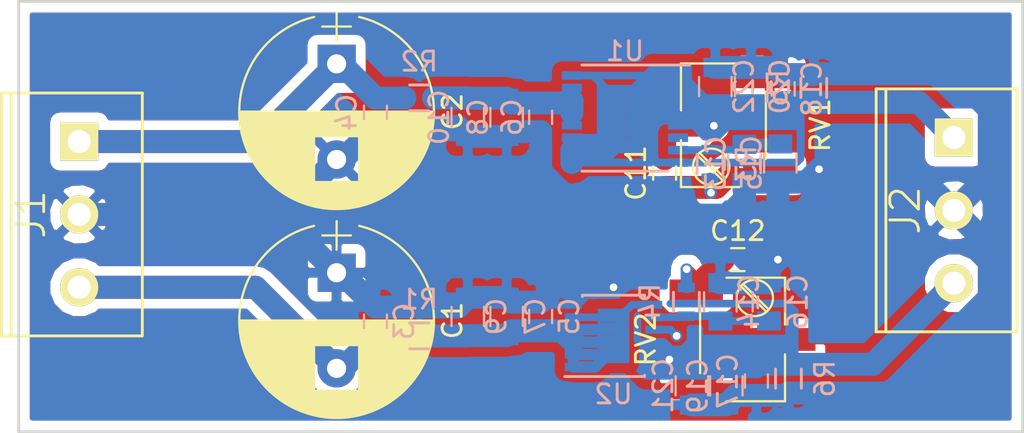
<source format=kicad_pcb>
(kicad_pcb (version 4) (host pcbnew 4.0.7)

  (general
    (links 100)
    (no_connects 0)
    (area 22.924999 76.924999 75.575001 99.575001)
    (thickness 1.6)
    (drawings 5)
    (tracks 272)
    (zones 0)
    (modules 34)
    (nets 13)
  )

  (page A4)
  (layers
    (0 F.Cu signal)
    (1 In1.Cu signal)
    (2 In2.Cu signal)
    (31 B.Cu signal)
    (32 B.Adhes user)
    (33 F.Adhes user)
    (34 B.Paste user)
    (35 F.Paste user)
    (36 B.SilkS user)
    (37 F.SilkS user)
    (38 B.Mask user)
    (39 F.Mask user)
    (40 Dwgs.User user)
    (41 Cmts.User user)
    (42 Eco1.User user)
    (43 Eco2.User user)
    (44 Edge.Cuts user)
    (45 Margin user)
    (46 B.CrtYd user)
    (47 F.CrtYd user)
    (48 B.Fab user)
    (49 F.Fab user)
  )

  (setup
    (last_trace_width 1.2)
    (user_trace_width 0.4)
    (user_trace_width 1.2)
    (trace_clearance 0.2)
    (zone_clearance 0.508)
    (zone_45_only no)
    (trace_min 0.2)
    (segment_width 0.2)
    (edge_width 0.15)
    (via_size 0.6)
    (via_drill 0.4)
    (via_min_size 0.4)
    (via_min_drill 0.3)
    (uvia_size 0.3)
    (uvia_drill 0.1)
    (uvias_allowed no)
    (uvia_min_size 0.2)
    (uvia_min_drill 0.1)
    (pcb_text_width 0.3)
    (pcb_text_size 1.5 1.5)
    (mod_edge_width 0.15)
    (mod_text_size 1 1)
    (mod_text_width 0.15)
    (pad_size 1.524 1.524)
    (pad_drill 0.762)
    (pad_to_mask_clearance 0.2)
    (aux_axis_origin 0 0)
    (visible_elements FFFFFF7F)
    (pcbplotparams
      (layerselection 0x00030_80000001)
      (usegerberextensions false)
      (excludeedgelayer true)
      (linewidth 0.100000)
      (plotframeref false)
      (viasonmask false)
      (mode 1)
      (useauxorigin false)
      (hpglpennumber 1)
      (hpglpenspeed 20)
      (hpglpendiameter 15)
      (hpglpenoverlay 2)
      (psnegative false)
      (psa4output false)
      (plotreference true)
      (plotvalue true)
      (plotinvisibletext false)
      (padsonsilk false)
      (subtractmaskfromsilk false)
      (outputformat 1)
      (mirror false)
      (drillshape 1)
      (scaleselection 1)
      (outputdirectory ""))
  )

  (net 0 "")
  (net 1 GND)
  (net 2 VIN-)
  (net 3 VIN+)
  (net 4 /RVIN-)
  (net 5 "Net-(C10-Pad1)")
  (net 6 "Net-(C11-Pad1)")
  (net 7 "Net-(C12-Pad1)")
  (net 8 "Net-(C13-Pad1)")
  (net 9 "Net-(C14-Pad1)")
  (net 10 VOUT-)
  (net 11 VOUT+)
  (net 12 "Net-(U1-Pad6)")

  (net_class Default 这是默认网络组.
    (clearance 0.2)
    (trace_width 0.6)
    (via_dia 0.6)
    (via_drill 0.4)
    (uvia_dia 0.3)
    (uvia_drill 0.1)
    (add_net /RVIN-)
    (add_net GND)
    (add_net "Net-(C10-Pad1)")
    (add_net "Net-(C11-Pad1)")
    (add_net "Net-(C12-Pad1)")
    (add_net "Net-(C13-Pad1)")
    (add_net "Net-(C14-Pad1)")
    (add_net "Net-(U1-Pad6)")
    (add_net VIN+)
    (add_net VIN-)
    (add_net VOUT+)
    (add_net VOUT-)
  )

  (module Housings_SSOP:TSSOP-16-1EP_4.4x5mm_Pitch0.65mm (layer B.Cu) (tedit 54130A77) (tstamp 5B19A32C)
    (at 154.2 96.4 180)
    (descr "FE Package; 16-Lead Plastic TSSOP (4.4mm); Exposed Pad Variation BB; (see Linear Technology 1956f.pdf)")
    (tags "SSOP 0.65")
    (path /5B1970B7)
    (attr smd)
    (fp_text reference U1 (at 0 3.55 180) (layer B.SilkS)
      (effects (font (size 1 1) (thickness 0.15)) (justify mirror))
    )
    (fp_text value LT3089-TSSOP (at 0 -3.55 180) (layer B.Fab)
      (effects (font (size 1 1) (thickness 0.15)) (justify mirror))
    )
    (fp_line (start -1.2 2.5) (end 2.2 2.5) (layer B.Fab) (width 0.15))
    (fp_line (start 2.2 2.5) (end 2.2 -2.5) (layer B.Fab) (width 0.15))
    (fp_line (start 2.2 -2.5) (end -2.2 -2.5) (layer B.Fab) (width 0.15))
    (fp_line (start -2.2 -2.5) (end -2.2 1.5) (layer B.Fab) (width 0.15))
    (fp_line (start -2.2 1.5) (end -1.2 2.5) (layer B.Fab) (width 0.15))
    (fp_line (start -3.55 2.925) (end -3.55 -2.8) (layer B.CrtYd) (width 0.05))
    (fp_line (start 3.55 2.925) (end 3.55 -2.8) (layer B.CrtYd) (width 0.05))
    (fp_line (start -3.55 2.925) (end 3.55 2.925) (layer B.CrtYd) (width 0.05))
    (fp_line (start -3.55 -2.8) (end 3.55 -2.8) (layer B.CrtYd) (width 0.05))
    (fp_line (start -2.25 -2.725) (end 2.25 -2.725) (layer B.SilkS) (width 0.15))
    (fp_line (start -3.375 2.825) (end 2.25 2.825) (layer B.SilkS) (width 0.15))
    (pad 1 smd rect (at -2.775 2.275 180) (size 1.05 0.45) (layers B.Cu B.Paste B.Mask)
      (net 11 VOUT+))
    (pad 2 smd rect (at -2.775 1.625 180) (size 1.05 0.45) (layers B.Cu B.Paste B.Mask)
      (net 11 VOUT+))
    (pad 3 smd rect (at -2.775 0.975 180) (size 1.05 0.45) (layers B.Cu B.Paste B.Mask)
      (net 11 VOUT+))
    (pad 4 smd rect (at -2.775 0.325 180) (size 1.05 0.45) (layers B.Cu B.Paste B.Mask)
      (net 11 VOUT+))
    (pad 5 smd rect (at -2.775 -0.325 180) (size 1.05 0.45) (layers B.Cu B.Paste B.Mask)
      (net 11 VOUT+))
    (pad 6 smd rect (at -2.775 -0.975 180) (size 1.05 0.45) (layers B.Cu B.Paste B.Mask)
      (net 12 "Net-(U1-Pad6)"))
    (pad 7 smd rect (at -2.775 -1.625 180) (size 1.05 0.45) (layers B.Cu B.Paste B.Mask)
      (net 8 "Net-(C13-Pad1)"))
    (pad 8 smd rect (at -2.775 -2.275 180) (size 1.05 0.45) (layers B.Cu B.Paste B.Mask)
      (net 11 VOUT+))
    (pad 9 smd rect (at 2.775 -2.275 180) (size 1.05 0.45) (layers B.Cu B.Paste B.Mask)
      (net 11 VOUT+))
    (pad 10 smd rect (at 2.775 -1.625 180) (size 1.05 0.45) (layers B.Cu B.Paste B.Mask)
      (net 11 VOUT+))
    (pad 11 smd rect (at 2.775 -0.975 180) (size 1.05 0.45) (layers B.Cu B.Paste B.Mask)
      (net 11 VOUT+))
    (pad 12 smd rect (at 2.775 -0.325 180) (size 1.05 0.45) (layers B.Cu B.Paste B.Mask)
      (net 5 "Net-(C10-Pad1)"))
    (pad 13 smd rect (at 2.775 0.325 180) (size 1.05 0.45) (layers B.Cu B.Paste B.Mask)
      (net 5 "Net-(C10-Pad1)"))
    (pad 14 smd rect (at 2.775 0.975 180) (size 1.05 0.45) (layers B.Cu B.Paste B.Mask)
      (net 5 "Net-(C10-Pad1)"))
    (pad 15 smd rect (at 2.775 1.625 180) (size 1.05 0.45) (layers B.Cu B.Paste B.Mask)
      (net 5 "Net-(C10-Pad1)"))
    (pad 16 smd rect (at 2.775 2.275 180) (size 1.05 0.45) (layers B.Cu B.Paste B.Mask)
      (net 11 VOUT+))
    (pad 17 smd rect (at 0.735 -1.3425 180) (size 1.47 0.895) (layers B.Cu B.Paste B.Mask)
      (net 11 VOUT+) (solder_paste_margin_ratio -0.2))
    (pad 17 smd rect (at 0.735 -0.4475 180) (size 1.47 0.895) (layers B.Cu B.Paste B.Mask)
      (net 11 VOUT+) (solder_paste_margin_ratio -0.2))
    (pad 17 smd rect (at 0.735 0.4475 180) (size 1.47 0.895) (layers B.Cu B.Paste B.Mask)
      (net 11 VOUT+) (solder_paste_margin_ratio -0.2))
    (pad 17 smd rect (at 0.735 1.3425 180) (size 1.47 0.895) (layers B.Cu B.Paste B.Mask)
      (net 11 VOUT+) (solder_paste_margin_ratio -0.2))
    (pad 17 smd rect (at -0.735 -1.3425 180) (size 1.47 0.895) (layers B.Cu B.Paste B.Mask)
      (net 11 VOUT+) (solder_paste_margin_ratio -0.2))
    (pad 17 smd rect (at -0.735 -0.4475 180) (size 1.47 0.895) (layers B.Cu B.Paste B.Mask)
      (net 11 VOUT+) (solder_paste_margin_ratio -0.2))
    (pad 17 smd rect (at -0.735 0.4475 180) (size 1.47 0.895) (layers B.Cu B.Paste B.Mask)
      (net 11 VOUT+) (solder_paste_margin_ratio -0.2))
    (pad 17 smd rect (at -0.735 1.3425 180) (size 1.47 0.895) (layers B.Cu B.Paste B.Mask)
      (net 11 VOUT+) (solder_paste_margin_ratio -0.2))
    (model Housings_SSOP.3dshapes/TSSOP-16-1EP_4.4x5mm_Pitch0.65mm.wrl
      (at (xyz 0 0 0))
      (scale (xyz 1 1 1))
      (rotate (xyz 0 0 0))
    )
  )

  (module Capacitors_SMD:C_0603 (layer B.Cu) (tedit 58AA844E) (tstamp 5B19A25E)
    (at 141.156 106.976 90)
    (descr "Capacitor SMD 0603, reflow soldering, AVX (see smccp.pdf)")
    (tags "capacitor 0603")
    (path /5B19B18C)
    (attr smd)
    (fp_text reference C3 (at 0 1.5 90) (layer B.SilkS)
      (effects (font (size 1 1) (thickness 0.15)) (justify mirror))
    )
    (fp_text value 10u (at 0 -1.5 90) (layer B.Fab)
      (effects (font (size 1 1) (thickness 0.15)) (justify mirror))
    )
    (fp_text user %R (at 0 1.5 90) (layer B.Fab)
      (effects (font (size 1 1) (thickness 0.15)) (justify mirror))
    )
    (fp_line (start -0.8 -0.4) (end -0.8 0.4) (layer B.Fab) (width 0.1))
    (fp_line (start 0.8 -0.4) (end -0.8 -0.4) (layer B.Fab) (width 0.1))
    (fp_line (start 0.8 0.4) (end 0.8 -0.4) (layer B.Fab) (width 0.1))
    (fp_line (start -0.8 0.4) (end 0.8 0.4) (layer B.Fab) (width 0.1))
    (fp_line (start -0.35 0.6) (end 0.35 0.6) (layer B.SilkS) (width 0.12))
    (fp_line (start 0.35 -0.6) (end -0.35 -0.6) (layer B.SilkS) (width 0.12))
    (fp_line (start -1.4 0.65) (end 1.4 0.65) (layer B.CrtYd) (width 0.05))
    (fp_line (start -1.4 0.65) (end -1.4 -0.65) (layer B.CrtYd) (width 0.05))
    (fp_line (start 1.4 -0.65) (end 1.4 0.65) (layer B.CrtYd) (width 0.05))
    (fp_line (start 1.4 -0.65) (end -1.4 -0.65) (layer B.CrtYd) (width 0.05))
    (pad 1 smd rect (at -0.75 0 90) (size 0.8 0.75) (layers B.Cu B.Paste B.Mask)
      (net 2 VIN-))
    (pad 2 smd rect (at 0.75 0 90) (size 0.8 0.75) (layers B.Cu B.Paste B.Mask)
      (net 1 GND))
    (model Capacitors_SMD.3dshapes/C_0603.wrl
      (at (xyz 0 0 0))
      (scale (xyz 1 1 1))
      (rotate (xyz 0 0 0))
    )
  )

  (module Capacitors_SMD:C_0603 (layer B.Cu) (tedit 58AA844E) (tstamp 5B19A264)
    (at 141.156 96.054 270)
    (descr "Capacitor SMD 0603, reflow soldering, AVX (see smccp.pdf)")
    (tags "capacitor 0603")
    (path /5B197F2C)
    (attr smd)
    (fp_text reference C4 (at 0 1.5 270) (layer B.SilkS)
      (effects (font (size 1 1) (thickness 0.15)) (justify mirror))
    )
    (fp_text value 10u (at 0 -1.5 270) (layer B.Fab)
      (effects (font (size 1 1) (thickness 0.15)) (justify mirror))
    )
    (fp_text user %R (at 0 1.5 270) (layer B.Fab)
      (effects (font (size 1 1) (thickness 0.15)) (justify mirror))
    )
    (fp_line (start -0.8 -0.4) (end -0.8 0.4) (layer B.Fab) (width 0.1))
    (fp_line (start 0.8 -0.4) (end -0.8 -0.4) (layer B.Fab) (width 0.1))
    (fp_line (start 0.8 0.4) (end 0.8 -0.4) (layer B.Fab) (width 0.1))
    (fp_line (start -0.8 0.4) (end 0.8 0.4) (layer B.Fab) (width 0.1))
    (fp_line (start -0.35 0.6) (end 0.35 0.6) (layer B.SilkS) (width 0.12))
    (fp_line (start 0.35 -0.6) (end -0.35 -0.6) (layer B.SilkS) (width 0.12))
    (fp_line (start -1.4 0.65) (end 1.4 0.65) (layer B.CrtYd) (width 0.05))
    (fp_line (start -1.4 0.65) (end -1.4 -0.65) (layer B.CrtYd) (width 0.05))
    (fp_line (start 1.4 -0.65) (end 1.4 0.65) (layer B.CrtYd) (width 0.05))
    (fp_line (start 1.4 -0.65) (end -1.4 -0.65) (layer B.CrtYd) (width 0.05))
    (pad 1 smd rect (at -0.75 0 270) (size 0.8 0.75) (layers B.Cu B.Paste B.Mask)
      (net 3 VIN+))
    (pad 2 smd rect (at 0.75 0 270) (size 0.8 0.75) (layers B.Cu B.Paste B.Mask)
      (net 1 GND))
    (model Capacitors_SMD.3dshapes/C_0603.wrl
      (at (xyz 0 0 0))
      (scale (xyz 1 1 1))
      (rotate (xyz 0 0 0))
    )
  )

  (module Capacitors_SMD:C_0603 (layer B.Cu) (tedit 58AA844E) (tstamp 5B19A26A)
    (at 149.792 106.722 90)
    (descr "Capacitor SMD 0603, reflow soldering, AVX (see smccp.pdf)")
    (tags "capacitor 0603")
    (path /5B19B180)
    (attr smd)
    (fp_text reference C5 (at 0 1.5 90) (layer B.SilkS)
      (effects (font (size 1 1) (thickness 0.15)) (justify mirror))
    )
    (fp_text value 10u (at 0 -1.5 90) (layer B.Fab)
      (effects (font (size 1 1) (thickness 0.15)) (justify mirror))
    )
    (fp_text user %R (at 0 1.5 90) (layer B.Fab)
      (effects (font (size 1 1) (thickness 0.15)) (justify mirror))
    )
    (fp_line (start -0.8 -0.4) (end -0.8 0.4) (layer B.Fab) (width 0.1))
    (fp_line (start 0.8 -0.4) (end -0.8 -0.4) (layer B.Fab) (width 0.1))
    (fp_line (start 0.8 0.4) (end 0.8 -0.4) (layer B.Fab) (width 0.1))
    (fp_line (start -0.8 0.4) (end 0.8 0.4) (layer B.Fab) (width 0.1))
    (fp_line (start -0.35 0.6) (end 0.35 0.6) (layer B.SilkS) (width 0.12))
    (fp_line (start 0.35 -0.6) (end -0.35 -0.6) (layer B.SilkS) (width 0.12))
    (fp_line (start -1.4 0.65) (end 1.4 0.65) (layer B.CrtYd) (width 0.05))
    (fp_line (start -1.4 0.65) (end -1.4 -0.65) (layer B.CrtYd) (width 0.05))
    (fp_line (start 1.4 -0.65) (end 1.4 0.65) (layer B.CrtYd) (width 0.05))
    (fp_line (start 1.4 -0.65) (end -1.4 -0.65) (layer B.CrtYd) (width 0.05))
    (pad 1 smd rect (at -0.75 0 90) (size 0.8 0.75) (layers B.Cu B.Paste B.Mask)
      (net 4 /RVIN-))
    (pad 2 smd rect (at 0.75 0 90) (size 0.8 0.75) (layers B.Cu B.Paste B.Mask)
      (net 1 GND))
    (model Capacitors_SMD.3dshapes/C_0603.wrl
      (at (xyz 0 0 0))
      (scale (xyz 1 1 1))
      (rotate (xyz 0 0 0))
    )
  )

  (module Capacitors_SMD:C_0603 (layer B.Cu) (tedit 58AA844E) (tstamp 5B19A270)
    (at 149.792 96.308 270)
    (descr "Capacitor SMD 0603, reflow soldering, AVX (see smccp.pdf)")
    (tags "capacitor 0603")
    (path /5B197C88)
    (attr smd)
    (fp_text reference C6 (at 0 1.5 270) (layer B.SilkS)
      (effects (font (size 1 1) (thickness 0.15)) (justify mirror))
    )
    (fp_text value 10u (at 0 -1.5 270) (layer B.Fab)
      (effects (font (size 1 1) (thickness 0.15)) (justify mirror))
    )
    (fp_text user %R (at 0 1.5 270) (layer B.Fab)
      (effects (font (size 1 1) (thickness 0.15)) (justify mirror))
    )
    (fp_line (start -0.8 -0.4) (end -0.8 0.4) (layer B.Fab) (width 0.1))
    (fp_line (start 0.8 -0.4) (end -0.8 -0.4) (layer B.Fab) (width 0.1))
    (fp_line (start 0.8 0.4) (end 0.8 -0.4) (layer B.Fab) (width 0.1))
    (fp_line (start -0.8 0.4) (end 0.8 0.4) (layer B.Fab) (width 0.1))
    (fp_line (start -0.35 0.6) (end 0.35 0.6) (layer B.SilkS) (width 0.12))
    (fp_line (start 0.35 -0.6) (end -0.35 -0.6) (layer B.SilkS) (width 0.12))
    (fp_line (start -1.4 0.65) (end 1.4 0.65) (layer B.CrtYd) (width 0.05))
    (fp_line (start -1.4 0.65) (end -1.4 -0.65) (layer B.CrtYd) (width 0.05))
    (fp_line (start 1.4 -0.65) (end 1.4 0.65) (layer B.CrtYd) (width 0.05))
    (fp_line (start 1.4 -0.65) (end -1.4 -0.65) (layer B.CrtYd) (width 0.05))
    (pad 1 smd rect (at -0.75 0 270) (size 0.8 0.75) (layers B.Cu B.Paste B.Mask)
      (net 5 "Net-(C10-Pad1)"))
    (pad 2 smd rect (at 0.75 0 270) (size 0.8 0.75) (layers B.Cu B.Paste B.Mask)
      (net 1 GND))
    (model Capacitors_SMD.3dshapes/C_0603.wrl
      (at (xyz 0 0 0))
      (scale (xyz 1 1 1))
      (rotate (xyz 0 0 0))
    )
  )

  (module Capacitors_SMD:C_0805 (layer B.Cu) (tedit 58AA8463) (tstamp 5B19A276)
    (at 148.014 106.722 90)
    (descr "Capacitor SMD 0805, reflow soldering, AVX (see smccp.pdf)")
    (tags "capacitor 0805")
    (path /5B19B17A)
    (attr smd)
    (fp_text reference C7 (at 0 1.5 90) (layer B.SilkS)
      (effects (font (size 1 1) (thickness 0.15)) (justify mirror))
    )
    (fp_text value 1.5u (at 0 -1.75 90) (layer B.Fab)
      (effects (font (size 1 1) (thickness 0.15)) (justify mirror))
    )
    (fp_text user %R (at 0 1.5 90) (layer B.Fab)
      (effects (font (size 1 1) (thickness 0.15)) (justify mirror))
    )
    (fp_line (start -1 -0.62) (end -1 0.62) (layer B.Fab) (width 0.1))
    (fp_line (start 1 -0.62) (end -1 -0.62) (layer B.Fab) (width 0.1))
    (fp_line (start 1 0.62) (end 1 -0.62) (layer B.Fab) (width 0.1))
    (fp_line (start -1 0.62) (end 1 0.62) (layer B.Fab) (width 0.1))
    (fp_line (start 0.5 0.85) (end -0.5 0.85) (layer B.SilkS) (width 0.12))
    (fp_line (start -0.5 -0.85) (end 0.5 -0.85) (layer B.SilkS) (width 0.12))
    (fp_line (start -1.75 0.88) (end 1.75 0.88) (layer B.CrtYd) (width 0.05))
    (fp_line (start -1.75 0.88) (end -1.75 -0.87) (layer B.CrtYd) (width 0.05))
    (fp_line (start 1.75 -0.87) (end 1.75 0.88) (layer B.CrtYd) (width 0.05))
    (fp_line (start 1.75 -0.87) (end -1.75 -0.87) (layer B.CrtYd) (width 0.05))
    (pad 1 smd rect (at -1 0 90) (size 1 1.25) (layers B.Cu B.Paste B.Mask)
      (net 4 /RVIN-))
    (pad 2 smd rect (at 1 0 90) (size 1 1.25) (layers B.Cu B.Paste B.Mask)
      (net 1 GND))
    (model Capacitors_SMD.3dshapes/C_0805.wrl
      (at (xyz 0 0 0))
      (scale (xyz 1 1 1))
      (rotate (xyz 0 0 0))
    )
  )

  (module Capacitors_SMD:C_0805 (layer B.Cu) (tedit 58AA8463) (tstamp 5B19A27C)
    (at 148.014 96.308 270)
    (descr "Capacitor SMD 0805, reflow soldering, AVX (see smccp.pdf)")
    (tags "capacitor 0805")
    (path /5B197C5F)
    (attr smd)
    (fp_text reference C8 (at 0 1.5 270) (layer B.SilkS)
      (effects (font (size 1 1) (thickness 0.15)) (justify mirror))
    )
    (fp_text value 1.5u (at 0 -1.75 270) (layer B.Fab)
      (effects (font (size 1 1) (thickness 0.15)) (justify mirror))
    )
    (fp_text user %R (at 0 1.5 270) (layer B.Fab)
      (effects (font (size 1 1) (thickness 0.15)) (justify mirror))
    )
    (fp_line (start -1 -0.62) (end -1 0.62) (layer B.Fab) (width 0.1))
    (fp_line (start 1 -0.62) (end -1 -0.62) (layer B.Fab) (width 0.1))
    (fp_line (start 1 0.62) (end 1 -0.62) (layer B.Fab) (width 0.1))
    (fp_line (start -1 0.62) (end 1 0.62) (layer B.Fab) (width 0.1))
    (fp_line (start 0.5 0.85) (end -0.5 0.85) (layer B.SilkS) (width 0.12))
    (fp_line (start -0.5 -0.85) (end 0.5 -0.85) (layer B.SilkS) (width 0.12))
    (fp_line (start -1.75 0.88) (end 1.75 0.88) (layer B.CrtYd) (width 0.05))
    (fp_line (start -1.75 0.88) (end -1.75 -0.87) (layer B.CrtYd) (width 0.05))
    (fp_line (start 1.75 -0.87) (end 1.75 0.88) (layer B.CrtYd) (width 0.05))
    (fp_line (start 1.75 -0.87) (end -1.75 -0.87) (layer B.CrtYd) (width 0.05))
    (pad 1 smd rect (at -1 0 270) (size 1 1.25) (layers B.Cu B.Paste B.Mask)
      (net 5 "Net-(C10-Pad1)"))
    (pad 2 smd rect (at 1 0 270) (size 1 1.25) (layers B.Cu B.Paste B.Mask)
      (net 1 GND))
    (model Capacitors_SMD.3dshapes/C_0805.wrl
      (at (xyz 0 0 0))
      (scale (xyz 1 1 1))
      (rotate (xyz 0 0 0))
    )
  )

  (module Capacitors_SMD:C_0805 (layer B.Cu) (tedit 58AA8463) (tstamp 5B19A282)
    (at 145.982 106.722 90)
    (descr "Capacitor SMD 0805, reflow soldering, AVX (see smccp.pdf)")
    (tags "capacitor 0805")
    (path /5B19B168)
    (attr smd)
    (fp_text reference C9 (at 0 1.5 90) (layer B.SilkS)
      (effects (font (size 1 1) (thickness 0.15)) (justify mirror))
    )
    (fp_text value 0.1u (at 0 -1.75 90) (layer B.Fab)
      (effects (font (size 1 1) (thickness 0.15)) (justify mirror))
    )
    (fp_text user %R (at 0 1.5 90) (layer B.Fab)
      (effects (font (size 1 1) (thickness 0.15)) (justify mirror))
    )
    (fp_line (start -1 -0.62) (end -1 0.62) (layer B.Fab) (width 0.1))
    (fp_line (start 1 -0.62) (end -1 -0.62) (layer B.Fab) (width 0.1))
    (fp_line (start 1 0.62) (end 1 -0.62) (layer B.Fab) (width 0.1))
    (fp_line (start -1 0.62) (end 1 0.62) (layer B.Fab) (width 0.1))
    (fp_line (start 0.5 0.85) (end -0.5 0.85) (layer B.SilkS) (width 0.12))
    (fp_line (start -0.5 -0.85) (end 0.5 -0.85) (layer B.SilkS) (width 0.12))
    (fp_line (start -1.75 0.88) (end 1.75 0.88) (layer B.CrtYd) (width 0.05))
    (fp_line (start -1.75 0.88) (end -1.75 -0.87) (layer B.CrtYd) (width 0.05))
    (fp_line (start 1.75 -0.87) (end 1.75 0.88) (layer B.CrtYd) (width 0.05))
    (fp_line (start 1.75 -0.87) (end -1.75 -0.87) (layer B.CrtYd) (width 0.05))
    (pad 1 smd rect (at -1 0 90) (size 1 1.25) (layers B.Cu B.Paste B.Mask)
      (net 4 /RVIN-))
    (pad 2 smd rect (at 1 0 90) (size 1 1.25) (layers B.Cu B.Paste B.Mask)
      (net 1 GND))
    (model Capacitors_SMD.3dshapes/C_0805.wrl
      (at (xyz 0 0 0))
      (scale (xyz 1 1 1))
      (rotate (xyz 0 0 0))
    )
  )

  (module Capacitors_SMD:C_0805 (layer B.Cu) (tedit 58AA8463) (tstamp 5B19A288)
    (at 145.982 96.308 270)
    (descr "Capacitor SMD 0805, reflow soldering, AVX (see smccp.pdf)")
    (tags "capacitor 0805")
    (path /5B197A4B)
    (attr smd)
    (fp_text reference C10 (at 0 1.5 270) (layer B.SilkS)
      (effects (font (size 1 1) (thickness 0.15)) (justify mirror))
    )
    (fp_text value 0.1u (at 0 -1.75 270) (layer B.Fab)
      (effects (font (size 1 1) (thickness 0.15)) (justify mirror))
    )
    (fp_text user %R (at 0 1.5 270) (layer B.Fab)
      (effects (font (size 1 1) (thickness 0.15)) (justify mirror))
    )
    (fp_line (start -1 -0.62) (end -1 0.62) (layer B.Fab) (width 0.1))
    (fp_line (start 1 -0.62) (end -1 -0.62) (layer B.Fab) (width 0.1))
    (fp_line (start 1 0.62) (end 1 -0.62) (layer B.Fab) (width 0.1))
    (fp_line (start -1 0.62) (end 1 0.62) (layer B.Fab) (width 0.1))
    (fp_line (start 0.5 0.85) (end -0.5 0.85) (layer B.SilkS) (width 0.12))
    (fp_line (start -0.5 -0.85) (end 0.5 -0.85) (layer B.SilkS) (width 0.12))
    (fp_line (start -1.75 0.88) (end 1.75 0.88) (layer B.CrtYd) (width 0.05))
    (fp_line (start -1.75 0.88) (end -1.75 -0.87) (layer B.CrtYd) (width 0.05))
    (fp_line (start 1.75 -0.87) (end 1.75 0.88) (layer B.CrtYd) (width 0.05))
    (fp_line (start 1.75 -0.87) (end -1.75 -0.87) (layer B.CrtYd) (width 0.05))
    (pad 1 smd rect (at -1 0 270) (size 1 1.25) (layers B.Cu B.Paste B.Mask)
      (net 5 "Net-(C10-Pad1)"))
    (pad 2 smd rect (at 1 0 270) (size 1 1.25) (layers B.Cu B.Paste B.Mask)
      (net 1 GND))
    (model Capacitors_SMD.3dshapes/C_0805.wrl
      (at (xyz 0 0 0))
      (scale (xyz 1 1 1))
      (rotate (xyz 0 0 0))
    )
  )

  (module Capacitors_SMD:C_0603 (layer F.Cu) (tedit 58AA844E) (tstamp 5B19A28E)
    (at 156.275 99.225 90)
    (descr "Capacitor SMD 0603, reflow soldering, AVX (see smccp.pdf)")
    (tags "capacitor 0603")
    (path /5B19897B)
    (attr smd)
    (fp_text reference C11 (at 0 -1.5 90) (layer F.SilkS)
      (effects (font (size 1 1) (thickness 0.15)))
    )
    (fp_text value 10u (at 0 1.5 90) (layer F.Fab)
      (effects (font (size 1 1) (thickness 0.15)))
    )
    (fp_text user %R (at 0 -1.5 90) (layer F.Fab)
      (effects (font (size 1 1) (thickness 0.15)))
    )
    (fp_line (start -0.8 0.4) (end -0.8 -0.4) (layer F.Fab) (width 0.1))
    (fp_line (start 0.8 0.4) (end -0.8 0.4) (layer F.Fab) (width 0.1))
    (fp_line (start 0.8 -0.4) (end 0.8 0.4) (layer F.Fab) (width 0.1))
    (fp_line (start -0.8 -0.4) (end 0.8 -0.4) (layer F.Fab) (width 0.1))
    (fp_line (start -0.35 -0.6) (end 0.35 -0.6) (layer F.SilkS) (width 0.12))
    (fp_line (start 0.35 0.6) (end -0.35 0.6) (layer F.SilkS) (width 0.12))
    (fp_line (start -1.4 -0.65) (end 1.4 -0.65) (layer F.CrtYd) (width 0.05))
    (fp_line (start -1.4 -0.65) (end -1.4 0.65) (layer F.CrtYd) (width 0.05))
    (fp_line (start 1.4 0.65) (end 1.4 -0.65) (layer F.CrtYd) (width 0.05))
    (fp_line (start 1.4 0.65) (end -1.4 0.65) (layer F.CrtYd) (width 0.05))
    (pad 1 smd rect (at -0.75 0 90) (size 0.8 0.75) (layers F.Cu F.Paste F.Mask)
      (net 6 "Net-(C11-Pad1)"))
    (pad 2 smd rect (at 0.75 0 90) (size 0.8 0.75) (layers F.Cu F.Paste F.Mask)
      (net 1 GND))
    (model Capacitors_SMD.3dshapes/C_0603.wrl
      (at (xyz 0 0 0))
      (scale (xyz 1 1 1))
      (rotate (xyz 0 0 0))
    )
  )

  (module Capacitors_SMD:C_0603 (layer F.Cu) (tedit 58AA844E) (tstamp 5B19A294)
    (at 160.1 103.75)
    (descr "Capacitor SMD 0603, reflow soldering, AVX (see smccp.pdf)")
    (tags "capacitor 0603")
    (path /5B19B939)
    (attr smd)
    (fp_text reference C12 (at 0 -1.5) (layer F.SilkS)
      (effects (font (size 1 1) (thickness 0.15)))
    )
    (fp_text value 10u (at 0 1.5) (layer F.Fab)
      (effects (font (size 1 1) (thickness 0.15)))
    )
    (fp_text user %R (at 0 -1.5) (layer F.Fab)
      (effects (font (size 1 1) (thickness 0.15)))
    )
    (fp_line (start -0.8 0.4) (end -0.8 -0.4) (layer F.Fab) (width 0.1))
    (fp_line (start 0.8 0.4) (end -0.8 0.4) (layer F.Fab) (width 0.1))
    (fp_line (start 0.8 -0.4) (end 0.8 0.4) (layer F.Fab) (width 0.1))
    (fp_line (start -0.8 -0.4) (end 0.8 -0.4) (layer F.Fab) (width 0.1))
    (fp_line (start -0.35 -0.6) (end 0.35 -0.6) (layer F.SilkS) (width 0.12))
    (fp_line (start 0.35 0.6) (end -0.35 0.6) (layer F.SilkS) (width 0.12))
    (fp_line (start -1.4 -0.65) (end 1.4 -0.65) (layer F.CrtYd) (width 0.05))
    (fp_line (start -1.4 -0.65) (end -1.4 0.65) (layer F.CrtYd) (width 0.05))
    (fp_line (start 1.4 0.65) (end 1.4 -0.65) (layer F.CrtYd) (width 0.05))
    (fp_line (start 1.4 0.65) (end -1.4 0.65) (layer F.CrtYd) (width 0.05))
    (pad 1 smd rect (at -0.75 0) (size 0.8 0.75) (layers F.Cu F.Paste F.Mask)
      (net 7 "Net-(C12-Pad1)"))
    (pad 2 smd rect (at 0.75 0) (size 0.8 0.75) (layers F.Cu F.Paste F.Mask)
      (net 1 GND))
    (model Capacitors_SMD.3dshapes/C_0603.wrl
      (at (xyz 0 0 0))
      (scale (xyz 1 1 1))
      (rotate (xyz 0 0 0))
    )
  )

  (module Capacitors_SMD:C_0805 (layer B.Cu) (tedit 58AA8463) (tstamp 5B19A29A)
    (at 160.45 98.725 270)
    (descr "Capacitor SMD 0805, reflow soldering, AVX (see smccp.pdf)")
    (tags "capacitor 0805")
    (path /5B198E04)
    (attr smd)
    (fp_text reference C13 (at 0 1.5 270) (layer B.SilkS)
      (effects (font (size 1 1) (thickness 0.15)) (justify mirror))
    )
    (fp_text value 0.1u (at 0 -1.75 270) (layer B.Fab)
      (effects (font (size 1 1) (thickness 0.15)) (justify mirror))
    )
    (fp_text user %R (at 0 1.5 270) (layer B.Fab)
      (effects (font (size 1 1) (thickness 0.15)) (justify mirror))
    )
    (fp_line (start -1 -0.62) (end -1 0.62) (layer B.Fab) (width 0.1))
    (fp_line (start 1 -0.62) (end -1 -0.62) (layer B.Fab) (width 0.1))
    (fp_line (start 1 0.62) (end 1 -0.62) (layer B.Fab) (width 0.1))
    (fp_line (start -1 0.62) (end 1 0.62) (layer B.Fab) (width 0.1))
    (fp_line (start 0.5 0.85) (end -0.5 0.85) (layer B.SilkS) (width 0.12))
    (fp_line (start -0.5 -0.85) (end 0.5 -0.85) (layer B.SilkS) (width 0.12))
    (fp_line (start -1.75 0.88) (end 1.75 0.88) (layer B.CrtYd) (width 0.05))
    (fp_line (start -1.75 0.88) (end -1.75 -0.87) (layer B.CrtYd) (width 0.05))
    (fp_line (start 1.75 -0.87) (end 1.75 0.88) (layer B.CrtYd) (width 0.05))
    (fp_line (start 1.75 -0.87) (end -1.75 -0.87) (layer B.CrtYd) (width 0.05))
    (pad 1 smd rect (at -1 0 270) (size 1 1.25) (layers B.Cu B.Paste B.Mask)
      (net 8 "Net-(C13-Pad1)"))
    (pad 2 smd rect (at 1 0 270) (size 1 1.25) (layers B.Cu B.Paste B.Mask)
      (net 1 GND))
    (model Capacitors_SMD.3dshapes/C_0805.wrl
      (at (xyz 0 0 0))
      (scale (xyz 1 1 1))
      (rotate (xyz 0 0 0))
    )
  )

  (module Capacitors_SMD:C_0805 (layer B.Cu) (tedit 58AA8463) (tstamp 5B19A2A0)
    (at 159.19 105.96 90)
    (descr "Capacitor SMD 0805, reflow soldering, AVX (see smccp.pdf)")
    (tags "capacitor 0805")
    (path /5B19B93F)
    (attr smd)
    (fp_text reference C14 (at 0 1.5 90) (layer B.SilkS)
      (effects (font (size 1 1) (thickness 0.15)) (justify mirror))
    )
    (fp_text value 0.1u (at 0 -1.75 90) (layer B.Fab)
      (effects (font (size 1 1) (thickness 0.15)) (justify mirror))
    )
    (fp_text user %R (at 0 1.5 90) (layer B.Fab)
      (effects (font (size 1 1) (thickness 0.15)) (justify mirror))
    )
    (fp_line (start -1 -0.62) (end -1 0.62) (layer B.Fab) (width 0.1))
    (fp_line (start 1 -0.62) (end -1 -0.62) (layer B.Fab) (width 0.1))
    (fp_line (start 1 0.62) (end 1 -0.62) (layer B.Fab) (width 0.1))
    (fp_line (start -1 0.62) (end 1 0.62) (layer B.Fab) (width 0.1))
    (fp_line (start 0.5 0.85) (end -0.5 0.85) (layer B.SilkS) (width 0.12))
    (fp_line (start -0.5 -0.85) (end 0.5 -0.85) (layer B.SilkS) (width 0.12))
    (fp_line (start -1.75 0.88) (end 1.75 0.88) (layer B.CrtYd) (width 0.05))
    (fp_line (start -1.75 0.88) (end -1.75 -0.87) (layer B.CrtYd) (width 0.05))
    (fp_line (start 1.75 -0.87) (end 1.75 0.88) (layer B.CrtYd) (width 0.05))
    (fp_line (start 1.75 -0.87) (end -1.75 -0.87) (layer B.CrtYd) (width 0.05))
    (pad 1 smd rect (at -1 0 90) (size 1 1.25) (layers B.Cu B.Paste B.Mask)
      (net 9 "Net-(C14-Pad1)"))
    (pad 2 smd rect (at 1 0 90) (size 1 1.25) (layers B.Cu B.Paste B.Mask)
      (net 1 GND))
    (model Capacitors_SMD.3dshapes/C_0805.wrl
      (at (xyz 0 0 0))
      (scale (xyz 1 1 1))
      (rotate (xyz 0 0 0))
    )
  )

  (module Capacitors_SMD:C_0805 (layer B.Cu) (tedit 58AA8463) (tstamp 5B19A2A6)
    (at 162.325 98.7 270)
    (descr "Capacitor SMD 0805, reflow soldering, AVX (see smccp.pdf)")
    (tags "capacitor 0805")
    (path /5B198E4E)
    (attr smd)
    (fp_text reference C15 (at 0 1.5 270) (layer B.SilkS)
      (effects (font (size 1 1) (thickness 0.15)) (justify mirror))
    )
    (fp_text value 1.5u (at 0 -1.75 270) (layer B.Fab)
      (effects (font (size 1 1) (thickness 0.15)) (justify mirror))
    )
    (fp_text user %R (at 0 1.5 270) (layer B.Fab)
      (effects (font (size 1 1) (thickness 0.15)) (justify mirror))
    )
    (fp_line (start -1 -0.62) (end -1 0.62) (layer B.Fab) (width 0.1))
    (fp_line (start 1 -0.62) (end -1 -0.62) (layer B.Fab) (width 0.1))
    (fp_line (start 1 0.62) (end 1 -0.62) (layer B.Fab) (width 0.1))
    (fp_line (start -1 0.62) (end 1 0.62) (layer B.Fab) (width 0.1))
    (fp_line (start 0.5 0.85) (end -0.5 0.85) (layer B.SilkS) (width 0.12))
    (fp_line (start -0.5 -0.85) (end 0.5 -0.85) (layer B.SilkS) (width 0.12))
    (fp_line (start -1.75 0.88) (end 1.75 0.88) (layer B.CrtYd) (width 0.05))
    (fp_line (start -1.75 0.88) (end -1.75 -0.87) (layer B.CrtYd) (width 0.05))
    (fp_line (start 1.75 -0.87) (end 1.75 0.88) (layer B.CrtYd) (width 0.05))
    (fp_line (start 1.75 -0.87) (end -1.75 -0.87) (layer B.CrtYd) (width 0.05))
    (pad 1 smd rect (at -1 0 270) (size 1 1.25) (layers B.Cu B.Paste B.Mask)
      (net 8 "Net-(C13-Pad1)"))
    (pad 2 smd rect (at 1 0 270) (size 1 1.25) (layers B.Cu B.Paste B.Mask)
      (net 1 GND))
    (model Capacitors_SMD.3dshapes/C_0805.wrl
      (at (xyz 0 0 0))
      (scale (xyz 1 1 1))
      (rotate (xyz 0 0 0))
    )
  )

  (module Capacitors_SMD:C_0805 (layer B.Cu) (tedit 58AA8463) (tstamp 5B19A2AC)
    (at 161.73 105.96 90)
    (descr "Capacitor SMD 0805, reflow soldering, AVX (see smccp.pdf)")
    (tags "capacitor 0805")
    (path /5B19B945)
    (attr smd)
    (fp_text reference C16 (at 0 1.5 90) (layer B.SilkS)
      (effects (font (size 1 1) (thickness 0.15)) (justify mirror))
    )
    (fp_text value 1.5u (at 0 -1.75 90) (layer B.Fab)
      (effects (font (size 1 1) (thickness 0.15)) (justify mirror))
    )
    (fp_text user %R (at 0 1.5 90) (layer B.Fab)
      (effects (font (size 1 1) (thickness 0.15)) (justify mirror))
    )
    (fp_line (start -1 -0.62) (end -1 0.62) (layer B.Fab) (width 0.1))
    (fp_line (start 1 -0.62) (end -1 -0.62) (layer B.Fab) (width 0.1))
    (fp_line (start 1 0.62) (end 1 -0.62) (layer B.Fab) (width 0.1))
    (fp_line (start -1 0.62) (end 1 0.62) (layer B.Fab) (width 0.1))
    (fp_line (start 0.5 0.85) (end -0.5 0.85) (layer B.SilkS) (width 0.12))
    (fp_line (start -0.5 -0.85) (end 0.5 -0.85) (layer B.SilkS) (width 0.12))
    (fp_line (start -1.75 0.88) (end 1.75 0.88) (layer B.CrtYd) (width 0.05))
    (fp_line (start -1.75 0.88) (end -1.75 -0.87) (layer B.CrtYd) (width 0.05))
    (fp_line (start 1.75 -0.87) (end 1.75 0.88) (layer B.CrtYd) (width 0.05))
    (fp_line (start 1.75 -0.87) (end -1.75 -0.87) (layer B.CrtYd) (width 0.05))
    (pad 1 smd rect (at -1 0 90) (size 1 1.25) (layers B.Cu B.Paste B.Mask)
      (net 9 "Net-(C14-Pad1)"))
    (pad 2 smd rect (at 1 0 90) (size 1 1.25) (layers B.Cu B.Paste B.Mask)
      (net 1 GND))
    (model Capacitors_SMD.3dshapes/C_0805.wrl
      (at (xyz 0 0 0))
      (scale (xyz 1 1 1))
      (rotate (xyz 0 0 0))
    )
  )

  (module Capacitors_SMD:C_0603 (layer B.Cu) (tedit 58AA844E) (tstamp 5B19A2B2)
    (at 161.075 110.1 270)
    (descr "Capacitor SMD 0603, reflow soldering, AVX (see smccp.pdf)")
    (tags "capacitor 0603")
    (path /5B19BEF0)
    (attr smd)
    (fp_text reference C17 (at 0 1.5 270) (layer B.SilkS)
      (effects (font (size 1 1) (thickness 0.15)) (justify mirror))
    )
    (fp_text value 10u (at 0 -1.5 270) (layer B.Fab)
      (effects (font (size 1 1) (thickness 0.15)) (justify mirror))
    )
    (fp_text user %R (at 0 1.5 270) (layer B.Fab)
      (effects (font (size 1 1) (thickness 0.15)) (justify mirror))
    )
    (fp_line (start -0.8 -0.4) (end -0.8 0.4) (layer B.Fab) (width 0.1))
    (fp_line (start 0.8 -0.4) (end -0.8 -0.4) (layer B.Fab) (width 0.1))
    (fp_line (start 0.8 0.4) (end 0.8 -0.4) (layer B.Fab) (width 0.1))
    (fp_line (start -0.8 0.4) (end 0.8 0.4) (layer B.Fab) (width 0.1))
    (fp_line (start -0.35 0.6) (end 0.35 0.6) (layer B.SilkS) (width 0.12))
    (fp_line (start 0.35 -0.6) (end -0.35 -0.6) (layer B.SilkS) (width 0.12))
    (fp_line (start -1.4 0.65) (end 1.4 0.65) (layer B.CrtYd) (width 0.05))
    (fp_line (start -1.4 0.65) (end -1.4 -0.65) (layer B.CrtYd) (width 0.05))
    (fp_line (start 1.4 -0.65) (end 1.4 0.65) (layer B.CrtYd) (width 0.05))
    (fp_line (start 1.4 -0.65) (end -1.4 -0.65) (layer B.CrtYd) (width 0.05))
    (pad 1 smd rect (at -0.75 0 270) (size 0.8 0.75) (layers B.Cu B.Paste B.Mask)
      (net 10 VOUT-))
    (pad 2 smd rect (at 0.75 0 270) (size 0.8 0.75) (layers B.Cu B.Paste B.Mask)
      (net 1 GND))
    (model Capacitors_SMD.3dshapes/C_0603.wrl
      (at (xyz 0 0 0))
      (scale (xyz 1 1 1))
      (rotate (xyz 0 0 0))
    )
  )

  (module Capacitors_SMD:C_0603 (layer B.Cu) (tedit 58AA844E) (tstamp 5B19A2B8)
    (at 162.475 94.825 90)
    (descr "Capacitor SMD 0603, reflow soldering, AVX (see smccp.pdf)")
    (tags "capacitor 0603")
    (path /5B19958E)
    (attr smd)
    (fp_text reference C18 (at 0 1.5 90) (layer B.SilkS)
      (effects (font (size 1 1) (thickness 0.15)) (justify mirror))
    )
    (fp_text value 10u (at 0 -1.5 90) (layer B.Fab)
      (effects (font (size 1 1) (thickness 0.15)) (justify mirror))
    )
    (fp_text user %R (at 0 1.5 90) (layer B.Fab)
      (effects (font (size 1 1) (thickness 0.15)) (justify mirror))
    )
    (fp_line (start -0.8 -0.4) (end -0.8 0.4) (layer B.Fab) (width 0.1))
    (fp_line (start 0.8 -0.4) (end -0.8 -0.4) (layer B.Fab) (width 0.1))
    (fp_line (start 0.8 0.4) (end 0.8 -0.4) (layer B.Fab) (width 0.1))
    (fp_line (start -0.8 0.4) (end 0.8 0.4) (layer B.Fab) (width 0.1))
    (fp_line (start -0.35 0.6) (end 0.35 0.6) (layer B.SilkS) (width 0.12))
    (fp_line (start 0.35 -0.6) (end -0.35 -0.6) (layer B.SilkS) (width 0.12))
    (fp_line (start -1.4 0.65) (end 1.4 0.65) (layer B.CrtYd) (width 0.05))
    (fp_line (start -1.4 0.65) (end -1.4 -0.65) (layer B.CrtYd) (width 0.05))
    (fp_line (start 1.4 -0.65) (end 1.4 0.65) (layer B.CrtYd) (width 0.05))
    (fp_line (start 1.4 -0.65) (end -1.4 -0.65) (layer B.CrtYd) (width 0.05))
    (pad 1 smd rect (at -0.75 0 90) (size 0.8 0.75) (layers B.Cu B.Paste B.Mask)
      (net 11 VOUT+))
    (pad 2 smd rect (at 0.75 0 90) (size 0.8 0.75) (layers B.Cu B.Paste B.Mask)
      (net 1 GND))
    (model Capacitors_SMD.3dshapes/C_0603.wrl
      (at (xyz 0 0 0))
      (scale (xyz 1 1 1))
      (rotate (xyz 0 0 0))
    )
  )

  (module Capacitors_SMD:C_0805 (layer B.Cu) (tedit 58AA8463) (tstamp 5B19A2BE)
    (at 159.5 110.35 270)
    (descr "Capacitor SMD 0805, reflow soldering, AVX (see smccp.pdf)")
    (tags "capacitor 0805")
    (path /5B19BEF6)
    (attr smd)
    (fp_text reference C19 (at 0 1.5 270) (layer B.SilkS)
      (effects (font (size 1 1) (thickness 0.15)) (justify mirror))
    )
    (fp_text value 1.5u (at 0 -1.75 270) (layer B.Fab)
      (effects (font (size 1 1) (thickness 0.15)) (justify mirror))
    )
    (fp_text user %R (at 0 1.5 270) (layer B.Fab)
      (effects (font (size 1 1) (thickness 0.15)) (justify mirror))
    )
    (fp_line (start -1 -0.62) (end -1 0.62) (layer B.Fab) (width 0.1))
    (fp_line (start 1 -0.62) (end -1 -0.62) (layer B.Fab) (width 0.1))
    (fp_line (start 1 0.62) (end 1 -0.62) (layer B.Fab) (width 0.1))
    (fp_line (start -1 0.62) (end 1 0.62) (layer B.Fab) (width 0.1))
    (fp_line (start 0.5 0.85) (end -0.5 0.85) (layer B.SilkS) (width 0.12))
    (fp_line (start -0.5 -0.85) (end 0.5 -0.85) (layer B.SilkS) (width 0.12))
    (fp_line (start -1.75 0.88) (end 1.75 0.88) (layer B.CrtYd) (width 0.05))
    (fp_line (start -1.75 0.88) (end -1.75 -0.87) (layer B.CrtYd) (width 0.05))
    (fp_line (start 1.75 -0.87) (end 1.75 0.88) (layer B.CrtYd) (width 0.05))
    (fp_line (start 1.75 -0.87) (end -1.75 -0.87) (layer B.CrtYd) (width 0.05))
    (pad 1 smd rect (at -1 0 270) (size 1 1.25) (layers B.Cu B.Paste B.Mask)
      (net 10 VOUT-))
    (pad 2 smd rect (at 1 0 270) (size 1 1.25) (layers B.Cu B.Paste B.Mask)
      (net 1 GND))
    (model Capacitors_SMD.3dshapes/C_0805.wrl
      (at (xyz 0 0 0))
      (scale (xyz 1 1 1))
      (rotate (xyz 0 0 0))
    )
  )

  (module Capacitors_SMD:C_0805 (layer B.Cu) (tedit 58AA8463) (tstamp 5B19A2C4)
    (at 160.8 94.7 90)
    (descr "Capacitor SMD 0805, reflow soldering, AVX (see smccp.pdf)")
    (tags "capacitor 0805")
    (path /5B199644)
    (attr smd)
    (fp_text reference C20 (at 0 1.5 90) (layer B.SilkS)
      (effects (font (size 1 1) (thickness 0.15)) (justify mirror))
    )
    (fp_text value 1.5u (at 0 -1.75 90) (layer B.Fab)
      (effects (font (size 1 1) (thickness 0.15)) (justify mirror))
    )
    (fp_text user %R (at 0 1.5 90) (layer B.Fab)
      (effects (font (size 1 1) (thickness 0.15)) (justify mirror))
    )
    (fp_line (start -1 -0.62) (end -1 0.62) (layer B.Fab) (width 0.1))
    (fp_line (start 1 -0.62) (end -1 -0.62) (layer B.Fab) (width 0.1))
    (fp_line (start 1 0.62) (end 1 -0.62) (layer B.Fab) (width 0.1))
    (fp_line (start -1 0.62) (end 1 0.62) (layer B.Fab) (width 0.1))
    (fp_line (start 0.5 0.85) (end -0.5 0.85) (layer B.SilkS) (width 0.12))
    (fp_line (start -0.5 -0.85) (end 0.5 -0.85) (layer B.SilkS) (width 0.12))
    (fp_line (start -1.75 0.88) (end 1.75 0.88) (layer B.CrtYd) (width 0.05))
    (fp_line (start -1.75 0.88) (end -1.75 -0.87) (layer B.CrtYd) (width 0.05))
    (fp_line (start 1.75 -0.87) (end 1.75 0.88) (layer B.CrtYd) (width 0.05))
    (fp_line (start 1.75 -0.87) (end -1.75 -0.87) (layer B.CrtYd) (width 0.05))
    (pad 1 smd rect (at -1 0 90) (size 1 1.25) (layers B.Cu B.Paste B.Mask)
      (net 11 VOUT+))
    (pad 2 smd rect (at 1 0 90) (size 1 1.25) (layers B.Cu B.Paste B.Mask)
      (net 1 GND))
    (model Capacitors_SMD.3dshapes/C_0805.wrl
      (at (xyz 0 0 0))
      (scale (xyz 1 1 1))
      (rotate (xyz 0 0 0))
    )
  )

  (module Capacitors_SMD:C_0805 (layer B.Cu) (tedit 58AA8463) (tstamp 5B19A2CA)
    (at 157.7 110.35 270)
    (descr "Capacitor SMD 0805, reflow soldering, AVX (see smccp.pdf)")
    (tags "capacitor 0805")
    (path /5B19BEFC)
    (attr smd)
    (fp_text reference C21 (at 0 1.5 270) (layer B.SilkS)
      (effects (font (size 1 1) (thickness 0.15)) (justify mirror))
    )
    (fp_text value 0.1u (at 0 -1.75 270) (layer B.Fab)
      (effects (font (size 1 1) (thickness 0.15)) (justify mirror))
    )
    (fp_text user %R (at 0 1.5 270) (layer B.Fab)
      (effects (font (size 1 1) (thickness 0.15)) (justify mirror))
    )
    (fp_line (start -1 -0.62) (end -1 0.62) (layer B.Fab) (width 0.1))
    (fp_line (start 1 -0.62) (end -1 -0.62) (layer B.Fab) (width 0.1))
    (fp_line (start 1 0.62) (end 1 -0.62) (layer B.Fab) (width 0.1))
    (fp_line (start -1 0.62) (end 1 0.62) (layer B.Fab) (width 0.1))
    (fp_line (start 0.5 0.85) (end -0.5 0.85) (layer B.SilkS) (width 0.12))
    (fp_line (start -0.5 -0.85) (end 0.5 -0.85) (layer B.SilkS) (width 0.12))
    (fp_line (start -1.75 0.88) (end 1.75 0.88) (layer B.CrtYd) (width 0.05))
    (fp_line (start -1.75 0.88) (end -1.75 -0.87) (layer B.CrtYd) (width 0.05))
    (fp_line (start 1.75 -0.87) (end 1.75 0.88) (layer B.CrtYd) (width 0.05))
    (fp_line (start 1.75 -0.87) (end -1.75 -0.87) (layer B.CrtYd) (width 0.05))
    (pad 1 smd rect (at -1 0 270) (size 1 1.25) (layers B.Cu B.Paste B.Mask)
      (net 10 VOUT-))
    (pad 2 smd rect (at 1 0 270) (size 1 1.25) (layers B.Cu B.Paste B.Mask)
      (net 1 GND))
    (model Capacitors_SMD.3dshapes/C_0805.wrl
      (at (xyz 0 0 0))
      (scale (xyz 1 1 1))
      (rotate (xyz 0 0 0))
    )
  )

  (module Capacitors_SMD:C_0805 (layer B.Cu) (tedit 58AA8463) (tstamp 5B19A2D0)
    (at 158.925 94.7 90)
    (descr "Capacitor SMD 0805, reflow soldering, AVX (see smccp.pdf)")
    (tags "capacitor 0805")
    (path /5B1996D0)
    (attr smd)
    (fp_text reference C22 (at 0 1.5 90) (layer B.SilkS)
      (effects (font (size 1 1) (thickness 0.15)) (justify mirror))
    )
    (fp_text value 0.1u (at 0 -1.75 90) (layer B.Fab)
      (effects (font (size 1 1) (thickness 0.15)) (justify mirror))
    )
    (fp_text user %R (at 0 1.5 90) (layer B.Fab)
      (effects (font (size 1 1) (thickness 0.15)) (justify mirror))
    )
    (fp_line (start -1 -0.62) (end -1 0.62) (layer B.Fab) (width 0.1))
    (fp_line (start 1 -0.62) (end -1 -0.62) (layer B.Fab) (width 0.1))
    (fp_line (start 1 0.62) (end 1 -0.62) (layer B.Fab) (width 0.1))
    (fp_line (start -1 0.62) (end 1 0.62) (layer B.Fab) (width 0.1))
    (fp_line (start 0.5 0.85) (end -0.5 0.85) (layer B.SilkS) (width 0.12))
    (fp_line (start -0.5 -0.85) (end 0.5 -0.85) (layer B.SilkS) (width 0.12))
    (fp_line (start -1.75 0.88) (end 1.75 0.88) (layer B.CrtYd) (width 0.05))
    (fp_line (start -1.75 0.88) (end -1.75 -0.87) (layer B.CrtYd) (width 0.05))
    (fp_line (start 1.75 -0.87) (end 1.75 0.88) (layer B.CrtYd) (width 0.05))
    (fp_line (start 1.75 -0.87) (end -1.75 -0.87) (layer B.CrtYd) (width 0.05))
    (pad 1 smd rect (at -1 0 90) (size 1 1.25) (layers B.Cu B.Paste B.Mask)
      (net 11 VOUT+))
    (pad 2 smd rect (at 1 0 90) (size 1 1.25) (layers B.Cu B.Paste B.Mask)
      (net 1 GND))
    (model Capacitors_SMD.3dshapes/C_0805.wrl
      (at (xyz 0 0 0))
      (scale (xyz 1 1 1))
      (rotate (xyz 0 0 0))
    )
  )

  (module Connectors2:3-pins_150mil (layer F.Cu) (tedit 55687449) (tstamp 5B19A2D7)
    (at 125.662 101.388 270)
    (path /5B1971ED)
    (fp_text reference J1 (at 0 2.54 270) (layer F.SilkS)
      (effects (font (size 1.5 1.5) (thickness 0.15)))
    )
    (fp_text value Conn_01x03 (at 0 -2.54 270) (layer F.Fab)
      (effects (font (size 1.5 1.5) (thickness 0.15)))
    )
    (fp_line (start -6.35 3.556) (end 6.35 3.556) (layer F.SilkS) (width 0.15))
    (fp_line (start -6.35 4.064) (end -6.35 -3.302) (layer F.SilkS) (width 0.15))
    (fp_line (start 6.35 4.064) (end -6.35 4.064) (layer F.SilkS) (width 0.15))
    (fp_line (start -6.35 -3.302) (end 6.35 -3.302) (layer F.SilkS) (width 0.15))
    (fp_line (start 6.35 -3.302) (end 6.35 4.064) (layer F.SilkS) (width 0.15))
    (pad 3 thru_hole circle (at 3.81 0 270) (size 2 2) (drill 1.2) (layers *.Cu *.Mask F.SilkS)
      (net 2 VIN-))
    (pad 1 thru_hole rect (at -3.81 0 270) (size 2 2) (drill 1.2) (layers *.Cu *.Mask F.SilkS)
      (net 3 VIN+))
    (pad 2 thru_hole circle (at 0 0 270) (size 2 2) (drill 1.2) (layers *.Cu *.Mask F.SilkS)
      (net 1 GND))
  )

  (module Connectors2:3-pins_150mil (layer F.Cu) (tedit 55687449) (tstamp 5B19A2DE)
    (at 171.4 101.175 270)
    (path /5B1972F9)
    (fp_text reference J2 (at 0 2.54 270) (layer F.SilkS)
      (effects (font (size 1.5 1.5) (thickness 0.15)))
    )
    (fp_text value Conn_01x03 (at 0 -2.54 270) (layer F.Fab)
      (effects (font (size 1.5 1.5) (thickness 0.15)))
    )
    (fp_line (start -6.35 3.556) (end 6.35 3.556) (layer F.SilkS) (width 0.15))
    (fp_line (start -6.35 4.064) (end -6.35 -3.302) (layer F.SilkS) (width 0.15))
    (fp_line (start 6.35 4.064) (end -6.35 4.064) (layer F.SilkS) (width 0.15))
    (fp_line (start -6.35 -3.302) (end 6.35 -3.302) (layer F.SilkS) (width 0.15))
    (fp_line (start 6.35 -3.302) (end 6.35 4.064) (layer F.SilkS) (width 0.15))
    (pad 3 thru_hole circle (at 3.81 0 270) (size 2 2) (drill 1.2) (layers *.Cu *.Mask F.SilkS)
      (net 10 VOUT-))
    (pad 1 thru_hole rect (at -3.81 0 270) (size 2 2) (drill 1.2) (layers *.Cu *.Mask F.SilkS)
      (net 11 VOUT+))
    (pad 2 thru_hole circle (at 0 0 270) (size 2 2) (drill 1.2) (layers *.Cu *.Mask F.SilkS)
      (net 1 GND))
  )

  (module Resistors_SMD:R_0603 (layer B.Cu) (tedit 58307A47) (tstamp 5B19A2E4)
    (at 143.442 107.738 180)
    (descr "Resistor SMD 0603, reflow soldering, Vishay (see dcrcw.pdf)")
    (tags "resistor 0603")
    (path /5B19B174)
    (attr smd)
    (fp_text reference R1 (at 0 1.9 180) (layer B.SilkS)
      (effects (font (size 1 1) (thickness 0.15)) (justify mirror))
    )
    (fp_text value 0.1 (at 0 -1.9 180) (layer B.Fab)
      (effects (font (size 1 1) (thickness 0.15)) (justify mirror))
    )
    (fp_line (start -0.8 -0.4) (end -0.8 0.4) (layer B.Fab) (width 0.1))
    (fp_line (start 0.8 -0.4) (end -0.8 -0.4) (layer B.Fab) (width 0.1))
    (fp_line (start 0.8 0.4) (end 0.8 -0.4) (layer B.Fab) (width 0.1))
    (fp_line (start -0.8 0.4) (end 0.8 0.4) (layer B.Fab) (width 0.1))
    (fp_line (start -1.3 0.8) (end 1.3 0.8) (layer B.CrtYd) (width 0.05))
    (fp_line (start -1.3 -0.8) (end 1.3 -0.8) (layer B.CrtYd) (width 0.05))
    (fp_line (start -1.3 0.8) (end -1.3 -0.8) (layer B.CrtYd) (width 0.05))
    (fp_line (start 1.3 0.8) (end 1.3 -0.8) (layer B.CrtYd) (width 0.05))
    (fp_line (start 0.5 -0.675) (end -0.5 -0.675) (layer B.SilkS) (width 0.15))
    (fp_line (start -0.5 0.675) (end 0.5 0.675) (layer B.SilkS) (width 0.15))
    (pad 1 smd rect (at -0.75 0 180) (size 0.5 0.9) (layers B.Cu B.Paste B.Mask)
      (net 4 /RVIN-))
    (pad 2 smd rect (at 0.75 0 180) (size 0.5 0.9) (layers B.Cu B.Paste B.Mask)
      (net 2 VIN-))
    (model Resistors_SMD.3dshapes/R_0603.wrl
      (at (xyz 0 0 0))
      (scale (xyz 1 1 1))
      (rotate (xyz 0 0 0))
    )
  )

  (module Resistors_SMD:R_0603 (layer B.Cu) (tedit 58307A47) (tstamp 5B19A2EA)
    (at 143.442 95.292 180)
    (descr "Resistor SMD 0603, reflow soldering, Vishay (see dcrcw.pdf)")
    (tags "resistor 0603")
    (path /5B197BF2)
    (attr smd)
    (fp_text reference R2 (at 0 1.9 180) (layer B.SilkS)
      (effects (font (size 1 1) (thickness 0.15)) (justify mirror))
    )
    (fp_text value 0.1 (at 0 -1.9 180) (layer B.Fab)
      (effects (font (size 1 1) (thickness 0.15)) (justify mirror))
    )
    (fp_line (start -0.8 -0.4) (end -0.8 0.4) (layer B.Fab) (width 0.1))
    (fp_line (start 0.8 -0.4) (end -0.8 -0.4) (layer B.Fab) (width 0.1))
    (fp_line (start 0.8 0.4) (end 0.8 -0.4) (layer B.Fab) (width 0.1))
    (fp_line (start -0.8 0.4) (end 0.8 0.4) (layer B.Fab) (width 0.1))
    (fp_line (start -1.3 0.8) (end 1.3 0.8) (layer B.CrtYd) (width 0.05))
    (fp_line (start -1.3 -0.8) (end 1.3 -0.8) (layer B.CrtYd) (width 0.05))
    (fp_line (start -1.3 0.8) (end -1.3 -0.8) (layer B.CrtYd) (width 0.05))
    (fp_line (start 1.3 0.8) (end 1.3 -0.8) (layer B.CrtYd) (width 0.05))
    (fp_line (start 0.5 -0.675) (end -0.5 -0.675) (layer B.SilkS) (width 0.15))
    (fp_line (start -0.5 0.675) (end 0.5 0.675) (layer B.SilkS) (width 0.15))
    (pad 1 smd rect (at -0.75 0 180) (size 0.5 0.9) (layers B.Cu B.Paste B.Mask)
      (net 5 "Net-(C10-Pad1)"))
    (pad 2 smd rect (at 0.75 0 180) (size 0.5 0.9) (layers B.Cu B.Paste B.Mask)
      (net 3 VIN+))
    (model Resistors_SMD.3dshapes/R_0603.wrl
      (at (xyz 0 0 0))
      (scale (xyz 1 1 1))
      (rotate (xyz 0 0 0))
    )
  )

  (module Resistors_SMD:R_0603 (layer B.Cu) (tedit 58307A47) (tstamp 5B19A2F0)
    (at 158.65 98.75 90)
    (descr "Resistor SMD 0603, reflow soldering, Vishay (see dcrcw.pdf)")
    (tags "resistor 0603")
    (path /5B19867A)
    (attr smd)
    (fp_text reference R3 (at 0 1.9 90) (layer B.SilkS)
      (effects (font (size 1 1) (thickness 0.15)) (justify mirror))
    )
    (fp_text value 232k (at 0 -1.9 90) (layer B.Fab)
      (effects (font (size 1 1) (thickness 0.15)) (justify mirror))
    )
    (fp_line (start -0.8 -0.4) (end -0.8 0.4) (layer B.Fab) (width 0.1))
    (fp_line (start 0.8 -0.4) (end -0.8 -0.4) (layer B.Fab) (width 0.1))
    (fp_line (start 0.8 0.4) (end 0.8 -0.4) (layer B.Fab) (width 0.1))
    (fp_line (start -0.8 0.4) (end 0.8 0.4) (layer B.Fab) (width 0.1))
    (fp_line (start -1.3 0.8) (end 1.3 0.8) (layer B.CrtYd) (width 0.05))
    (fp_line (start -1.3 -0.8) (end 1.3 -0.8) (layer B.CrtYd) (width 0.05))
    (fp_line (start -1.3 0.8) (end -1.3 -0.8) (layer B.CrtYd) (width 0.05))
    (fp_line (start 1.3 0.8) (end 1.3 -0.8) (layer B.CrtYd) (width 0.05))
    (fp_line (start 0.5 -0.675) (end -0.5 -0.675) (layer B.SilkS) (width 0.15))
    (fp_line (start -0.5 0.675) (end 0.5 0.675) (layer B.SilkS) (width 0.15))
    (pad 1 smd rect (at -0.75 0 90) (size 0.5 0.9) (layers B.Cu B.Paste B.Mask)
      (net 6 "Net-(C11-Pad1)"))
    (pad 2 smd rect (at 0.75 0 90) (size 0.5 0.9) (layers B.Cu B.Paste B.Mask)
      (net 8 "Net-(C13-Pad1)"))
    (model Resistors_SMD.3dshapes/R_0603.wrl
      (at (xyz 0 0 0))
      (scale (xyz 1 1 1))
      (rotate (xyz 0 0 0))
    )
  )

  (module Resistors_SMD:R_0603 (layer B.Cu) (tedit 58307A47) (tstamp 5B19A2F6)
    (at 157.412 105.96 270)
    (descr "Resistor SMD 0603, reflow soldering, Vishay (see dcrcw.pdf)")
    (tags "resistor 0603")
    (path /5B19B927)
    (attr smd)
    (fp_text reference R4 (at 0 1.9 270) (layer B.SilkS)
      (effects (font (size 1 1) (thickness 0.15)) (justify mirror))
    )
    (fp_text value 232k (at 0 -1.9 270) (layer B.Fab)
      (effects (font (size 1 1) (thickness 0.15)) (justify mirror))
    )
    (fp_line (start -0.8 -0.4) (end -0.8 0.4) (layer B.Fab) (width 0.1))
    (fp_line (start 0.8 -0.4) (end -0.8 -0.4) (layer B.Fab) (width 0.1))
    (fp_line (start 0.8 0.4) (end 0.8 -0.4) (layer B.Fab) (width 0.1))
    (fp_line (start -0.8 0.4) (end 0.8 0.4) (layer B.Fab) (width 0.1))
    (fp_line (start -1.3 0.8) (end 1.3 0.8) (layer B.CrtYd) (width 0.05))
    (fp_line (start -1.3 -0.8) (end 1.3 -0.8) (layer B.CrtYd) (width 0.05))
    (fp_line (start -1.3 0.8) (end -1.3 -0.8) (layer B.CrtYd) (width 0.05))
    (fp_line (start 1.3 0.8) (end 1.3 -0.8) (layer B.CrtYd) (width 0.05))
    (fp_line (start 0.5 -0.675) (end -0.5 -0.675) (layer B.SilkS) (width 0.15))
    (fp_line (start -0.5 0.675) (end 0.5 0.675) (layer B.SilkS) (width 0.15))
    (pad 1 smd rect (at -0.75 0 270) (size 0.5 0.9) (layers B.Cu B.Paste B.Mask)
      (net 7 "Net-(C12-Pad1)"))
    (pad 2 smd rect (at 0.75 0 270) (size 0.5 0.9) (layers B.Cu B.Paste B.Mask)
      (net 9 "Net-(C14-Pad1)"))
    (model Resistors_SMD.3dshapes/R_0603.wrl
      (at (xyz 0 0 0))
      (scale (xyz 1 1 1))
      (rotate (xyz 0 0 0))
    )
  )

  (module Resistors_SMD:R_0603 (layer B.Cu) (tedit 58307A47) (tstamp 5B19A2FC)
    (at 164.075 94.775 270)
    (descr "Resistor SMD 0603, reflow soldering, Vishay (see dcrcw.pdf)")
    (tags "resistor 0603")
    (path /5B19D2D6)
    (attr smd)
    (fp_text reference R5 (at 0 1.9 270) (layer B.SilkS)
      (effects (font (size 1 1) (thickness 0.15)) (justify mirror))
    )
    (fp_text value 3.3k (at 0 -1.9 270) (layer B.Fab)
      (effects (font (size 1 1) (thickness 0.15)) (justify mirror))
    )
    (fp_line (start -0.8 -0.4) (end -0.8 0.4) (layer B.Fab) (width 0.1))
    (fp_line (start 0.8 -0.4) (end -0.8 -0.4) (layer B.Fab) (width 0.1))
    (fp_line (start 0.8 0.4) (end 0.8 -0.4) (layer B.Fab) (width 0.1))
    (fp_line (start -0.8 0.4) (end 0.8 0.4) (layer B.Fab) (width 0.1))
    (fp_line (start -1.3 0.8) (end 1.3 0.8) (layer B.CrtYd) (width 0.05))
    (fp_line (start -1.3 -0.8) (end 1.3 -0.8) (layer B.CrtYd) (width 0.05))
    (fp_line (start -1.3 0.8) (end -1.3 -0.8) (layer B.CrtYd) (width 0.05))
    (fp_line (start 1.3 0.8) (end 1.3 -0.8) (layer B.CrtYd) (width 0.05))
    (fp_line (start 0.5 -0.675) (end -0.5 -0.675) (layer B.SilkS) (width 0.15))
    (fp_line (start -0.5 0.675) (end 0.5 0.675) (layer B.SilkS) (width 0.15))
    (pad 1 smd rect (at -0.75 0 270) (size 0.5 0.9) (layers B.Cu B.Paste B.Mask)
      (net 1 GND))
    (pad 2 smd rect (at 0.75 0 270) (size 0.5 0.9) (layers B.Cu B.Paste B.Mask)
      (net 11 VOUT+))
    (model Resistors_SMD.3dshapes/R_0603.wrl
      (at (xyz 0 0 0))
      (scale (xyz 1 1 1))
      (rotate (xyz 0 0 0))
    )
  )

  (module Resistors_SMD:R_0603 (layer B.Cu) (tedit 58307A47) (tstamp 5B19A302)
    (at 162.75 109.975 90)
    (descr "Resistor SMD 0603, reflow soldering, Vishay (see dcrcw.pdf)")
    (tags "resistor 0603")
    (path /5B19DBB7)
    (attr smd)
    (fp_text reference R6 (at 0 1.9 90) (layer B.SilkS)
      (effects (font (size 1 1) (thickness 0.15)) (justify mirror))
    )
    (fp_text value 3.3k (at 0 -1.9 90) (layer B.Fab)
      (effects (font (size 1 1) (thickness 0.15)) (justify mirror))
    )
    (fp_line (start -0.8 -0.4) (end -0.8 0.4) (layer B.Fab) (width 0.1))
    (fp_line (start 0.8 -0.4) (end -0.8 -0.4) (layer B.Fab) (width 0.1))
    (fp_line (start 0.8 0.4) (end 0.8 -0.4) (layer B.Fab) (width 0.1))
    (fp_line (start -0.8 0.4) (end 0.8 0.4) (layer B.Fab) (width 0.1))
    (fp_line (start -1.3 0.8) (end 1.3 0.8) (layer B.CrtYd) (width 0.05))
    (fp_line (start -1.3 -0.8) (end 1.3 -0.8) (layer B.CrtYd) (width 0.05))
    (fp_line (start -1.3 0.8) (end -1.3 -0.8) (layer B.CrtYd) (width 0.05))
    (fp_line (start 1.3 0.8) (end 1.3 -0.8) (layer B.CrtYd) (width 0.05))
    (fp_line (start 0.5 -0.675) (end -0.5 -0.675) (layer B.SilkS) (width 0.15))
    (fp_line (start -0.5 0.675) (end 0.5 0.675) (layer B.SilkS) (width 0.15))
    (pad 1 smd rect (at -0.75 0 90) (size 0.5 0.9) (layers B.Cu B.Paste B.Mask)
      (net 1 GND))
    (pad 2 smd rect (at 0.75 0 90) (size 0.5 0.9) (layers B.Cu B.Paste B.Mask)
      (net 10 VOUT-))
    (model Resistors_SMD.3dshapes/R_0603.wrl
      (at (xyz 0 0 0))
      (scale (xyz 1 1 1))
      (rotate (xyz 0 0 0))
    )
  )

  (module Potentiometers:Potentiometer_Trimmer_Bourns_3269W (layer F.Cu) (tedit 58826B0B) (tstamp 5B19A309)
    (at 159.35 96.725 270)
    (descr "Spindle Trimmer Potentiometer, Bourns 3269W, https://www.bourns.com/pdfs/3269.pdf")
    (tags "Spindle Trimmer Potentiometer   Bourns 3269W")
    (path /5B1986E9)
    (attr smd)
    (fp_text reference RV1 (at 0 -5.06 270) (layer F.SilkS)
      (effects (font (size 1 1) (thickness 0.15)))
    )
    (fp_text value 20k (at 0 5.06 270) (layer F.Fab)
      (effects (font (size 1 1) (thickness 0.15)))
    )
    (fp_line (start -3.17 -2.17) (end -3.17 2.16) (layer F.Fab) (width 0.1))
    (fp_line (start -3.17 2.16) (end 3.17 2.16) (layer F.Fab) (width 0.1))
    (fp_line (start 3.17 2.16) (end 3.17 -2.17) (layer F.Fab) (width 0.1))
    (fp_line (start 3.17 -2.17) (end -3.17 -2.17) (layer F.Fab) (width 0.1))
    (fp_line (start 2.85 0.07) (end 1.61 1.31) (layer F.Fab) (width 0.1))
    (fp_line (start 2.74 -0.04) (end 1.5 1.2) (layer F.Fab) (width 0.1))
    (fp_line (start -1.76 -2.22) (end 1.76 -2.22) (layer F.SilkS) (width 0.12))
    (fp_line (start -3.23 2.22) (end -0.78 2.22) (layer F.SilkS) (width 0.12))
    (fp_line (start 0.78 2.22) (end 3.23 2.22) (layer F.SilkS) (width 0.12))
    (fp_line (start -3.23 -0.84) (end -3.23 2.22) (layer F.SilkS) (width 0.12))
    (fp_line (start 3.23 -0.84) (end 3.23 2.22) (layer F.SilkS) (width 0.12))
    (fp_line (start 2.89 0.03) (end 1.57 1.36) (layer F.SilkS) (width 0.12))
    (fp_line (start 2.78 -0.08) (end 1.45 1.24) (layer F.SilkS) (width 0.12))
    (fp_line (start -3.45 -4.1) (end -3.45 4.1) (layer F.CrtYd) (width 0.05))
    (fp_line (start -3.45 4.1) (end 3.45 4.1) (layer F.CrtYd) (width 0.05))
    (fp_line (start 3.45 4.1) (end 3.45 -4.1) (layer F.CrtYd) (width 0.05))
    (fp_line (start 3.45 -4.1) (end -3.45 -4.1) (layer F.CrtYd) (width 0.05))
    (fp_circle (center 2.17 0.64) (end 3.06 0.64) (layer F.Fab) (width 0.1))
    (fp_circle (center 2.17 0.64) (end 3.12 0.64) (layer F.SilkS) (width 0.12))
    (pad 1 smd rect (at 2.54 -2.42 270) (size 1.19 2.79) (layers F.Cu F.Mask)
      (net 6 "Net-(C11-Pad1)"))
    (pad 2 smd rect (at 0 2.42 270) (size 1.19 2.79) (layers F.Cu F.Mask)
      (net 1 GND))
    (pad 3 smd rect (at -2.54 -2.42 270) (size 1.19 2.79) (layers F.Cu F.Mask)
      (net 1 GND))
    (model Potentiometers.3dshapes/Potentiometer_Trimmer_Bourns_3269W.wrl
      (at (xyz 0 0.03 0))
      (scale (xyz 0.39 0.39 0.39))
      (rotate (xyz 0 0 0))
    )
  )

  (module Potentiometers:Potentiometer_Trimmer_Bourns_3269W (layer F.Cu) (tedit 58826B0B) (tstamp 5B19A310)
    (at 160.35 107.925 90)
    (descr "Spindle Trimmer Potentiometer, Bourns 3269W, https://www.bourns.com/pdfs/3269.pdf")
    (tags "Spindle Trimmer Potentiometer   Bourns 3269W")
    (path /5B19B92D)
    (attr smd)
    (fp_text reference RV2 (at 0 -5.06 90) (layer F.SilkS)
      (effects (font (size 1 1) (thickness 0.15)))
    )
    (fp_text value 20k (at 0 5.06 90) (layer F.Fab)
      (effects (font (size 1 1) (thickness 0.15)))
    )
    (fp_line (start -3.17 -2.17) (end -3.17 2.16) (layer F.Fab) (width 0.1))
    (fp_line (start -3.17 2.16) (end 3.17 2.16) (layer F.Fab) (width 0.1))
    (fp_line (start 3.17 2.16) (end 3.17 -2.17) (layer F.Fab) (width 0.1))
    (fp_line (start 3.17 -2.17) (end -3.17 -2.17) (layer F.Fab) (width 0.1))
    (fp_line (start 2.85 0.07) (end 1.61 1.31) (layer F.Fab) (width 0.1))
    (fp_line (start 2.74 -0.04) (end 1.5 1.2) (layer F.Fab) (width 0.1))
    (fp_line (start -1.76 -2.22) (end 1.76 -2.22) (layer F.SilkS) (width 0.12))
    (fp_line (start -3.23 2.22) (end -0.78 2.22) (layer F.SilkS) (width 0.12))
    (fp_line (start 0.78 2.22) (end 3.23 2.22) (layer F.SilkS) (width 0.12))
    (fp_line (start -3.23 -0.84) (end -3.23 2.22) (layer F.SilkS) (width 0.12))
    (fp_line (start 3.23 -0.84) (end 3.23 2.22) (layer F.SilkS) (width 0.12))
    (fp_line (start 2.89 0.03) (end 1.57 1.36) (layer F.SilkS) (width 0.12))
    (fp_line (start 2.78 -0.08) (end 1.45 1.24) (layer F.SilkS) (width 0.12))
    (fp_line (start -3.45 -4.1) (end -3.45 4.1) (layer F.CrtYd) (width 0.05))
    (fp_line (start -3.45 4.1) (end 3.45 4.1) (layer F.CrtYd) (width 0.05))
    (fp_line (start 3.45 4.1) (end 3.45 -4.1) (layer F.CrtYd) (width 0.05))
    (fp_line (start 3.45 -4.1) (end -3.45 -4.1) (layer F.CrtYd) (width 0.05))
    (fp_circle (center 2.17 0.64) (end 3.06 0.64) (layer F.Fab) (width 0.1))
    (fp_circle (center 2.17 0.64) (end 3.12 0.64) (layer F.SilkS) (width 0.12))
    (pad 1 smd rect (at 2.54 -2.42 90) (size 1.19 2.79) (layers F.Cu F.Mask)
      (net 7 "Net-(C12-Pad1)"))
    (pad 2 smd rect (at 0 2.42 90) (size 1.19 2.79) (layers F.Cu F.Mask)
      (net 1 GND))
    (pad 3 smd rect (at -2.54 -2.42 90) (size 1.19 2.79) (layers F.Cu F.Mask)
      (net 1 GND))
    (model Potentiometers.3dshapes/Potentiometer_Trimmer_Bourns_3269W.wrl
      (at (xyz 0 0.03 0))
      (scale (xyz 0.39 0.39 0.39))
      (rotate (xyz 0 0 0))
    )
  )

  (module Housings_SSOP:MSOP-12-1EP_3x4mm_Pitch0.65mm (layer B.Cu) (tedit 57AFAE52) (tstamp 5B19A344)
    (at 153.602 107.738)
    (descr "MSE Package; 12-Lead Plastic MSOP, Exposed Die Pad; (see Linear Technology 05081666_G_MSE12.pdf)")
    (tags "SSOP 0.65")
    (path /5B197128)
    (attr smd)
    (fp_text reference U2 (at 0 3.05) (layer B.SilkS)
      (effects (font (size 1 1) (thickness 0.15)) (justify mirror))
    )
    (fp_text value LT3090-MSOP (at 0 -3.05) (layer B.Fab)
      (effects (font (size 1 1) (thickness 0.15)) (justify mirror))
    )
    (fp_line (start -0.5 2) (end 1.5 2) (layer B.Fab) (width 0.15))
    (fp_line (start 1.5 2) (end 1.5 -2) (layer B.Fab) (width 0.15))
    (fp_line (start 1.5 -2) (end -1.5 -2) (layer B.Fab) (width 0.15))
    (fp_line (start -1.5 -2) (end -1.5 1) (layer B.Fab) (width 0.15))
    (fp_line (start -1.5 1) (end -0.5 2) (layer B.Fab) (width 0.15))
    (fp_line (start -2.8 2.3) (end -2.8 -2.3) (layer B.CrtYd) (width 0.05))
    (fp_line (start 2.8 2.3) (end 2.8 -2.3) (layer B.CrtYd) (width 0.05))
    (fp_line (start -2.8 2.3) (end 2.8 2.3) (layer B.CrtYd) (width 0.05))
    (fp_line (start -2.8 -2.3) (end 2.8 -2.3) (layer B.CrtYd) (width 0.05))
    (fp_line (start 1.625 2.125) (end 1.625 2.06) (layer B.SilkS) (width 0.15))
    (fp_line (start 1.625 -2.125) (end 1.625 -2.06) (layer B.SilkS) (width 0.15))
    (fp_line (start -1.625 -2.125) (end -1.625 -2.06) (layer B.SilkS) (width 0.15))
    (fp_line (start -1.625 2.125) (end 1.625 2.125) (layer B.SilkS) (width 0.15))
    (fp_line (start -1.625 -2.125) (end 1.625 -2.125) (layer B.SilkS) (width 0.15))
    (fp_line (start -1.625 2.125) (end -2.55 2.125) (layer B.SilkS) (width 0.15))
    (pad 1 smd rect (at -2.105 1.625) (size 0.89 0.42) (layers B.Cu B.Paste B.Mask)
      (net 4 /RVIN-))
    (pad 2 smd rect (at -2.105 0.975) (size 0.89 0.42) (layers B.Cu B.Paste B.Mask)
      (net 4 /RVIN-))
    (pad 3 smd rect (at -2.105 0.325) (size 0.89 0.42) (layers B.Cu B.Paste B.Mask)
      (net 4 /RVIN-))
    (pad 4 smd rect (at -2.105 -0.325) (size 0.89 0.42) (layers B.Cu B.Paste B.Mask)
      (net 4 /RVIN-))
    (pad 5 smd rect (at -2.105 -0.975) (size 0.89 0.42) (layers B.Cu B.Paste B.Mask)
      (net 4 /RVIN-))
    (pad 6 smd rect (at -2.105 -1.625) (size 0.89 0.42) (layers B.Cu B.Paste B.Mask)
      (net 1 GND))
    (pad 7 smd rect (at 2.105 -1.625) (size 0.89 0.42) (layers B.Cu B.Paste B.Mask)
      (net 4 /RVIN-))
    (pad 8 smd rect (at 2.105 -0.975) (size 0.89 0.42) (layers B.Cu B.Paste B.Mask)
      (net 9 "Net-(C14-Pad1)"))
    (pad 9 smd rect (at 2.105 -0.325) (size 0.89 0.42) (layers B.Cu B.Paste B.Mask)
      (net 1 GND))
    (pad 10 smd rect (at 2.105 0.325) (size 0.89 0.42) (layers B.Cu B.Paste B.Mask)
      (net 10 VOUT-))
    (pad 11 smd rect (at 2.105 0.975) (size 0.89 0.42) (layers B.Cu B.Paste B.Mask)
      (net 10 VOUT-))
    (pad 12 smd rect (at 2.105 1.625) (size 0.89 0.42) (layers B.Cu B.Paste B.Mask)
      (net 10 VOUT-))
    (pad 13 smd rect (at 0.4125 -1.06875) (size 0.825 0.7125) (layers B.Cu B.Paste B.Mask)
      (net 4 /RVIN-) (solder_paste_margin_ratio -0.2))
    (pad 13 smd rect (at 0.4125 -0.35625) (size 0.825 0.7125) (layers B.Cu B.Paste B.Mask)
      (net 4 /RVIN-) (solder_paste_margin_ratio -0.2))
    (pad 13 smd rect (at 0.4125 0.35625) (size 0.825 0.7125) (layers B.Cu B.Paste B.Mask)
      (net 4 /RVIN-) (solder_paste_margin_ratio -0.2))
    (pad 13 smd rect (at 0.4125 1.06875) (size 0.825 0.7125) (layers B.Cu B.Paste B.Mask)
      (net 4 /RVIN-) (solder_paste_margin_ratio -0.2))
    (pad 13 smd rect (at -0.4125 -1.06875) (size 0.825 0.7125) (layers B.Cu B.Paste B.Mask)
      (net 4 /RVIN-) (solder_paste_margin_ratio -0.2))
    (pad 13 smd rect (at -0.4125 -0.35625) (size 0.825 0.7125) (layers B.Cu B.Paste B.Mask)
      (net 4 /RVIN-) (solder_paste_margin_ratio -0.2))
    (pad 13 smd rect (at -0.4125 0.35625) (size 0.825 0.7125) (layers B.Cu B.Paste B.Mask)
      (net 4 /RVIN-) (solder_paste_margin_ratio -0.2))
    (pad 13 smd rect (at -0.4125 1.06875) (size 0.825 0.7125) (layers B.Cu B.Paste B.Mask)
      (net 4 /RVIN-) (solder_paste_margin_ratio -0.2))
    (model Housings_SSOP.3dshapes/MSOP-12-1EP_3x4mm_Pitch0.65mm.wrl
      (at (xyz 0 0 0))
      (scale (xyz 1 1 1))
      (rotate (xyz 0 0 0))
    )
  )

  (module Capacitors_THT:CP_Radial_D10.0mm_P5.00mm (layer F.Cu) (tedit 58765D06) (tstamp 5B19A573)
    (at 139.124 104.436 270)
    (descr "CP, Radial series, Radial, pin pitch=5.00mm, , diameter=10mm, Electrolytic Capacitor")
    (tags "CP Radial series Radial pin pitch 5.00mm  diameter 10mm Electrolytic Capacitor")
    (path /5B19B186)
    (fp_text reference C1 (at 2.5 -6.06 270) (layer F.SilkS)
      (effects (font (size 1 1) (thickness 0.15)))
    )
    (fp_text value 100u (at 2.5 6.06 270) (layer F.Fab)
      (effects (font (size 1 1) (thickness 0.15)))
    )
    (fp_arc (start 2.5 0) (end -2.451333 -1.18) (angle 153.2) (layer F.SilkS) (width 0.12))
    (fp_arc (start 2.5 0) (end -2.451333 1.18) (angle -153.2) (layer F.SilkS) (width 0.12))
    (fp_arc (start 2.5 0) (end 7.451333 -1.18) (angle 26.8) (layer F.SilkS) (width 0.12))
    (fp_circle (center 2.5 0) (end 7.5 0) (layer F.Fab) (width 0.1))
    (fp_line (start -2.7 0) (end -1.2 0) (layer F.Fab) (width 0.1))
    (fp_line (start -1.95 -0.75) (end -1.95 0.75) (layer F.Fab) (width 0.1))
    (fp_line (start 2.5 -5.05) (end 2.5 5.05) (layer F.SilkS) (width 0.12))
    (fp_line (start 2.54 -5.05) (end 2.54 5.05) (layer F.SilkS) (width 0.12))
    (fp_line (start 2.58 -5.05) (end 2.58 5.05) (layer F.SilkS) (width 0.12))
    (fp_line (start 2.62 -5.049) (end 2.62 5.049) (layer F.SilkS) (width 0.12))
    (fp_line (start 2.66 -5.048) (end 2.66 5.048) (layer F.SilkS) (width 0.12))
    (fp_line (start 2.7 -5.047) (end 2.7 5.047) (layer F.SilkS) (width 0.12))
    (fp_line (start 2.74 -5.045) (end 2.74 5.045) (layer F.SilkS) (width 0.12))
    (fp_line (start 2.78 -5.043) (end 2.78 5.043) (layer F.SilkS) (width 0.12))
    (fp_line (start 2.82 -5.04) (end 2.82 5.04) (layer F.SilkS) (width 0.12))
    (fp_line (start 2.86 -5.038) (end 2.86 5.038) (layer F.SilkS) (width 0.12))
    (fp_line (start 2.9 -5.035) (end 2.9 5.035) (layer F.SilkS) (width 0.12))
    (fp_line (start 2.94 -5.031) (end 2.94 5.031) (layer F.SilkS) (width 0.12))
    (fp_line (start 2.98 -5.028) (end 2.98 5.028) (layer F.SilkS) (width 0.12))
    (fp_line (start 3.02 -5.024) (end 3.02 5.024) (layer F.SilkS) (width 0.12))
    (fp_line (start 3.06 -5.02) (end 3.06 5.02) (layer F.SilkS) (width 0.12))
    (fp_line (start 3.1 -5.015) (end 3.1 5.015) (layer F.SilkS) (width 0.12))
    (fp_line (start 3.14 -5.01) (end 3.14 5.01) (layer F.SilkS) (width 0.12))
    (fp_line (start 3.18 -5.005) (end 3.18 5.005) (layer F.SilkS) (width 0.12))
    (fp_line (start 3.221 -4.999) (end 3.221 4.999) (layer F.SilkS) (width 0.12))
    (fp_line (start 3.261 -4.993) (end 3.261 4.993) (layer F.SilkS) (width 0.12))
    (fp_line (start 3.301 -4.987) (end 3.301 4.987) (layer F.SilkS) (width 0.12))
    (fp_line (start 3.341 -4.981) (end 3.341 4.981) (layer F.SilkS) (width 0.12))
    (fp_line (start 3.381 -4.974) (end 3.381 4.974) (layer F.SilkS) (width 0.12))
    (fp_line (start 3.421 -4.967) (end 3.421 4.967) (layer F.SilkS) (width 0.12))
    (fp_line (start 3.461 -4.959) (end 3.461 4.959) (layer F.SilkS) (width 0.12))
    (fp_line (start 3.501 -4.951) (end 3.501 4.951) (layer F.SilkS) (width 0.12))
    (fp_line (start 3.541 -4.943) (end 3.541 4.943) (layer F.SilkS) (width 0.12))
    (fp_line (start 3.581 -4.935) (end 3.581 4.935) (layer F.SilkS) (width 0.12))
    (fp_line (start 3.621 -4.926) (end 3.621 4.926) (layer F.SilkS) (width 0.12))
    (fp_line (start 3.661 -4.917) (end 3.661 4.917) (layer F.SilkS) (width 0.12))
    (fp_line (start 3.701 -4.907) (end 3.701 4.907) (layer F.SilkS) (width 0.12))
    (fp_line (start 3.741 -4.897) (end 3.741 4.897) (layer F.SilkS) (width 0.12))
    (fp_line (start 3.781 -4.887) (end 3.781 4.887) (layer F.SilkS) (width 0.12))
    (fp_line (start 3.821 -4.876) (end 3.821 -1.181) (layer F.SilkS) (width 0.12))
    (fp_line (start 3.821 1.181) (end 3.821 4.876) (layer F.SilkS) (width 0.12))
    (fp_line (start 3.861 -4.865) (end 3.861 -1.181) (layer F.SilkS) (width 0.12))
    (fp_line (start 3.861 1.181) (end 3.861 4.865) (layer F.SilkS) (width 0.12))
    (fp_line (start 3.901 -4.854) (end 3.901 -1.181) (layer F.SilkS) (width 0.12))
    (fp_line (start 3.901 1.181) (end 3.901 4.854) (layer F.SilkS) (width 0.12))
    (fp_line (start 3.941 -4.843) (end 3.941 -1.181) (layer F.SilkS) (width 0.12))
    (fp_line (start 3.941 1.181) (end 3.941 4.843) (layer F.SilkS) (width 0.12))
    (fp_line (start 3.981 -4.831) (end 3.981 -1.181) (layer F.SilkS) (width 0.12))
    (fp_line (start 3.981 1.181) (end 3.981 4.831) (layer F.SilkS) (width 0.12))
    (fp_line (start 4.021 -4.818) (end 4.021 -1.181) (layer F.SilkS) (width 0.12))
    (fp_line (start 4.021 1.181) (end 4.021 4.818) (layer F.SilkS) (width 0.12))
    (fp_line (start 4.061 -4.806) (end 4.061 -1.181) (layer F.SilkS) (width 0.12))
    (fp_line (start 4.061 1.181) (end 4.061 4.806) (layer F.SilkS) (width 0.12))
    (fp_line (start 4.101 -4.792) (end 4.101 -1.181) (layer F.SilkS) (width 0.12))
    (fp_line (start 4.101 1.181) (end 4.101 4.792) (layer F.SilkS) (width 0.12))
    (fp_line (start 4.141 -4.779) (end 4.141 -1.181) (layer F.SilkS) (width 0.12))
    (fp_line (start 4.141 1.181) (end 4.141 4.779) (layer F.SilkS) (width 0.12))
    (fp_line (start 4.181 -4.765) (end 4.181 -1.181) (layer F.SilkS) (width 0.12))
    (fp_line (start 4.181 1.181) (end 4.181 4.765) (layer F.SilkS) (width 0.12))
    (fp_line (start 4.221 -4.751) (end 4.221 -1.181) (layer F.SilkS) (width 0.12))
    (fp_line (start 4.221 1.181) (end 4.221 4.751) (layer F.SilkS) (width 0.12))
    (fp_line (start 4.261 -4.737) (end 4.261 -1.181) (layer F.SilkS) (width 0.12))
    (fp_line (start 4.261 1.181) (end 4.261 4.737) (layer F.SilkS) (width 0.12))
    (fp_line (start 4.301 -4.722) (end 4.301 -1.181) (layer F.SilkS) (width 0.12))
    (fp_line (start 4.301 1.181) (end 4.301 4.722) (layer F.SilkS) (width 0.12))
    (fp_line (start 4.341 -4.706) (end 4.341 -1.181) (layer F.SilkS) (width 0.12))
    (fp_line (start 4.341 1.181) (end 4.341 4.706) (layer F.SilkS) (width 0.12))
    (fp_line (start 4.381 -4.691) (end 4.381 -1.181) (layer F.SilkS) (width 0.12))
    (fp_line (start 4.381 1.181) (end 4.381 4.691) (layer F.SilkS) (width 0.12))
    (fp_line (start 4.421 -4.674) (end 4.421 -1.181) (layer F.SilkS) (width 0.12))
    (fp_line (start 4.421 1.181) (end 4.421 4.674) (layer F.SilkS) (width 0.12))
    (fp_line (start 4.461 -4.658) (end 4.461 -1.181) (layer F.SilkS) (width 0.12))
    (fp_line (start 4.461 1.181) (end 4.461 4.658) (layer F.SilkS) (width 0.12))
    (fp_line (start 4.501 -4.641) (end 4.501 -1.181) (layer F.SilkS) (width 0.12))
    (fp_line (start 4.501 1.181) (end 4.501 4.641) (layer F.SilkS) (width 0.12))
    (fp_line (start 4.541 -4.624) (end 4.541 -1.181) (layer F.SilkS) (width 0.12))
    (fp_line (start 4.541 1.181) (end 4.541 4.624) (layer F.SilkS) (width 0.12))
    (fp_line (start 4.581 -4.606) (end 4.581 -1.181) (layer F.SilkS) (width 0.12))
    (fp_line (start 4.581 1.181) (end 4.581 4.606) (layer F.SilkS) (width 0.12))
    (fp_line (start 4.621 -4.588) (end 4.621 -1.181) (layer F.SilkS) (width 0.12))
    (fp_line (start 4.621 1.181) (end 4.621 4.588) (layer F.SilkS) (width 0.12))
    (fp_line (start 4.661 -4.569) (end 4.661 -1.181) (layer F.SilkS) (width 0.12))
    (fp_line (start 4.661 1.181) (end 4.661 4.569) (layer F.SilkS) (width 0.12))
    (fp_line (start 4.701 -4.55) (end 4.701 -1.181) (layer F.SilkS) (width 0.12))
    (fp_line (start 4.701 1.181) (end 4.701 4.55) (layer F.SilkS) (width 0.12))
    (fp_line (start 4.741 -4.531) (end 4.741 -1.181) (layer F.SilkS) (width 0.12))
    (fp_line (start 4.741 1.181) (end 4.741 4.531) (layer F.SilkS) (width 0.12))
    (fp_line (start 4.781 -4.511) (end 4.781 -1.181) (layer F.SilkS) (width 0.12))
    (fp_line (start 4.781 1.181) (end 4.781 4.511) (layer F.SilkS) (width 0.12))
    (fp_line (start 4.821 -4.491) (end 4.821 -1.181) (layer F.SilkS) (width 0.12))
    (fp_line (start 4.821 1.181) (end 4.821 4.491) (layer F.SilkS) (width 0.12))
    (fp_line (start 4.861 -4.47) (end 4.861 -1.181) (layer F.SilkS) (width 0.12))
    (fp_line (start 4.861 1.181) (end 4.861 4.47) (layer F.SilkS) (width 0.12))
    (fp_line (start 4.901 -4.449) (end 4.901 -1.181) (layer F.SilkS) (width 0.12))
    (fp_line (start 4.901 1.181) (end 4.901 4.449) (layer F.SilkS) (width 0.12))
    (fp_line (start 4.941 -4.428) (end 4.941 -1.181) (layer F.SilkS) (width 0.12))
    (fp_line (start 4.941 1.181) (end 4.941 4.428) (layer F.SilkS) (width 0.12))
    (fp_line (start 4.981 -4.405) (end 4.981 -1.181) (layer F.SilkS) (width 0.12))
    (fp_line (start 4.981 1.181) (end 4.981 4.405) (layer F.SilkS) (width 0.12))
    (fp_line (start 5.021 -4.383) (end 5.021 -1.181) (layer F.SilkS) (width 0.12))
    (fp_line (start 5.021 1.181) (end 5.021 4.383) (layer F.SilkS) (width 0.12))
    (fp_line (start 5.061 -4.36) (end 5.061 -1.181) (layer F.SilkS) (width 0.12))
    (fp_line (start 5.061 1.181) (end 5.061 4.36) (layer F.SilkS) (width 0.12))
    (fp_line (start 5.101 -4.336) (end 5.101 -1.181) (layer F.SilkS) (width 0.12))
    (fp_line (start 5.101 1.181) (end 5.101 4.336) (layer F.SilkS) (width 0.12))
    (fp_line (start 5.141 -4.312) (end 5.141 -1.181) (layer F.SilkS) (width 0.12))
    (fp_line (start 5.141 1.181) (end 5.141 4.312) (layer F.SilkS) (width 0.12))
    (fp_line (start 5.181 -4.288) (end 5.181 -1.181) (layer F.SilkS) (width 0.12))
    (fp_line (start 5.181 1.181) (end 5.181 4.288) (layer F.SilkS) (width 0.12))
    (fp_line (start 5.221 -4.263) (end 5.221 -1.181) (layer F.SilkS) (width 0.12))
    (fp_line (start 5.221 1.181) (end 5.221 4.263) (layer F.SilkS) (width 0.12))
    (fp_line (start 5.261 -4.237) (end 5.261 -1.181) (layer F.SilkS) (width 0.12))
    (fp_line (start 5.261 1.181) (end 5.261 4.237) (layer F.SilkS) (width 0.12))
    (fp_line (start 5.301 -4.211) (end 5.301 -1.181) (layer F.SilkS) (width 0.12))
    (fp_line (start 5.301 1.181) (end 5.301 4.211) (layer F.SilkS) (width 0.12))
    (fp_line (start 5.341 -4.185) (end 5.341 -1.181) (layer F.SilkS) (width 0.12))
    (fp_line (start 5.341 1.181) (end 5.341 4.185) (layer F.SilkS) (width 0.12))
    (fp_line (start 5.381 -4.157) (end 5.381 -1.181) (layer F.SilkS) (width 0.12))
    (fp_line (start 5.381 1.181) (end 5.381 4.157) (layer F.SilkS) (width 0.12))
    (fp_line (start 5.421 -4.13) (end 5.421 -1.181) (layer F.SilkS) (width 0.12))
    (fp_line (start 5.421 1.181) (end 5.421 4.13) (layer F.SilkS) (width 0.12))
    (fp_line (start 5.461 -4.101) (end 5.461 -1.181) (layer F.SilkS) (width 0.12))
    (fp_line (start 5.461 1.181) (end 5.461 4.101) (layer F.SilkS) (width 0.12))
    (fp_line (start 5.501 -4.072) (end 5.501 -1.181) (layer F.SilkS) (width 0.12))
    (fp_line (start 5.501 1.181) (end 5.501 4.072) (layer F.SilkS) (width 0.12))
    (fp_line (start 5.541 -4.043) (end 5.541 -1.181) (layer F.SilkS) (width 0.12))
    (fp_line (start 5.541 1.181) (end 5.541 4.043) (layer F.SilkS) (width 0.12))
    (fp_line (start 5.581 -4.013) (end 5.581 -1.181) (layer F.SilkS) (width 0.12))
    (fp_line (start 5.581 1.181) (end 5.581 4.013) (layer F.SilkS) (width 0.12))
    (fp_line (start 5.621 -3.982) (end 5.621 -1.181) (layer F.SilkS) (width 0.12))
    (fp_line (start 5.621 1.181) (end 5.621 3.982) (layer F.SilkS) (width 0.12))
    (fp_line (start 5.661 -3.951) (end 5.661 -1.181) (layer F.SilkS) (width 0.12))
    (fp_line (start 5.661 1.181) (end 5.661 3.951) (layer F.SilkS) (width 0.12))
    (fp_line (start 5.701 -3.919) (end 5.701 -1.181) (layer F.SilkS) (width 0.12))
    (fp_line (start 5.701 1.181) (end 5.701 3.919) (layer F.SilkS) (width 0.12))
    (fp_line (start 5.741 -3.886) (end 5.741 -1.181) (layer F.SilkS) (width 0.12))
    (fp_line (start 5.741 1.181) (end 5.741 3.886) (layer F.SilkS) (width 0.12))
    (fp_line (start 5.781 -3.853) (end 5.781 -1.181) (layer F.SilkS) (width 0.12))
    (fp_line (start 5.781 1.181) (end 5.781 3.853) (layer F.SilkS) (width 0.12))
    (fp_line (start 5.821 -3.819) (end 5.821 -1.181) (layer F.SilkS) (width 0.12))
    (fp_line (start 5.821 1.181) (end 5.821 3.819) (layer F.SilkS) (width 0.12))
    (fp_line (start 5.861 -3.784) (end 5.861 -1.181) (layer F.SilkS) (width 0.12))
    (fp_line (start 5.861 1.181) (end 5.861 3.784) (layer F.SilkS) (width 0.12))
    (fp_line (start 5.901 -3.748) (end 5.901 -1.181) (layer F.SilkS) (width 0.12))
    (fp_line (start 5.901 1.181) (end 5.901 3.748) (layer F.SilkS) (width 0.12))
    (fp_line (start 5.941 -3.712) (end 5.941 -1.181) (layer F.SilkS) (width 0.12))
    (fp_line (start 5.941 1.181) (end 5.941 3.712) (layer F.SilkS) (width 0.12))
    (fp_line (start 5.981 -3.675) (end 5.981 -1.181) (layer F.SilkS) (width 0.12))
    (fp_line (start 5.981 1.181) (end 5.981 3.675) (layer F.SilkS) (width 0.12))
    (fp_line (start 6.021 -3.637) (end 6.021 -1.181) (layer F.SilkS) (width 0.12))
    (fp_line (start 6.021 1.181) (end 6.021 3.637) (layer F.SilkS) (width 0.12))
    (fp_line (start 6.061 -3.598) (end 6.061 -1.181) (layer F.SilkS) (width 0.12))
    (fp_line (start 6.061 1.181) (end 6.061 3.598) (layer F.SilkS) (width 0.12))
    (fp_line (start 6.101 -3.559) (end 6.101 -1.181) (layer F.SilkS) (width 0.12))
    (fp_line (start 6.101 1.181) (end 6.101 3.559) (layer F.SilkS) (width 0.12))
    (fp_line (start 6.141 -3.518) (end 6.141 -1.181) (layer F.SilkS) (width 0.12))
    (fp_line (start 6.141 1.181) (end 6.141 3.518) (layer F.SilkS) (width 0.12))
    (fp_line (start 6.181 -3.477) (end 6.181 3.477) (layer F.SilkS) (width 0.12))
    (fp_line (start 6.221 -3.435) (end 6.221 3.435) (layer F.SilkS) (width 0.12))
    (fp_line (start 6.261 -3.391) (end 6.261 3.391) (layer F.SilkS) (width 0.12))
    (fp_line (start 6.301 -3.347) (end 6.301 3.347) (layer F.SilkS) (width 0.12))
    (fp_line (start 6.341 -3.302) (end 6.341 3.302) (layer F.SilkS) (width 0.12))
    (fp_line (start 6.381 -3.255) (end 6.381 3.255) (layer F.SilkS) (width 0.12))
    (fp_line (start 6.421 -3.207) (end 6.421 3.207) (layer F.SilkS) (width 0.12))
    (fp_line (start 6.461 -3.158) (end 6.461 3.158) (layer F.SilkS) (width 0.12))
    (fp_line (start 6.501 -3.108) (end 6.501 3.108) (layer F.SilkS) (width 0.12))
    (fp_line (start 6.541 -3.057) (end 6.541 3.057) (layer F.SilkS) (width 0.12))
    (fp_line (start 6.581 -3.004) (end 6.581 3.004) (layer F.SilkS) (width 0.12))
    (fp_line (start 6.621 -2.949) (end 6.621 2.949) (layer F.SilkS) (width 0.12))
    (fp_line (start 6.661 -2.894) (end 6.661 2.894) (layer F.SilkS) (width 0.12))
    (fp_line (start 6.701 -2.836) (end 6.701 2.836) (layer F.SilkS) (width 0.12))
    (fp_line (start 6.741 -2.777) (end 6.741 2.777) (layer F.SilkS) (width 0.12))
    (fp_line (start 6.781 -2.715) (end 6.781 2.715) (layer F.SilkS) (width 0.12))
    (fp_line (start 6.821 -2.652) (end 6.821 2.652) (layer F.SilkS) (width 0.12))
    (fp_line (start 6.861 -2.587) (end 6.861 2.587) (layer F.SilkS) (width 0.12))
    (fp_line (start 6.901 -2.519) (end 6.901 2.519) (layer F.SilkS) (width 0.12))
    (fp_line (start 6.941 -2.449) (end 6.941 2.449) (layer F.SilkS) (width 0.12))
    (fp_line (start 6.981 -2.377) (end 6.981 2.377) (layer F.SilkS) (width 0.12))
    (fp_line (start 7.021 -2.301) (end 7.021 2.301) (layer F.SilkS) (width 0.12))
    (fp_line (start 7.061 -2.222) (end 7.061 2.222) (layer F.SilkS) (width 0.12))
    (fp_line (start 7.101 -2.14) (end 7.101 2.14) (layer F.SilkS) (width 0.12))
    (fp_line (start 7.141 -2.053) (end 7.141 2.053) (layer F.SilkS) (width 0.12))
    (fp_line (start 7.181 -1.962) (end 7.181 1.962) (layer F.SilkS) (width 0.12))
    (fp_line (start 7.221 -1.866) (end 7.221 1.866) (layer F.SilkS) (width 0.12))
    (fp_line (start 7.261 -1.763) (end 7.261 1.763) (layer F.SilkS) (width 0.12))
    (fp_line (start 7.301 -1.654) (end 7.301 1.654) (layer F.SilkS) (width 0.12))
    (fp_line (start 7.341 -1.536) (end 7.341 1.536) (layer F.SilkS) (width 0.12))
    (fp_line (start 7.381 -1.407) (end 7.381 1.407) (layer F.SilkS) (width 0.12))
    (fp_line (start 7.421 -1.265) (end 7.421 1.265) (layer F.SilkS) (width 0.12))
    (fp_line (start 7.461 -1.104) (end 7.461 1.104) (layer F.SilkS) (width 0.12))
    (fp_line (start 7.501 -0.913) (end 7.501 0.913) (layer F.SilkS) (width 0.12))
    (fp_line (start 7.541 -0.672) (end 7.541 0.672) (layer F.SilkS) (width 0.12))
    (fp_line (start 7.581 -0.279) (end 7.581 0.279) (layer F.SilkS) (width 0.12))
    (fp_line (start -2.7 0) (end -1.2 0) (layer F.SilkS) (width 0.12))
    (fp_line (start -1.95 -0.75) (end -1.95 0.75) (layer F.SilkS) (width 0.12))
    (fp_line (start -2.85 -5.35) (end -2.85 5.35) (layer F.CrtYd) (width 0.05))
    (fp_line (start -2.85 5.35) (end 7.85 5.35) (layer F.CrtYd) (width 0.05))
    (fp_line (start 7.85 5.35) (end 7.85 -5.35) (layer F.CrtYd) (width 0.05))
    (fp_line (start 7.85 -5.35) (end -2.85 -5.35) (layer F.CrtYd) (width 0.05))
    (pad 1 thru_hole rect (at 0 0 270) (size 2 2) (drill 1) (layers *.Cu *.Mask)
      (net 1 GND))
    (pad 2 thru_hole circle (at 5 0 270) (size 2 2) (drill 1) (layers *.Cu *.Mask)
      (net 2 VIN-))
    (model Capacitors_THT.3dshapes/CP_Radial_D10.0mm_P5.00mm.wrl
      (at (xyz 0 0 0))
      (scale (xyz 0.393701 0.393701 0.393701))
      (rotate (xyz 0 0 0))
    )
  )

  (module Capacitors_THT:CP_Radial_D10.0mm_P5.00mm (layer F.Cu) (tedit 58765D06) (tstamp 5B19A579)
    (at 139.124 93.514 270)
    (descr "CP, Radial series, Radial, pin pitch=5.00mm, , diameter=10mm, Electrolytic Capacitor")
    (tags "CP Radial series Radial pin pitch 5.00mm  diameter 10mm Electrolytic Capacitor")
    (path /5B197EE8)
    (fp_text reference C2 (at 2.5 -6.06 270) (layer F.SilkS)
      (effects (font (size 1 1) (thickness 0.15)))
    )
    (fp_text value 100u (at 2.5 6.06 270) (layer F.Fab)
      (effects (font (size 1 1) (thickness 0.15)))
    )
    (fp_arc (start 2.5 0) (end -2.451333 -1.18) (angle 153.2) (layer F.SilkS) (width 0.12))
    (fp_arc (start 2.5 0) (end -2.451333 1.18) (angle -153.2) (layer F.SilkS) (width 0.12))
    (fp_arc (start 2.5 0) (end 7.451333 -1.18) (angle 26.8) (layer F.SilkS) (width 0.12))
    (fp_circle (center 2.5 0) (end 7.5 0) (layer F.Fab) (width 0.1))
    (fp_line (start -2.7 0) (end -1.2 0) (layer F.Fab) (width 0.1))
    (fp_line (start -1.95 -0.75) (end -1.95 0.75) (layer F.Fab) (width 0.1))
    (fp_line (start 2.5 -5.05) (end 2.5 5.05) (layer F.SilkS) (width 0.12))
    (fp_line (start 2.54 -5.05) (end 2.54 5.05) (layer F.SilkS) (width 0.12))
    (fp_line (start 2.58 -5.05) (end 2.58 5.05) (layer F.SilkS) (width 0.12))
    (fp_line (start 2.62 -5.049) (end 2.62 5.049) (layer F.SilkS) (width 0.12))
    (fp_line (start 2.66 -5.048) (end 2.66 5.048) (layer F.SilkS) (width 0.12))
    (fp_line (start 2.7 -5.047) (end 2.7 5.047) (layer F.SilkS) (width 0.12))
    (fp_line (start 2.74 -5.045) (end 2.74 5.045) (layer F.SilkS) (width 0.12))
    (fp_line (start 2.78 -5.043) (end 2.78 5.043) (layer F.SilkS) (width 0.12))
    (fp_line (start 2.82 -5.04) (end 2.82 5.04) (layer F.SilkS) (width 0.12))
    (fp_line (start 2.86 -5.038) (end 2.86 5.038) (layer F.SilkS) (width 0.12))
    (fp_line (start 2.9 -5.035) (end 2.9 5.035) (layer F.SilkS) (width 0.12))
    (fp_line (start 2.94 -5.031) (end 2.94 5.031) (layer F.SilkS) (width 0.12))
    (fp_line (start 2.98 -5.028) (end 2.98 5.028) (layer F.SilkS) (width 0.12))
    (fp_line (start 3.02 -5.024) (end 3.02 5.024) (layer F.SilkS) (width 0.12))
    (fp_line (start 3.06 -5.02) (end 3.06 5.02) (layer F.SilkS) (width 0.12))
    (fp_line (start 3.1 -5.015) (end 3.1 5.015) (layer F.SilkS) (width 0.12))
    (fp_line (start 3.14 -5.01) (end 3.14 5.01) (layer F.SilkS) (width 0.12))
    (fp_line (start 3.18 -5.005) (end 3.18 5.005) (layer F.SilkS) (width 0.12))
    (fp_line (start 3.221 -4.999) (end 3.221 4.999) (layer F.SilkS) (width 0.12))
    (fp_line (start 3.261 -4.993) (end 3.261 4.993) (layer F.SilkS) (width 0.12))
    (fp_line (start 3.301 -4.987) (end 3.301 4.987) (layer F.SilkS) (width 0.12))
    (fp_line (start 3.341 -4.981) (end 3.341 4.981) (layer F.SilkS) (width 0.12))
    (fp_line (start 3.381 -4.974) (end 3.381 4.974) (layer F.SilkS) (width 0.12))
    (fp_line (start 3.421 -4.967) (end 3.421 4.967) (layer F.SilkS) (width 0.12))
    (fp_line (start 3.461 -4.959) (end 3.461 4.959) (layer F.SilkS) (width 0.12))
    (fp_line (start 3.501 -4.951) (end 3.501 4.951) (layer F.SilkS) (width 0.12))
    (fp_line (start 3.541 -4.943) (end 3.541 4.943) (layer F.SilkS) (width 0.12))
    (fp_line (start 3.581 -4.935) (end 3.581 4.935) (layer F.SilkS) (width 0.12))
    (fp_line (start 3.621 -4.926) (end 3.621 4.926) (layer F.SilkS) (width 0.12))
    (fp_line (start 3.661 -4.917) (end 3.661 4.917) (layer F.SilkS) (width 0.12))
    (fp_line (start 3.701 -4.907) (end 3.701 4.907) (layer F.SilkS) (width 0.12))
    (fp_line (start 3.741 -4.897) (end 3.741 4.897) (layer F.SilkS) (width 0.12))
    (fp_line (start 3.781 -4.887) (end 3.781 4.887) (layer F.SilkS) (width 0.12))
    (fp_line (start 3.821 -4.876) (end 3.821 -1.181) (layer F.SilkS) (width 0.12))
    (fp_line (start 3.821 1.181) (end 3.821 4.876) (layer F.SilkS) (width 0.12))
    (fp_line (start 3.861 -4.865) (end 3.861 -1.181) (layer F.SilkS) (width 0.12))
    (fp_line (start 3.861 1.181) (end 3.861 4.865) (layer F.SilkS) (width 0.12))
    (fp_line (start 3.901 -4.854) (end 3.901 -1.181) (layer F.SilkS) (width 0.12))
    (fp_line (start 3.901 1.181) (end 3.901 4.854) (layer F.SilkS) (width 0.12))
    (fp_line (start 3.941 -4.843) (end 3.941 -1.181) (layer F.SilkS) (width 0.12))
    (fp_line (start 3.941 1.181) (end 3.941 4.843) (layer F.SilkS) (width 0.12))
    (fp_line (start 3.981 -4.831) (end 3.981 -1.181) (layer F.SilkS) (width 0.12))
    (fp_line (start 3.981 1.181) (end 3.981 4.831) (layer F.SilkS) (width 0.12))
    (fp_line (start 4.021 -4.818) (end 4.021 -1.181) (layer F.SilkS) (width 0.12))
    (fp_line (start 4.021 1.181) (end 4.021 4.818) (layer F.SilkS) (width 0.12))
    (fp_line (start 4.061 -4.806) (end 4.061 -1.181) (layer F.SilkS) (width 0.12))
    (fp_line (start 4.061 1.181) (end 4.061 4.806) (layer F.SilkS) (width 0.12))
    (fp_line (start 4.101 -4.792) (end 4.101 -1.181) (layer F.SilkS) (width 0.12))
    (fp_line (start 4.101 1.181) (end 4.101 4.792) (layer F.SilkS) (width 0.12))
    (fp_line (start 4.141 -4.779) (end 4.141 -1.181) (layer F.SilkS) (width 0.12))
    (fp_line (start 4.141 1.181) (end 4.141 4.779) (layer F.SilkS) (width 0.12))
    (fp_line (start 4.181 -4.765) (end 4.181 -1.181) (layer F.SilkS) (width 0.12))
    (fp_line (start 4.181 1.181) (end 4.181 4.765) (layer F.SilkS) (width 0.12))
    (fp_line (start 4.221 -4.751) (end 4.221 -1.181) (layer F.SilkS) (width 0.12))
    (fp_line (start 4.221 1.181) (end 4.221 4.751) (layer F.SilkS) (width 0.12))
    (fp_line (start 4.261 -4.737) (end 4.261 -1.181) (layer F.SilkS) (width 0.12))
    (fp_line (start 4.261 1.181) (end 4.261 4.737) (layer F.SilkS) (width 0.12))
    (fp_line (start 4.301 -4.722) (end 4.301 -1.181) (layer F.SilkS) (width 0.12))
    (fp_line (start 4.301 1.181) (end 4.301 4.722) (layer F.SilkS) (width 0.12))
    (fp_line (start 4.341 -4.706) (end 4.341 -1.181) (layer F.SilkS) (width 0.12))
    (fp_line (start 4.341 1.181) (end 4.341 4.706) (layer F.SilkS) (width 0.12))
    (fp_line (start 4.381 -4.691) (end 4.381 -1.181) (layer F.SilkS) (width 0.12))
    (fp_line (start 4.381 1.181) (end 4.381 4.691) (layer F.SilkS) (width 0.12))
    (fp_line (start 4.421 -4.674) (end 4.421 -1.181) (layer F.SilkS) (width 0.12))
    (fp_line (start 4.421 1.181) (end 4.421 4.674) (layer F.SilkS) (width 0.12))
    (fp_line (start 4.461 -4.658) (end 4.461 -1.181) (layer F.SilkS) (width 0.12))
    (fp_line (start 4.461 1.181) (end 4.461 4.658) (layer F.SilkS) (width 0.12))
    (fp_line (start 4.501 -4.641) (end 4.501 -1.181) (layer F.SilkS) (width 0.12))
    (fp_line (start 4.501 1.181) (end 4.501 4.641) (layer F.SilkS) (width 0.12))
    (fp_line (start 4.541 -4.624) (end 4.541 -1.181) (layer F.SilkS) (width 0.12))
    (fp_line (start 4.541 1.181) (end 4.541 4.624) (layer F.SilkS) (width 0.12))
    (fp_line (start 4.581 -4.606) (end 4.581 -1.181) (layer F.SilkS) (width 0.12))
    (fp_line (start 4.581 1.181) (end 4.581 4.606) (layer F.SilkS) (width 0.12))
    (fp_line (start 4.621 -4.588) (end 4.621 -1.181) (layer F.SilkS) (width 0.12))
    (fp_line (start 4.621 1.181) (end 4.621 4.588) (layer F.SilkS) (width 0.12))
    (fp_line (start 4.661 -4.569) (end 4.661 -1.181) (layer F.SilkS) (width 0.12))
    (fp_line (start 4.661 1.181) (end 4.661 4.569) (layer F.SilkS) (width 0.12))
    (fp_line (start 4.701 -4.55) (end 4.701 -1.181) (layer F.SilkS) (width 0.12))
    (fp_line (start 4.701 1.181) (end 4.701 4.55) (layer F.SilkS) (width 0.12))
    (fp_line (start 4.741 -4.531) (end 4.741 -1.181) (layer F.SilkS) (width 0.12))
    (fp_line (start 4.741 1.181) (end 4.741 4.531) (layer F.SilkS) (width 0.12))
    (fp_line (start 4.781 -4.511) (end 4.781 -1.181) (layer F.SilkS) (width 0.12))
    (fp_line (start 4.781 1.181) (end 4.781 4.511) (layer F.SilkS) (width 0.12))
    (fp_line (start 4.821 -4.491) (end 4.821 -1.181) (layer F.SilkS) (width 0.12))
    (fp_line (start 4.821 1.181) (end 4.821 4.491) (layer F.SilkS) (width 0.12))
    (fp_line (start 4.861 -4.47) (end 4.861 -1.181) (layer F.SilkS) (width 0.12))
    (fp_line (start 4.861 1.181) (end 4.861 4.47) (layer F.SilkS) (width 0.12))
    (fp_line (start 4.901 -4.449) (end 4.901 -1.181) (layer F.SilkS) (width 0.12))
    (fp_line (start 4.901 1.181) (end 4.901 4.449) (layer F.SilkS) (width 0.12))
    (fp_line (start 4.941 -4.428) (end 4.941 -1.181) (layer F.SilkS) (width 0.12))
    (fp_line (start 4.941 1.181) (end 4.941 4.428) (layer F.SilkS) (width 0.12))
    (fp_line (start 4.981 -4.405) (end 4.981 -1.181) (layer F.SilkS) (width 0.12))
    (fp_line (start 4.981 1.181) (end 4.981 4.405) (layer F.SilkS) (width 0.12))
    (fp_line (start 5.021 -4.383) (end 5.021 -1.181) (layer F.SilkS) (width 0.12))
    (fp_line (start 5.021 1.181) (end 5.021 4.383) (layer F.SilkS) (width 0.12))
    (fp_line (start 5.061 -4.36) (end 5.061 -1.181) (layer F.SilkS) (width 0.12))
    (fp_line (start 5.061 1.181) (end 5.061 4.36) (layer F.SilkS) (width 0.12))
    (fp_line (start 5.101 -4.336) (end 5.101 -1.181) (layer F.SilkS) (width 0.12))
    (fp_line (start 5.101 1.181) (end 5.101 4.336) (layer F.SilkS) (width 0.12))
    (fp_line (start 5.141 -4.312) (end 5.141 -1.181) (layer F.SilkS) (width 0.12))
    (fp_line (start 5.141 1.181) (end 5.141 4.312) (layer F.SilkS) (width 0.12))
    (fp_line (start 5.181 -4.288) (end 5.181 -1.181) (layer F.SilkS) (width 0.12))
    (fp_line (start 5.181 1.181) (end 5.181 4.288) (layer F.SilkS) (width 0.12))
    (fp_line (start 5.221 -4.263) (end 5.221 -1.181) (layer F.SilkS) (width 0.12))
    (fp_line (start 5.221 1.181) (end 5.221 4.263) (layer F.SilkS) (width 0.12))
    (fp_line (start 5.261 -4.237) (end 5.261 -1.181) (layer F.SilkS) (width 0.12))
    (fp_line (start 5.261 1.181) (end 5.261 4.237) (layer F.SilkS) (width 0.12))
    (fp_line (start 5.301 -4.211) (end 5.301 -1.181) (layer F.SilkS) (width 0.12))
    (fp_line (start 5.301 1.181) (end 5.301 4.211) (layer F.SilkS) (width 0.12))
    (fp_line (start 5.341 -4.185) (end 5.341 -1.181) (layer F.SilkS) (width 0.12))
    (fp_line (start 5.341 1.181) (end 5.341 4.185) (layer F.SilkS) (width 0.12))
    (fp_line (start 5.381 -4.157) (end 5.381 -1.181) (layer F.SilkS) (width 0.12))
    (fp_line (start 5.381 1.181) (end 5.381 4.157) (layer F.SilkS) (width 0.12))
    (fp_line (start 5.421 -4.13) (end 5.421 -1.181) (layer F.SilkS) (width 0.12))
    (fp_line (start 5.421 1.181) (end 5.421 4.13) (layer F.SilkS) (width 0.12))
    (fp_line (start 5.461 -4.101) (end 5.461 -1.181) (layer F.SilkS) (width 0.12))
    (fp_line (start 5.461 1.181) (end 5.461 4.101) (layer F.SilkS) (width 0.12))
    (fp_line (start 5.501 -4.072) (end 5.501 -1.181) (layer F.SilkS) (width 0.12))
    (fp_line (start 5.501 1.181) (end 5.501 4.072) (layer F.SilkS) (width 0.12))
    (fp_line (start 5.541 -4.043) (end 5.541 -1.181) (layer F.SilkS) (width 0.12))
    (fp_line (start 5.541 1.181) (end 5.541 4.043) (layer F.SilkS) (width 0.12))
    (fp_line (start 5.581 -4.013) (end 5.581 -1.181) (layer F.SilkS) (width 0.12))
    (fp_line (start 5.581 1.181) (end 5.581 4.013) (layer F.SilkS) (width 0.12))
    (fp_line (start 5.621 -3.982) (end 5.621 -1.181) (layer F.SilkS) (width 0.12))
    (fp_line (start 5.621 1.181) (end 5.621 3.982) (layer F.SilkS) (width 0.12))
    (fp_line (start 5.661 -3.951) (end 5.661 -1.181) (layer F.SilkS) (width 0.12))
    (fp_line (start 5.661 1.181) (end 5.661 3.951) (layer F.SilkS) (width 0.12))
    (fp_line (start 5.701 -3.919) (end 5.701 -1.181) (layer F.SilkS) (width 0.12))
    (fp_line (start 5.701 1.181) (end 5.701 3.919) (layer F.SilkS) (width 0.12))
    (fp_line (start 5.741 -3.886) (end 5.741 -1.181) (layer F.SilkS) (width 0.12))
    (fp_line (start 5.741 1.181) (end 5.741 3.886) (layer F.SilkS) (width 0.12))
    (fp_line (start 5.781 -3.853) (end 5.781 -1.181) (layer F.SilkS) (width 0.12))
    (fp_line (start 5.781 1.181) (end 5.781 3.853) (layer F.SilkS) (width 0.12))
    (fp_line (start 5.821 -3.819) (end 5.821 -1.181) (layer F.SilkS) (width 0.12))
    (fp_line (start 5.821 1.181) (end 5.821 3.819) (layer F.SilkS) (width 0.12))
    (fp_line (start 5.861 -3.784) (end 5.861 -1.181) (layer F.SilkS) (width 0.12))
    (fp_line (start 5.861 1.181) (end 5.861 3.784) (layer F.SilkS) (width 0.12))
    (fp_line (start 5.901 -3.748) (end 5.901 -1.181) (layer F.SilkS) (width 0.12))
    (fp_line (start 5.901 1.181) (end 5.901 3.748) (layer F.SilkS) (width 0.12))
    (fp_line (start 5.941 -3.712) (end 5.941 -1.181) (layer F.SilkS) (width 0.12))
    (fp_line (start 5.941 1.181) (end 5.941 3.712) (layer F.SilkS) (width 0.12))
    (fp_line (start 5.981 -3.675) (end 5.981 -1.181) (layer F.SilkS) (width 0.12))
    (fp_line (start 5.981 1.181) (end 5.981 3.675) (layer F.SilkS) (width 0.12))
    (fp_line (start 6.021 -3.637) (end 6.021 -1.181) (layer F.SilkS) (width 0.12))
    (fp_line (start 6.021 1.181) (end 6.021 3.637) (layer F.SilkS) (width 0.12))
    (fp_line (start 6.061 -3.598) (end 6.061 -1.181) (layer F.SilkS) (width 0.12))
    (fp_line (start 6.061 1.181) (end 6.061 3.598) (layer F.SilkS) (width 0.12))
    (fp_line (start 6.101 -3.559) (end 6.101 -1.181) (layer F.SilkS) (width 0.12))
    (fp_line (start 6.101 1.181) (end 6.101 3.559) (layer F.SilkS) (width 0.12))
    (fp_line (start 6.141 -3.518) (end 6.141 -1.181) (layer F.SilkS) (width 0.12))
    (fp_line (start 6.141 1.181) (end 6.141 3.518) (layer F.SilkS) (width 0.12))
    (fp_line (start 6.181 -3.477) (end 6.181 3.477) (layer F.SilkS) (width 0.12))
    (fp_line (start 6.221 -3.435) (end 6.221 3.435) (layer F.SilkS) (width 0.12))
    (fp_line (start 6.261 -3.391) (end 6.261 3.391) (layer F.SilkS) (width 0.12))
    (fp_line (start 6.301 -3.347) (end 6.301 3.347) (layer F.SilkS) (width 0.12))
    (fp_line (start 6.341 -3.302) (end 6.341 3.302) (layer F.SilkS) (width 0.12))
    (fp_line (start 6.381 -3.255) (end 6.381 3.255) (layer F.SilkS) (width 0.12))
    (fp_line (start 6.421 -3.207) (end 6.421 3.207) (layer F.SilkS) (width 0.12))
    (fp_line (start 6.461 -3.158) (end 6.461 3.158) (layer F.SilkS) (width 0.12))
    (fp_line (start 6.501 -3.108) (end 6.501 3.108) (layer F.SilkS) (width 0.12))
    (fp_line (start 6.541 -3.057) (end 6.541 3.057) (layer F.SilkS) (width 0.12))
    (fp_line (start 6.581 -3.004) (end 6.581 3.004) (layer F.SilkS) (width 0.12))
    (fp_line (start 6.621 -2.949) (end 6.621 2.949) (layer F.SilkS) (width 0.12))
    (fp_line (start 6.661 -2.894) (end 6.661 2.894) (layer F.SilkS) (width 0.12))
    (fp_line (start 6.701 -2.836) (end 6.701 2.836) (layer F.SilkS) (width 0.12))
    (fp_line (start 6.741 -2.777) (end 6.741 2.777) (layer F.SilkS) (width 0.12))
    (fp_line (start 6.781 -2.715) (end 6.781 2.715) (layer F.SilkS) (width 0.12))
    (fp_line (start 6.821 -2.652) (end 6.821 2.652) (layer F.SilkS) (width 0.12))
    (fp_line (start 6.861 -2.587) (end 6.861 2.587) (layer F.SilkS) (width 0.12))
    (fp_line (start 6.901 -2.519) (end 6.901 2.519) (layer F.SilkS) (width 0.12))
    (fp_line (start 6.941 -2.449) (end 6.941 2.449) (layer F.SilkS) (width 0.12))
    (fp_line (start 6.981 -2.377) (end 6.981 2.377) (layer F.SilkS) (width 0.12))
    (fp_line (start 7.021 -2.301) (end 7.021 2.301) (layer F.SilkS) (width 0.12))
    (fp_line (start 7.061 -2.222) (end 7.061 2.222) (layer F.SilkS) (width 0.12))
    (fp_line (start 7.101 -2.14) (end 7.101 2.14) (layer F.SilkS) (width 0.12))
    (fp_line (start 7.141 -2.053) (end 7.141 2.053) (layer F.SilkS) (width 0.12))
    (fp_line (start 7.181 -1.962) (end 7.181 1.962) (layer F.SilkS) (width 0.12))
    (fp_line (start 7.221 -1.866) (end 7.221 1.866) (layer F.SilkS) (width 0.12))
    (fp_line (start 7.261 -1.763) (end 7.261 1.763) (layer F.SilkS) (width 0.12))
    (fp_line (start 7.301 -1.654) (end 7.301 1.654) (layer F.SilkS) (width 0.12))
    (fp_line (start 7.341 -1.536) (end 7.341 1.536) (layer F.SilkS) (width 0.12))
    (fp_line (start 7.381 -1.407) (end 7.381 1.407) (layer F.SilkS) (width 0.12))
    (fp_line (start 7.421 -1.265) (end 7.421 1.265) (layer F.SilkS) (width 0.12))
    (fp_line (start 7.461 -1.104) (end 7.461 1.104) (layer F.SilkS) (width 0.12))
    (fp_line (start 7.501 -0.913) (end 7.501 0.913) (layer F.SilkS) (width 0.12))
    (fp_line (start 7.541 -0.672) (end 7.541 0.672) (layer F.SilkS) (width 0.12))
    (fp_line (start 7.581 -0.279) (end 7.581 0.279) (layer F.SilkS) (width 0.12))
    (fp_line (start -2.7 0) (end -1.2 0) (layer F.SilkS) (width 0.12))
    (fp_line (start -1.95 -0.75) (end -1.95 0.75) (layer F.SilkS) (width 0.12))
    (fp_line (start -2.85 -5.35) (end -2.85 5.35) (layer F.CrtYd) (width 0.05))
    (fp_line (start -2.85 5.35) (end 7.85 5.35) (layer F.CrtYd) (width 0.05))
    (fp_line (start 7.85 5.35) (end 7.85 -5.35) (layer F.CrtYd) (width 0.05))
    (fp_line (start 7.85 -5.35) (end -2.85 -5.35) (layer F.CrtYd) (width 0.05))
    (pad 1 thru_hole rect (at 0 0 270) (size 2 2) (drill 1) (layers *.Cu *.Mask)
      (net 3 VIN+))
    (pad 2 thru_hole circle (at 5 0 270) (size 2 2) (drill 1) (layers *.Cu *.Mask)
      (net 1 GND))
    (model Capacitors_THT.3dshapes/CP_Radial_D10.0mm_P5.00mm.wrl
      (at (xyz 0 0 0))
      (scale (xyz 0.393701 0.393701 0.393701))
      (rotate (xyz 0 0 0))
    )
  )

  (gr_line (start 122.5 112.75) (end 122.5 90.25) (angle 90) (layer Edge.Cuts) (width 0.15))
  (gr_line (start 175 112.75) (end 122.5 112.75) (angle 90) (layer Edge.Cuts) (width 0.15))
  (gr_line (start 175 112.25) (end 175 112.75) (angle 90) (layer Edge.Cuts) (width 0.15))
  (gr_line (start 175 90.25) (end 175 112.25) (angle 90) (layer Edge.Cuts) (width 0.15))
  (gr_line (start 122.5 90.25) (end 175 90.25) (angle 90) (layer Edge.Cuts) (width 0.15))

  (segment (start 149.792 97.058) (end 149.792 99.142) (width 1.2) (layer B.Cu) (net 1))
  (segment (start 149.792 99.142) (end 152.075 101.425) (width 1.2) (layer B.Cu) (net 1) (tstamp 5B19BF09))
  (segment (start 152.075 101.425) (end 159.625 101.425) (width 1.2) (layer B.Cu) (net 1) (tstamp 5B19BF0F))
  (segment (start 159.625 101.425) (end 160.45 100.6) (width 1.2) (layer B.Cu) (net 1) (tstamp 5B19BF1B))
  (segment (start 160.45 100.6) (end 160.45 99.725) (width 1.2) (layer B.Cu) (net 1) (tstamp 5B19BF20))
  (segment (start 153.602 105.198) (end 153.602 104.523) (width 1.2) (layer B.Cu) (net 1))
  (segment (start 153.602 104.523) (end 155.225 102.9) (width 1.2) (layer B.Cu) (net 1) (tstamp 5B19BEBF))
  (segment (start 155.225 102.9) (end 159.67 102.9) (width 1.2) (layer B.Cu) (net 1) (tstamp 5B19BED2))
  (segment (start 159.67 102.9) (end 161.73 104.96) (width 1.2) (layer B.Cu) (net 1) (tstamp 5B19BED8))
  (segment (start 153.3 105.198) (end 150.566 105.198) (width 1.2) (layer B.Cu) (net 1))
  (segment (start 150.566 105.198) (end 149.792 105.972) (width 1.2) (layer B.Cu) (net 1) (tstamp 5B19BEBB))
  (segment (start 164.35 99.025) (end 169.25 99.025) (width 1.2) (layer B.Cu) (net 1))
  (segment (start 169.25 99.025) (end 171.4 101.175) (width 1.2) (layer B.Cu) (net 1) (tstamp 5B19BC25))
  (segment (start 162.75 110.725) (end 168.25 110.725) (width 1.2) (layer B.Cu) (net 1))
  (segment (start 168.25 110.725) (end 173.25 105.725) (width 1.2) (layer B.Cu) (net 1) (tstamp 5B19BC0B))
  (segment (start 173.25 105.725) (end 173.25 103.025) (width 1.2) (layer B.Cu) (net 1) (tstamp 5B19BC15))
  (segment (start 173.25 103.025) (end 171.4 101.175) (width 1.2) (layer B.Cu) (net 1) (tstamp 5B19BC1B))
  (segment (start 164.075 94.025) (end 171.375 94.025) (width 1.2) (layer B.Cu) (net 1))
  (segment (start 171.375 94.025) (end 173.25 95.9) (width 1.2) (layer B.Cu) (net 1) (tstamp 5B19BBF4))
  (segment (start 173.25 95.9) (end 173.25 99.325) (width 1.2) (layer B.Cu) (net 1) (tstamp 5B19BBFA))
  (segment (start 173.25 99.325) (end 171.4 101.175) (width 1.2) (layer B.Cu) (net 1) (tstamp 5B19BBFE))
  (segment (start 162.475 94.075) (end 164.025 94.075) (width 1.2) (layer B.Cu) (net 1))
  (segment (start 164.025 94.075) (end 164.075 94.025) (width 1.2) (layer B.Cu) (net 1) (tstamp 5B19BBC9))
  (segment (start 160.8 93.7) (end 162.1 93.7) (width 1.2) (layer B.Cu) (net 1))
  (segment (start 162.1 93.7) (end 162.475 94.075) (width 1.2) (layer B.Cu) (net 1) (tstamp 5B19BB68))
  (segment (start 158.925 93.7) (end 160.8 93.7) (width 1.2) (layer B.Cu) (net 1))
  (segment (start 162.2 103.75) (end 162.2 99.825) (width 1.2) (layer B.Cu) (net 1))
  (segment (start 162.2 99.825) (end 162.325 99.7) (width 1.2) (layer B.Cu) (net 1) (tstamp 5B19BACD))
  (segment (start 162.325 99.7) (end 163.675 99.7) (width 1.2) (layer B.Cu) (net 1))
  (segment (start 163.675 99.7) (end 164.35 99.025) (width 1.2) (layer B.Cu) (net 1) (tstamp 5B19BAAC))
  (via (at 164.35 99.025) (size 0.6) (drill 0.4) (layers F.Cu B.Cu) (net 1))
  (segment (start 164.35 99.025) (end 164.35 95.525) (width 1.2) (layer F.Cu) (net 1) (tstamp 5B19BAB5))
  (segment (start 164.35 95.525) (end 163.01 94.185) (width 1.2) (layer F.Cu) (net 1) (tstamp 5B19BAB6))
  (segment (start 163.01 94.185) (end 161.77 94.185) (width 1.2) (layer F.Cu) (net 1) (tstamp 5B19BABB))
  (segment (start 160.85 103.75) (end 162.2 103.75) (width 1.2) (layer F.Cu) (net 1))
  (via (at 162.2 103.75) (size 0.6) (drill 0.4) (layers F.Cu B.Cu) (net 1))
  (segment (start 162.2 103.75) (end 161.73 104.22) (width 1.2) (layer B.Cu) (net 1) (tstamp 5B19BA88))
  (segment (start 161.73 104.22) (end 161.73 104.96) (width 1.2) (layer B.Cu) (net 1) (tstamp 5B19BA89))
  (segment (start 159.19 104.96) (end 161.73 104.96) (width 1.2) (layer B.Cu) (net 1))
  (segment (start 162.325 99.7) (end 160.475 99.7) (width 1.2) (layer B.Cu) (net 1))
  (segment (start 160.475 99.7) (end 160.45 99.725) (width 1.2) (layer B.Cu) (net 1) (tstamp 5B19BA62))
  (segment (start 156.275 98.475) (end 156.275 97.38) (width 1.2) (layer F.Cu) (net 1))
  (segment (start 156.275 97.38) (end 156.93 96.725) (width 1.2) (layer F.Cu) (net 1) (tstamp 5B19B7BD))
  (segment (start 160.85 103.75) (end 160.85 106.005) (width 1.2) (layer F.Cu) (net 1))
  (segment (start 160.85 106.005) (end 162.77 107.925) (width 1.2) (layer F.Cu) (net 1) (tstamp 5B19B775))
  (segment (start 161.77 94.185) (end 159.47 94.185) (width 1.2) (layer F.Cu) (net 1))
  (segment (start 159.47 94.185) (end 156.93 96.725) (width 1.2) (layer F.Cu) (net 1) (tstamp 5B19B634))
  (segment (start 156.904 107.738) (end 160.283 107.738) (width 1.2) (layer F.Cu) (net 1))
  (segment (start 160.283 107.738) (end 160.47 107.925) (width 1.2) (layer F.Cu) (net 1) (tstamp 5B19B377))
  (segment (start 162.77 107.925) (end 160.47 107.925) (width 1.2) (layer F.Cu) (net 1))
  (segment (start 160.47 107.925) (end 157.93 110.465) (width 1.2) (layer F.Cu) (net 1) (tstamp 5B19B371))
  (segment (start 161.075 110.85) (end 162.625 110.85) (width 1.2) (layer B.Cu) (net 1))
  (segment (start 162.625 110.85) (end 162.75 110.725) (width 1.2) (layer B.Cu) (net 1) (tstamp 5B19B14C))
  (segment (start 159.5 111.35) (end 157.7 111.35) (width 1.2) (layer B.Cu) (net 1))
  (segment (start 161.075 110.85) (end 160 110.85) (width 1.2) (layer B.Cu) (net 1))
  (segment (start 160 110.85) (end 159.5 111.35) (width 1.2) (layer B.Cu) (net 1) (tstamp 5B19B079))
  (segment (start 153.602 105.198) (end 154.364 105.198) (width 1.2) (layer F.Cu) (net 1))
  (segment (start 154.364 105.198) (end 156.904 107.738) (width 1.2) (layer F.Cu) (net 1) (tstamp 5B19A976))
  (segment (start 151.57 105.706) (end 152.078 105.198) (width 1.2) (layer B.Cu) (net 1))
  (segment (start 152.078 105.198) (end 153.3 105.198) (width 1.2) (layer B.Cu) (net 1) (tstamp 5B19A95C))
  (segment (start 153.3 105.198) (end 153.602 105.198) (width 1.2) (layer B.Cu) (net 1) (tstamp 5B19BEB9))
  (segment (start 155.707 107.413) (end 156.579 107.413) (width 0.4) (layer B.Cu) (net 1))
  (segment (start 156.579 107.413) (end 156.904 107.738) (width 0.4) (layer B.Cu) (net 1) (tstamp 5B19A938))
  (via (at 156.904 107.738) (size 0.6) (drill 0.4) (layers F.Cu B.Cu) (net 1))
  (segment (start 156.904 107.738) (end 154.364 105.198) (width 0.4) (layer F.Cu) (net 1) (tstamp 5B19A93E))
  (segment (start 154.364 105.198) (end 153.602 105.198) (width 0.4) (layer F.Cu) (net 1) (tstamp 5B19A93F))
  (via (at 153.602 105.198) (size 0.6) (drill 0.4) (layers F.Cu B.Cu) (net 1))
  (segment (start 153.602 105.198) (end 152.078 105.198) (width 0.4) (layer B.Cu) (net 1) (tstamp 5B19A942))
  (segment (start 152.078 105.198) (end 151.57 105.706) (width 0.4) (layer B.Cu) (net 1) (tstamp 5B19A943))
  (segment (start 151.57 105.706) (end 151.497 105.779) (width 0.4) (layer B.Cu) (net 1) (tstamp 5B19A95A))
  (segment (start 151.497 105.779) (end 151.497 106.113) (width 0.4) (layer B.Cu) (net 1) (tstamp 5B19A94A))
  (segment (start 151.497 106.113) (end 149.933 106.113) (width 0.4) (layer B.Cu) (net 1))
  (segment (start 149.933 106.113) (end 149.792 105.972) (width 0.4) (layer B.Cu) (net 1) (tstamp 5B19A7B6))
  (segment (start 136.076 101.388) (end 139.124 104.436) (width 1.2) (layer B.Cu) (net 1))
  (segment (start 125.662 101.388) (end 136.076 101.388) (width 1.2) (layer B.Cu) (net 1))
  (segment (start 136.076 101.388) (end 136.25 101.388) (width 1.2) (layer B.Cu) (net 1) (tstamp 5B19A71B))
  (segment (start 136.25 101.388) (end 139.124 98.514) (width 1.2) (layer B.Cu) (net 1) (tstamp 5B19A713))
  (segment (start 149.792 105.972) (end 148.264 105.972) (width 1.2) (layer B.Cu) (net 1))
  (segment (start 148.264 105.972) (end 148.014 105.722) (width 1.2) (layer B.Cu) (net 1) (tstamp 5B19A6CB))
  (segment (start 145.982 105.722) (end 148.014 105.722) (width 1.2) (layer B.Cu) (net 1))
  (segment (start 141.156 106.226) (end 145.478 106.226) (width 1.2) (layer B.Cu) (net 1))
  (segment (start 145.478 106.226) (end 145.982 105.722) (width 1.2) (layer B.Cu) (net 1) (tstamp 5B19A6C5))
  (segment (start 149.792 97.058) (end 148.264 97.058) (width 1.2) (layer B.Cu) (net 1))
  (segment (start 148.264 97.058) (end 148.014 97.308) (width 1.2) (layer B.Cu) (net 1) (tstamp 5B19A66F))
  (segment (start 145.982 97.308) (end 148.014 97.308) (width 1.2) (layer B.Cu) (net 1))
  (segment (start 141.156 96.804) (end 145.478 96.804) (width 1.2) (layer B.Cu) (net 1))
  (segment (start 145.478 96.804) (end 145.982 97.308) (width 1.2) (layer B.Cu) (net 1) (tstamp 5B19A65A))
  (segment (start 139.124 104.436) (end 139.366 104.436) (width 1.2) (layer B.Cu) (net 1))
  (segment (start 139.366 104.436) (end 141.156 106.226) (width 1.2) (layer B.Cu) (net 1) (tstamp 5B19A5FB))
  (segment (start 139.124 98.514) (end 139.446 98.514) (width 1.2) (layer B.Cu) (net 1))
  (segment (start 139.446 98.514) (end 141.156 96.804) (width 1.2) (layer B.Cu) (net 1) (tstamp 5B19A5E7))
  (segment (start 136.25 101.388) (end 136.25 101.562) (width 1.2) (layer F.Cu) (net 1))
  (segment (start 136.25 101.562) (end 139.124 104.436) (width 1.2) (layer F.Cu) (net 1) (tstamp 5B19A5C5))
  (segment (start 125.662 101.388) (end 136.25 101.388) (width 1.2) (layer F.Cu) (net 1))
  (segment (start 136.25 101.388) (end 139.124 98.514) (width 1.2) (layer F.Cu) (net 1) (tstamp 5B19A5C0))
  (segment (start 125.662 105.198) (end 134.886 105.198) (width 1.2) (layer B.Cu) (net 2))
  (segment (start 134.886 105.198) (end 139.124 109.436) (width 1.2) (layer B.Cu) (net 2) (tstamp 5B19A723))
  (segment (start 141.156 107.726) (end 142.68 107.726) (width 1.2) (layer B.Cu) (net 2))
  (segment (start 142.68 107.726) (end 142.692 107.738) (width 1.2) (layer B.Cu) (net 2) (tstamp 5B19A67A))
  (segment (start 139.124 109.436) (end 139.446 109.436) (width 1.2) (layer B.Cu) (net 2))
  (segment (start 139.446 109.436) (end 141.156 107.726) (width 1.2) (layer B.Cu) (net 2) (tstamp 5B19A5F3))
  (segment (start 125.662 105.198) (end 134.886 105.198) (width 1.2) (layer F.Cu) (net 2))
  (segment (start 134.886 105.198) (end 139.124 109.436) (width 1.2) (layer F.Cu) (net 2) (tstamp 5B19A5CD))
  (segment (start 125.662 97.578) (end 135.06 97.578) (width 1.2) (layer B.Cu) (net 3))
  (segment (start 135.06 97.578) (end 139.124 93.514) (width 1.2) (layer B.Cu) (net 3) (tstamp 5B19A709))
  (segment (start 141.156 95.304) (end 142.68 95.304) (width 1.2) (layer B.Cu) (net 3))
  (segment (start 142.68 95.304) (end 142.692 95.292) (width 1.2) (layer B.Cu) (net 3) (tstamp 5B19A643))
  (segment (start 139.124 93.514) (end 139.366 93.514) (width 1.2) (layer B.Cu) (net 3))
  (segment (start 139.366 93.514) (end 141.156 95.304) (width 1.2) (layer B.Cu) (net 3) (tstamp 5B19A5E3))
  (segment (start 125.662 97.578) (end 135.06 97.578) (width 1.2) (layer F.Cu) (net 3))
  (segment (start 135.06 97.578) (end 139.124 93.514) (width 1.2) (layer F.Cu) (net 3) (tstamp 5B19A5C9))
  (segment (start 153.1895 106.66925) (end 154.0145 106.66925) (width 0.4) (layer B.Cu) (net 4))
  (segment (start 154.0145 106.66925) (end 154.0145 107.38175) (width 0.4) (layer B.Cu) (net 4) (tstamp 5B19ADC2))
  (segment (start 154.0145 107.38175) (end 154.0145 108.09425) (width 0.4) (layer B.Cu) (net 4) (tstamp 5B19ADC3))
  (segment (start 154.0145 108.09425) (end 154.0145 108.80675) (width 0.4) (layer B.Cu) (net 4) (tstamp 5B19ADC4))
  (segment (start 154.0145 108.80675) (end 153.1895 108.80675) (width 0.4) (layer B.Cu) (net 4) (tstamp 5B19ADC5))
  (segment (start 149.792 107.472) (end 150.906 107.472) (width 1.2) (layer B.Cu) (net 4))
  (segment (start 150.906 107.472) (end 151.497 108.063) (width 1.2) (layer B.Cu) (net 4) (tstamp 5B19A7AB))
  (segment (start 155.707 106.113) (end 154.57075 106.113) (width 0.4) (layer B.Cu) (net 4))
  (segment (start 154.57075 106.113) (end 154.0145 106.66925) (width 0.4) (layer B.Cu) (net 4) (tstamp 5B19A7A7))
  (segment (start 151.497 106.763) (end 153.09575 106.763) (width 0.4) (layer B.Cu) (net 4))
  (segment (start 153.09575 106.763) (end 153.1895 106.66925) (width 0.4) (layer B.Cu) (net 4) (tstamp 5B19A7A3))
  (segment (start 151.497 106.763) (end 151.497 107.413) (width 0.4) (layer B.Cu) (net 4))
  (segment (start 151.497 107.413) (end 151.497 109.363) (width 0.6) (layer B.Cu) (net 4))
  (segment (start 151.497 109.363) (end 152.63325 109.363) (width 0.6) (layer B.Cu) (net 4))
  (segment (start 152.63325 109.363) (end 153.1895 108.80675) (width 0.6) (layer B.Cu) (net 4) (tstamp 5B19A794))
  (segment (start 151.497 108.713) (end 153.09575 108.713) (width 0.6) (layer B.Cu) (net 4))
  (segment (start 153.09575 108.713) (end 153.1895 108.80675) (width 0.6) (layer B.Cu) (net 4) (tstamp 5B19A790))
  (segment (start 151.497 108.063) (end 153.15825 108.063) (width 0.6) (layer B.Cu) (net 4))
  (segment (start 153.15825 108.063) (end 153.1895 108.09425) (width 0.6) (layer B.Cu) (net 4) (tstamp 5B19A78C))
  (segment (start 151.497 107.413) (end 153.15825 107.413) (width 0.6) (layer B.Cu) (net 4))
  (segment (start 153.15825 107.413) (end 153.1895 107.38175) (width 0.6) (layer B.Cu) (net 4) (tstamp 5B19A788))
  (segment (start 149.792 107.472) (end 148.264 107.472) (width 1.2) (layer B.Cu) (net 4))
  (segment (start 148.264 107.472) (end 148.014 107.722) (width 1.2) (layer B.Cu) (net 4) (tstamp 5B19A6C1))
  (segment (start 145.982 107.722) (end 148.014 107.722) (width 1.2) (layer B.Cu) (net 4))
  (segment (start 144.192 107.738) (end 145.966 107.738) (width 1.2) (layer B.Cu) (net 4))
  (segment (start 145.966 107.738) (end 145.982 107.722) (width 1.2) (layer B.Cu) (net 4) (tstamp 5B19A6BB))
  (segment (start 149.792 95.558) (end 151.292 95.558) (width 1.2) (layer B.Cu) (net 5))
  (segment (start 151.292 95.558) (end 151.425 95.425) (width 1.2) (layer B.Cu) (net 5) (tstamp 5B19B4C8))
  (segment (start 151.425 96.075) (end 151.425 96.725) (width 0.4) (layer B.Cu) (net 5) (tstamp 5B19B1A8))
  (segment (start 151.425 94.775) (end 151.425 95.425) (width 0.4) (layer B.Cu) (net 5))
  (segment (start 151.425 95.425) (end 151.425 96.075) (width 0.4) (layer B.Cu) (net 5) (tstamp 5B19B1A7))
  (segment (start 151.425 95.425) (end 151.425 96.075) (width 1.2) (layer B.Cu) (net 5))
  (segment (start 149.792 95.558) (end 148.264 95.558) (width 1.2) (layer B.Cu) (net 5))
  (segment (start 148.264 95.558) (end 148.014 95.308) (width 1.2) (layer B.Cu) (net 5) (tstamp 5B19A66B))
  (segment (start 145.982 95.308) (end 148.014 95.308) (width 1.2) (layer B.Cu) (net 5))
  (segment (start 144.192 95.292) (end 145.966 95.292) (width 1.2) (layer B.Cu) (net 5))
  (segment (start 145.966 95.292) (end 145.982 95.308) (width 1.2) (layer B.Cu) (net 5) (tstamp 5B19A647))
  (segment (start 156.275 99.975) (end 158.975 99.975) (width 1.2) (layer F.Cu) (net 6))
  (segment (start 158.975 99.975) (end 159.685 99.265) (width 1.2) (layer F.Cu) (net 6) (tstamp 5B19B7B0))
  (segment (start 158.65 99.5) (end 158.65 100.2) (width 0.6) (layer B.Cu) (net 6))
  (segment (start 158.65 100.2) (end 158.7 100.25) (width 0.6) (layer B.Cu) (net 6) (tstamp 5B19B600))
  (via (at 158.7 100.25) (size 0.6) (drill 0.4) (layers F.Cu B.Cu) (net 6))
  (segment (start 158.7 100.25) (end 159.685 99.265) (width 0.6) (layer F.Cu) (net 6) (tstamp 5B19B60A))
  (segment (start 159.685 99.265) (end 161.77 99.265) (width 0.6) (layer F.Cu) (net 6) (tstamp 5B19B60B))
  (segment (start 157.93 105.385) (end 157.93 105.17) (width 1.2) (layer F.Cu) (net 7))
  (segment (start 157.93 105.17) (end 159.35 103.75) (width 1.2) (layer F.Cu) (net 7) (tstamp 5B19B770))
  (segment (start 157.412 105.21) (end 157.412 104.263) (width 0.6) (layer B.Cu) (net 7))
  (segment (start 157.412 104.263) (end 157.425 104.25) (width 0.6) (layer B.Cu) (net 7) (tstamp 5B19B355))
  (via (at 157.425 104.25) (size 0.6) (drill 0.4) (layers F.Cu B.Cu) (net 7))
  (segment (start 157.425 104.25) (end 157.93 104.755) (width 0.6) (layer F.Cu) (net 7) (tstamp 5B19B363))
  (segment (start 157.93 104.755) (end 157.93 105.385) (width 0.6) (layer F.Cu) (net 7) (tstamp 5B19B364))
  (segment (start 160.45 97.725) (end 162.3 97.725) (width 0.6) (layer B.Cu) (net 8))
  (segment (start 162.3 97.725) (end 162.325 97.7) (width 0.6) (layer B.Cu) (net 8) (tstamp 5B19B5A9))
  (segment (start 158.65 98) (end 160.175 98) (width 0.4) (layer B.Cu) (net 8))
  (segment (start 160.175 98) (end 160.45 97.725) (width 0.4) (layer B.Cu) (net 8) (tstamp 5B19B597))
  (segment (start 156.975 98.025) (end 158.625 98.025) (width 0.4) (layer B.Cu) (net 8))
  (segment (start 158.625 98.025) (end 158.65 98) (width 0.4) (layer B.Cu) (net 8) (tstamp 5B19B58D))
  (segment (start 159.19 106.96) (end 161.73 106.96) (width 0.4) (layer B.Cu) (net 9))
  (segment (start 157.412 106.71) (end 158.94 106.71) (width 0.4) (layer B.Cu) (net 9))
  (segment (start 158.94 106.71) (end 159.19 106.96) (width 0.4) (layer B.Cu) (net 9) (tstamp 5B19A8DF))
  (segment (start 155.707 106.763) (end 157.359 106.763) (width 0.4) (layer B.Cu) (net 9))
  (segment (start 157.359 106.763) (end 157.412 106.71) (width 0.4) (layer B.Cu) (net 9) (tstamp 5B19A8D3))
  (segment (start 162.75 109.225) (end 167.16 109.225) (width 1.2) (layer B.Cu) (net 10))
  (segment (start 167.16 109.225) (end 171.4 104.985) (width 1.2) (layer B.Cu) (net 10) (tstamp 5B19BC05))
  (segment (start 162.75 109.225) (end 161.2 109.225) (width 1.2) (layer B.Cu) (net 10))
  (segment (start 161.2 109.225) (end 161.075 109.35) (width 1.2) (layer B.Cu) (net 10) (tstamp 5B19B146))
  (segment (start 159.5 109.35) (end 161.075 109.35) (width 1.2) (layer B.Cu) (net 10))
  (segment (start 157.7 109.35) (end 159.5 109.35) (width 1.2) (layer B.Cu) (net 10))
  (segment (start 157.7 109.35) (end 156.9 109.35) (width 1.2) (layer B.Cu) (net 10))
  (segment (start 156.9 109.35) (end 156.525 108.975) (width 1.2) (layer B.Cu) (net 10) (tstamp 5B19B041))
  (segment (start 155.707 108.063) (end 154.963 108.063) (width 0.4) (layer B.Cu) (net 10))
  (segment (start 154.963 108.063) (end 154.85 107.95) (width 0.4) (layer B.Cu) (net 10) (tstamp 5B19AB13))
  (segment (start 154.85 107.95) (end 154.85 106.713002) (width 0.4) (layer B.Cu) (net 10) (tstamp 5B19AB19))
  (segment (start 155.707 108.713) (end 156.263 108.713) (width 0.4) (layer B.Cu) (net 10))
  (segment (start 156.263 108.713) (end 156.525 108.975) (width 0.4) (layer B.Cu) (net 10) (tstamp 5B19AA94))
  (via (at 156.525 108.975) (size 0.6) (drill 0.4) (layers F.Cu B.Cu) (net 10))
  (segment (start 156.525 108.975) (end 156.2 108.65) (width 0.4) (layer In2.Cu) (net 10) (tstamp 5B19AAA4))
  (segment (start 156.2 108.65) (end 156.2 107.45) (width 0.4) (layer In2.Cu) (net 10) (tstamp 5B19AAA5))
  (segment (start 156.2 107.45) (end 156.625 107.025) (width 0.4) (layer In2.Cu) (net 10) (tstamp 5B19AAAC))
  (segment (start 156.625 107.025) (end 157.2 107.025) (width 0.4) (layer In2.Cu) (net 10) (tstamp 5B19AAB3))
  (segment (start 157.2 107.025) (end 157.625 107.45) (width 0.4) (layer In2.Cu) (net 10) (tstamp 5B19AAB9))
  (segment (start 157.625 107.45) (end 157.625 108.025) (width 0.4) (layer In2.Cu) (net 10) (tstamp 5B19AAC2))
  (segment (start 157.625 108.025) (end 158.05 108.45) (width 0.4) (layer In2.Cu) (net 10) (tstamp 5B19AACD))
  (segment (start 158.05 108.45) (end 158.05 108.9) (width 0.4) (layer In2.Cu) (net 10) (tstamp 5B19AAE9))
  (segment (start 155.707 108.063) (end 156.238 108.063) (width 0.4) (layer B.Cu) (net 10))
  (segment (start 156.238 108.063) (end 156.625 108.45) (width 0.4) (layer B.Cu) (net 10) (tstamp 5B19A9F4))
  (segment (start 156.625 108.45) (end 157.2 108.45) (width 0.4) (layer B.Cu) (net 10) (tstamp 5B19A9F7))
  (segment (start 157.2 108.45) (end 157.625 108.025) (width 0.4) (layer B.Cu) (net 10) (tstamp 5B19A9F9))
  (segment (start 157.625 108.025) (end 157.625 107.375) (width 0.4) (layer B.Cu) (net 10) (tstamp 5B19A9FD))
  (segment (start 157.625 107.375) (end 158.1 107.375) (width 0.4) (layer B.Cu) (net 10) (tstamp 5B19AA08))
  (segment (start 158.1 107.375) (end 158.1 108) (width 0.4) (layer B.Cu) (net 10) (tstamp 5B19AA0F))
  (segment (start 158.1 108) (end 158.225 107.875) (width 0.4) (layer B.Cu) (net 10) (tstamp 5B19AA22))
  (segment (start 158.225 107.875) (end 162.625 107.875) (width 0.4) (layer B.Cu) (net 10) (tstamp 5B19AA28))
  (segment (start 162.625 107.875) (end 162.775 107.725) (width 0.4) (layer B.Cu) (net 10) (tstamp 5B19AA31))
  (segment (start 162.775 107.725) (end 162.775 106.2) (width 0.4) (layer B.Cu) (net 10) (tstamp 5B19AA3B))
  (segment (start 162.775 106.2) (end 162.625 106.05) (width 0.4) (layer B.Cu) (net 10) (tstamp 5B19AA41))
  (segment (start 162.625 106.05) (end 156.575 106.05) (width 0.4) (layer B.Cu) (net 10) (tstamp 5B19AA4E))
  (segment (start 155.707 108.713) (end 155.707 109.363) (width 0.4) (layer B.Cu) (net 10))
  (segment (start 155.707 108.063) (end 155.707 108.713) (width 0.4) (layer B.Cu) (net 10))
  (segment (start 151.425 94.125) (end 156.975 94.125) (width 0.4) (layer B.Cu) (net 11))
  (segment (start 151.425 98.675) (end 156.975 98.675) (width 0.4) (layer B.Cu) (net 11))
  (segment (start 164.075 95.525) (end 169.56 95.525) (width 1.2) (layer B.Cu) (net 11))
  (segment (start 169.56 95.525) (end 171.4 97.365) (width 1.2) (layer B.Cu) (net 11) (tstamp 5B19BBED))
  (segment (start 164.075 95.525) (end 162.525 95.525) (width 1.2) (layer B.Cu) (net 11))
  (segment (start 162.525 95.525) (end 162.475 95.575) (width 1.2) (layer B.Cu) (net 11) (tstamp 5B19BBC4))
  (segment (start 160.8 95.7) (end 162.35 95.7) (width 1.2) (layer B.Cu) (net 11))
  (segment (start 162.35 95.7) (end 162.475 95.575) (width 1.2) (layer B.Cu) (net 11) (tstamp 5B19BB62))
  (segment (start 158.925 95.7) (end 160.8 95.7) (width 1.2) (layer B.Cu) (net 11))
  (segment (start 158.925 95.7) (end 157.25 95.7) (width 1.2) (layer B.Cu) (net 11))
  (segment (start 157.25 95.7) (end 156.975 95.425) (width 1.2) (layer B.Cu) (net 11) (tstamp 5B19BB5B))
  (segment (start 156.975 96.725) (end 158.825 96.725) (width 0.4) (layer B.Cu) (net 11))
  (segment (start 158.825 96.725) (end 158.85 96.75) (width 0.4) (layer B.Cu) (net 11) (tstamp 5B19B6B2))
  (via (at 158.85 96.75) (size 0.6) (drill 0.4) (layers F.Cu B.Cu) (net 11))
  (segment (start 158.85 96.75) (end 158.5 97.1) (width 0.4) (layer In2.Cu) (net 11) (tstamp 5B19B6BB))
  (segment (start 158.5 97.1) (end 158.225 97.1) (width 0.4) (layer In2.Cu) (net 11) (tstamp 5B19B6BC))
  (segment (start 158.225 97.1) (end 157.575 97.75) (width 0.4) (layer In2.Cu) (net 11) (tstamp 5B19B6DA))
  (segment (start 157.575 97.75) (end 156.55 97.75) (width 0.4) (layer In2.Cu) (net 11) (tstamp 5B19B6E7))
  (segment (start 156.55 97.75) (end 156.425 97.875) (width 0.4) (layer In2.Cu) (net 11) (tstamp 5B19B6E9))
  (segment (start 156.425 97.875) (end 156.425 98.475) (width 0.4) (layer In2.Cu) (net 11) (tstamp 5B19B6EB))
  (segment (start 156.425 98.475) (end 156.675 98.725) (width 0.4) (layer In2.Cu) (net 11) (tstamp 5B19B6EE))
  (segment (start 156.675 98.725) (end 162.825 98.725) (width 0.4) (layer In2.Cu) (net 11) (tstamp 5B19B6EF))
  (segment (start 162.825 98.725) (end 163.325 98.225) (width 0.4) (layer In2.Cu) (net 11) (tstamp 5B19B6F1))
  (segment (start 163.325 98.225) (end 163.325 97.05) (width 0.4) (layer In2.Cu) (net 11) (tstamp 5B19B6F6))
  (segment (start 163.325 97.05) (end 163 96.725) (width 0.4) (layer In2.Cu) (net 11) (tstamp 5B19B6F8))
  (segment (start 163 96.725) (end 158.825 96.725) (width 0.4) (layer In2.Cu) (net 11) (tstamp 5B19B6FA))
  (segment (start 156.975 98.675) (end 163.175 98.675) (width 0.4) (layer B.Cu) (net 11))
  (segment (start 163.175 98.675) (end 163.375 98.475) (width 0.4) (layer B.Cu) (net 11) (tstamp 5B19B5C1))
  (segment (start 163.375 98.475) (end 163.375 96.925) (width 0.4) (layer B.Cu) (net 11) (tstamp 5B19B5C8))
  (segment (start 163.375 96.925) (end 163.225 96.775) (width 0.4) (layer B.Cu) (net 11) (tstamp 5B19B5CD))
  (segment (start 163.225 96.775) (end 159.575 96.775) (width 0.4) (layer B.Cu) (net 11) (tstamp 5B19B5CF))
  (segment (start 159.575 96.775) (end 159.025 97.325) (width 0.4) (layer B.Cu) (net 11) (tstamp 5B19B5D5))
  (segment (start 159.025 97.325) (end 158.375 97.325) (width 0.4) (layer B.Cu) (net 11) (tstamp 5B19B5DB))
  (segment (start 158.375 97.325) (end 157.775 96.725) (width 0.4) (layer B.Cu) (net 11) (tstamp 5B19B5E0))
  (segment (start 157.775 96.725) (end 156.975 96.725) (width 0.4) (layer B.Cu) (net 11) (tstamp 5B19B5E7))
  (segment (start 151.425 97.375) (end 152.9375 97.375) (width 0.4) (layer B.Cu) (net 11))
  (segment (start 151.425 97.375) (end 151.425 98.025) (width 0.4) (layer B.Cu) (net 11))
  (segment (start 151.425 98.675) (end 151.425 98.025) (width 1.2) (layer B.Cu) (net 11))
  (segment (start 151.425 98.025) (end 153.1825 98.025) (width 1.2) (layer B.Cu) (net 11))
  (segment (start 156.975 96.725) (end 156.975 96.075) (width 0.4) (layer B.Cu) (net 11))
  (segment (start 156.975 94.125) (end 155.8675 94.125) (width 1.2) (layer B.Cu) (net 11))
  (segment (start 155.8675 94.125) (end 154.935 95.0575) (width 1.2) (layer B.Cu) (net 11) (tstamp 5B19B20D))
  (segment (start 156.975 94.775) (end 155.2175 94.775) (width 1.2) (layer B.Cu) (net 11))
  (segment (start 155.2175 94.775) (end 154.935 95.0575) (width 1.2) (layer B.Cu) (net 11) (tstamp 5B19B209))
  (segment (start 156.975 95.425) (end 155.4625 95.425) (width 1.2) (layer B.Cu) (net 11))
  (segment (start 155.4625 95.425) (end 154.935 95.9525) (width 1.2) (layer B.Cu) (net 11) (tstamp 5B19B205))
  (segment (start 156.975 96.075) (end 155.0575 96.075) (width 1.2) (layer B.Cu) (net 11))
  (segment (start 155.0575 96.075) (end 154.935 95.9525) (width 1.2) (layer B.Cu) (net 11) (tstamp 5B19B200))
  (segment (start 155.8675 98.675) (end 154.935 97.7425) (width 0.4) (layer B.Cu) (net 11) (tstamp 5B19B1EE))
  (segment (start 153.465 97.7425) (end 153.465 96.8475) (width 0.4) (layer B.Cu) (net 11))
  (segment (start 153.465 96.8475) (end 153.465 95.9525) (width 0.4) (layer B.Cu) (net 11) (tstamp 5B19B1DC))
  (segment (start 153.465 95.9525) (end 153.465 95.0575) (width 0.4) (layer B.Cu) (net 11) (tstamp 5B19B1DD))
  (segment (start 153.465 95.0575) (end 154.935 95.0575) (width 0.4) (layer B.Cu) (net 11) (tstamp 5B19B1DE))
  (segment (start 154.935 95.0575) (end 154.935 95.9525) (width 0.4) (layer B.Cu) (net 11) (tstamp 5B19B1DF))
  (segment (start 154.935 95.9525) (end 154.935 96.8475) (width 0.4) (layer B.Cu) (net 11) (tstamp 5B19B1E0))
  (segment (start 154.935 96.8475) (end 154.935 97.7425) (width 0.4) (layer B.Cu) (net 11) (tstamp 5B19B1E1))
  (segment (start 154.935 97.7425) (end 153.465 97.7425) (width 0.4) (layer B.Cu) (net 11) (tstamp 5B19B1E2))
  (segment (start 151.425 94.125) (end 152.5325 94.125) (width 0.4) (layer B.Cu) (net 11))
  (segment (start 152.5325 94.125) (end 153.465 95.0575) (width 0.4) (layer B.Cu) (net 11) (tstamp 5B19B1D4))
  (segment (start 152.9375 97.375) (end 153.465 96.8475) (width 0.4) (layer B.Cu) (net 11) (tstamp 5B19B1CC))
  (segment (start 153.1825 98.025) (end 153.465 97.7425) (width 1.2) (layer B.Cu) (net 11) (tstamp 5B19B1BA))
  (segment (start 156.975 98.675) (end 155.8675 98.675) (width 0.4) (layer B.Cu) (net 11))

  (zone (net 10) (net_name VOUT-) (layer B.Cu) (tstamp 5B19AB40) (hatch edge 0.508)
    (priority 1)
    (connect_pads yes (clearance 0.508))
    (min_thickness 0.1)
    (fill yes (arc_segments 16) (thermal_gap 0) (thermal_bridge_width 0.508))
    (polygon
      (pts
        (xy 154.65 106.35) (xy 154.65 109.45) (xy 155.225 110.025) (xy 161.925 110.025) (xy 163.275 108.675)
        (xy 163.275 106.375) (xy 162.725 105.825) (xy 156.425 105.825) (xy 154.65 105.825) (xy 154.65 106.325)
      )
    )
    (filled_polygon
      (pts
        (xy 163.225 106.39571) (xy 163.225 108.65429) (xy 162.18729 109.692) (xy 160.000005 109.692) (xy 160 109.691999)
        (xy 159.556853 109.780148) (xy 159.265235 109.975) (xy 155.24571 109.975) (xy 154.830934 109.560224) (xy 154.951107 109.384346)
        (xy 154.995931 109.163) (xy 154.995931 108.116549) (xy 155.040654 108.147107) (xy 155.262 108.191931) (xy 156.152 108.191931)
        (xy 156.162395 108.189975) (xy 156.176199 108.223383) (xy 156.417348 108.464953) (xy 156.732585 108.595851) (xy 157.073918 108.596148)
        (xy 157.389383 108.465801) (xy 157.630953 108.224652) (xy 157.761851 107.909415) (xy 157.762148 107.568082) (xy 157.745971 107.528931)
        (xy 157.862 107.528931) (xy 158.004011 107.50221) (xy 158.034978 107.666782) (xy 158.157186 107.856699) (xy 158.343654 107.984107)
        (xy 158.565 108.028931) (xy 159.815 108.028931) (xy 160.021782 107.990022) (xy 160.211699 107.867814) (xy 160.314062 107.718)
        (xy 160.607936 107.718) (xy 160.697186 107.856699) (xy 160.883654 107.984107) (xy 161.105 108.028931) (xy 162.355 108.028931)
        (xy 162.561782 107.990022) (xy 162.751699 107.867814) (xy 162.879107 107.681346) (xy 162.923931 107.46) (xy 162.923931 106.46)
        (xy 162.885022 106.253218) (xy 162.762814 106.063301) (xy 162.610081 105.958943) (xy 162.71848 105.88919)
      )
    )
  )
  (zone (net 10) (net_name VOUT-) (layer In2.Cu) (tstamp 5B19ABFC) (hatch edge 0.508)
    (priority 1)
    (connect_pads (clearance 0.508))
    (min_thickness 0.254)
    (fill yes (arc_segments 16) (thermal_gap 0.508) (thermal_bridge_width 0.508))
    (polygon
      (pts
        (xy 163.275 106.375) (xy 163.275 108.675) (xy 161.925 110.025) (xy 155.225 110.025) (xy 154.65 109.45)
        (xy 154.65 105.825) (xy 162.725 105.825)
      )
    )
    (filled_polygon
      (pts
        (xy 163.148 106.427606) (xy 163.148 108.622394) (xy 161.872394 109.898) (xy 155.277606 109.898) (xy 154.777 109.397394)
        (xy 154.777 107.923167) (xy 155.968838 107.923167) (xy 156.110883 108.266943) (xy 156.373673 108.530192) (xy 156.717201 108.672838)
        (xy 157.089167 108.673162) (xy 157.432943 108.531117) (xy 157.696192 108.268327) (xy 157.838838 107.924799) (xy 157.839162 107.552833)
        (xy 157.697117 107.209057) (xy 157.434327 106.945808) (xy 157.090799 106.803162) (xy 156.718833 106.802838) (xy 156.375057 106.944883)
        (xy 156.111808 107.207673) (xy 155.969162 107.551201) (xy 155.968838 107.923167) (xy 154.777 107.923167) (xy 154.777 105.952)
        (xy 162.672394 105.952)
      )
    )
  )
  (zone (net 11) (net_name VOUT+) (layer B.Cu) (tstamp 5B19B831) (hatch edge 0.508)
    (priority 1)
    (connect_pads yes (clearance 0.508))
    (min_thickness 0.1)
    (fill yes (arc_segments 16) (thermal_gap 0) (thermal_bridge_width 0.508))
    (polygon
      (pts
        (xy 155.8 98.875) (xy 163.275 98.875) (xy 163.6 98.55) (xy 163.6 96.225) (xy 163.25 95.875)
        (xy 159.25 95.875) (xy 157.7 94.325) (xy 157.7 93.5) (xy 155.625 93.5) (xy 154.8 94.325)
        (xy 154.8 97.875) (xy 154.8 98.175) (xy 155.525 98.875)
      )
    )
    (filled_polygon
      (pts
        (xy 157.65 94.325) (xy 157.653939 94.344453) (xy 157.664645 94.360355) (xy 157.876297 94.572007) (xy 157.892186 94.596699)
        (xy 157.919979 94.615689) (xy 159.214645 95.910355) (xy 159.231185 95.921325) (xy 159.25 95.925) (xy 163.22929 95.925)
        (xy 163.55 96.24571) (xy 163.55 98.193588) (xy 163.53117 98.20617) (xy 163.514256 98.223084) (xy 163.518931 98.2)
        (xy 163.518931 97.2) (xy 163.480022 96.993218) (xy 163.357814 96.803301) (xy 163.171346 96.675893) (xy 162.95 96.631069)
        (xy 161.7 96.631069) (xy 161.493218 96.669978) (xy 161.368529 96.750213) (xy 161.296346 96.700893) (xy 161.075 96.656069)
        (xy 159.825 96.656069) (xy 159.618218 96.694978) (xy 159.428301 96.817186) (xy 159.300893 97.003654) (xy 159.258467 97.21316)
        (xy 159.1 97.181069) (xy 158.2 97.181069) (xy 158.068931 97.205732) (xy 158.068931 97.15) (xy 158.030022 96.943218)
        (xy 157.907814 96.753301) (xy 157.721346 96.625893) (xy 157.5 96.581069) (xy 156.45 96.581069) (xy 156.243218 96.619978)
        (xy 156.053301 96.742186) (xy 155.925893 96.928654) (xy 155.881069 97.15) (xy 155.881069 97.6) (xy 155.900576 97.703671)
        (xy 155.881069 97.8) (xy 155.881069 98.25) (xy 155.919978 98.456782) (xy 156.042186 98.646699) (xy 156.228654 98.774107)
        (xy 156.45 98.818931) (xy 157.5 98.818931) (xy 157.690955 98.783) (xy 157.895279 98.783) (xy 157.830009 98.825)
        (xy 155.545199 98.825) (xy 154.85 98.153773) (xy 154.85 94.34571) (xy 155.64571 93.55) (xy 157.65 93.55)
      )
    )
  )
  (zone (net 11) (net_name VOUT+) (layer In2.Cu) (tstamp 5B19B9AD) (hatch edge 0.508)
    (priority 1)
    (connect_pads (clearance 0.508))
    (min_thickness 0.1)
    (fill yes (arc_segments 16) (thermal_gap 0.508) (thermal_bridge_width 0.508))
    (polygon
      (pts
        (xy 159.25 96.475) (xy 163.25 96.475) (xy 163.6 96.825) (xy 163.6 98.55) (xy 163.275 98.875)
        (xy 155.525 98.875) (xy 154.8 98.15) (xy 154.8 94.325) (xy 155.625 93.5) (xy 157.7 93.5)
        (xy 157.7 94.925)
      )
    )
    (filled_polygon
      (pts
        (xy 157.65 94.925) (xy 157.653939 94.944453) (xy 157.664645 94.960355) (xy 159.214645 96.510355) (xy 159.231185 96.521325)
        (xy 159.25 96.525) (xy 163.22929 96.525) (xy 163.55 96.84571) (xy 163.55 98.52929) (xy 163.25429 98.825)
        (xy 155.54571 98.825) (xy 154.85 98.12929) (xy 154.85 94.34571) (xy 155.64571 93.55) (xy 157.65 93.55)
      )
    )
  )
  (zone (net 1) (net_name GND) (layer B.Cu) (tstamp 5B19C2E4) (hatch edge 0.508)
    (connect_pads (clearance 0.508))
    (min_thickness 0.254)
    (fill yes (arc_segments 16) (thermal_gap 0.508) (thermal_bridge_width 0.508))
    (polygon
      (pts
        (xy 174.75 112.5) (xy 122.75 112.5) (xy 122.75 90.5) (xy 174.75 90.5)
      )
    )
    (filled_polygon
      (pts
        (xy 174.29 112.04) (xy 160.733618 112.04) (xy 160.76 111.976309) (xy 160.76 111.885) (xy 160.78925 111.885)
        (xy 160.948 111.72625) (xy 160.948 110.977) (xy 161.202 110.977) (xy 161.202 111.72625) (xy 161.36075 111.885)
        (xy 161.57631 111.885) (xy 161.809699 111.788327) (xy 161.988327 111.609698) (xy 162.015366 111.54442) (xy 162.17369 111.61)
        (xy 162.46425 111.61) (xy 162.623 111.45125) (xy 162.623 110.85) (xy 162.877 110.85) (xy 162.877 111.45125)
        (xy 163.03575 111.61) (xy 163.32631 111.61) (xy 163.559699 111.513327) (xy 163.738327 111.334698) (xy 163.835 111.101309)
        (xy 163.835 111.00875) (xy 163.67625 110.85) (xy 162.877 110.85) (xy 162.623 110.85) (xy 161.82375 110.85)
        (xy 161.69675 110.977) (xy 161.202 110.977) (xy 160.948 110.977) (xy 160.928 110.977) (xy 160.928 110.723)
        (xy 160.948 110.723) (xy 160.948 110.703) (xy 161.202 110.703) (xy 161.202 110.723) (xy 161.92625 110.723)
        (xy 162.004846 110.644404) (xy 162.163946 110.613328) (xy 162.184043 110.6) (xy 162.623 110.6) (xy 162.623 110.578)
        (xy 162.877 110.578) (xy 162.877 110.6) (xy 163.67625 110.6) (xy 163.81625 110.46) (xy 167.16 110.46)
        (xy 167.632614 110.365991) (xy 168.033277 110.098277) (xy 171.511455 106.620099) (xy 171.723795 106.620284) (xy 172.324943 106.371894)
        (xy 172.785278 105.912363) (xy 173.034716 105.311648) (xy 173.035284 104.661205) (xy 172.786894 104.060057) (xy 172.327363 103.599722)
        (xy 171.726648 103.350284) (xy 171.076205 103.349716) (xy 170.475057 103.598106) (xy 170.014722 104.057637) (xy 169.765284 104.658352)
        (xy 169.765096 104.87335) (xy 166.648446 107.99) (xy 163.91 107.99) (xy 163.91 106.375) (xy 163.863328 106.136054)
        (xy 163.724013 105.925987) (xy 163.174013 105.375987) (xy 162.99 105.252112) (xy 162.99 105.24575) (xy 162.83125 105.087)
        (xy 161.857 105.087) (xy 161.857 105.107) (xy 161.603 105.107) (xy 161.603 105.087) (xy 160.62875 105.087)
        (xy 160.52575 105.19) (xy 160.39425 105.19) (xy 160.29125 105.087) (xy 159.317 105.087) (xy 159.317 105.107)
        (xy 159.063 105.107) (xy 159.063 105.087) (xy 159.043 105.087) (xy 159.043 104.833) (xy 159.063 104.833)
        (xy 159.063 103.98375) (xy 159.317 103.98375) (xy 159.317 104.833) (xy 160.29125 104.833) (xy 160.45 104.67425)
        (xy 160.45 104.333691) (xy 160.47 104.333691) (xy 160.47 104.67425) (xy 160.62875 104.833) (xy 161.603 104.833)
        (xy 161.603 103.98375) (xy 161.857 103.98375) (xy 161.857 104.833) (xy 162.83125 104.833) (xy 162.99 104.67425)
        (xy 162.99 104.333691) (xy 162.893327 104.100302) (xy 162.714699 103.921673) (xy 162.48131 103.825) (xy 162.01575 103.825)
        (xy 161.857 103.98375) (xy 161.603 103.98375) (xy 161.44425 103.825) (xy 160.97869 103.825) (xy 160.745301 103.921673)
        (xy 160.566673 104.100302) (xy 160.47 104.333691) (xy 160.45 104.333691) (xy 160.353327 104.100302) (xy 160.174699 103.921673)
        (xy 159.94131 103.825) (xy 159.47575 103.825) (xy 159.317 103.98375) (xy 159.063 103.98375) (xy 158.90425 103.825)
        (xy 158.43869 103.825) (xy 158.287023 103.887823) (xy 158.218117 103.721057) (xy 157.955327 103.457808) (xy 157.611799 103.315162)
        (xy 157.239833 103.314838) (xy 156.896057 103.456883) (xy 156.632808 103.719673) (xy 156.568252 103.875141) (xy 156.548173 103.905191)
        (xy 156.541184 103.940327) (xy 156.490162 104.063201) (xy 156.490045 104.197418) (xy 156.477 104.263) (xy 156.477 104.545025)
        (xy 156.365569 104.70811) (xy 156.31456 104.96) (xy 156.31456 105.19) (xy 154.65 105.19) (xy 154.419205 105.233427)
        (xy 154.207233 105.369827) (xy 154.205828 105.371884) (xy 154.074602 105.459566) (xy 153.980316 105.522566) (xy 153.837322 105.66556)
        (xy 152.777 105.66556) (xy 152.548758 105.708507) (xy 152.480327 105.543301) (xy 152.301698 105.364673) (xy 152.068309 105.268)
        (xy 151.78275 105.268) (xy 151.624 105.42675) (xy 151.624 105.90556) (xy 151.37 105.90556) (xy 151.37 105.42675)
        (xy 151.21125 105.268) (xy 150.925691 105.268) (xy 150.757291 105.337754) (xy 150.705327 105.212302) (xy 150.526699 105.033673)
        (xy 150.29331 104.937) (xy 150.07775 104.937) (xy 149.919 105.09575) (xy 149.919 105.845) (xy 149.939 105.845)
        (xy 149.939 106.099) (xy 149.919 106.099) (xy 149.919 106.119) (xy 149.665 106.119) (xy 149.665 106.099)
        (xy 149.645 106.099) (xy 149.645 105.845) (xy 149.665 105.845) (xy 149.665 105.09575) (xy 149.50625 104.937)
        (xy 149.29069 104.937) (xy 149.220338 104.966141) (xy 149.177327 104.862302) (xy 148.998699 104.683673) (xy 148.76531 104.587)
        (xy 148.29975 104.587) (xy 148.141 104.74575) (xy 148.141 105.595) (xy 148.161 105.595) (xy 148.161 105.849)
        (xy 148.141 105.849) (xy 148.141 105.869) (xy 147.887 105.869) (xy 147.887 105.849) (xy 146.109 105.849)
        (xy 146.109 105.869) (xy 145.855 105.869) (xy 145.855 105.849) (xy 144.88075 105.849) (xy 144.722 106.00775)
        (xy 144.722 106.348309) (xy 144.786075 106.503) (xy 144.192 106.503) (xy 143.719386 106.597009) (xy 143.44498 106.780361)
        (xy 143.152614 106.585009) (xy 142.68 106.491) (xy 142.14525 106.491) (xy 142.00725 106.353) (xy 141.283 106.353)
        (xy 141.283 106.373) (xy 141.029 106.373) (xy 141.029 106.353) (xy 140.30475 106.353) (xy 140.146 106.51175)
        (xy 140.146 106.752309) (xy 140.215456 106.91999) (xy 139.334264 107.801182) (xy 139.23565 107.801096) (xy 136.156304 104.72175)
        (xy 137.489 104.72175) (xy 137.489 105.562309) (xy 137.585673 105.795698) (xy 137.764301 105.974327) (xy 137.99769 106.071)
        (xy 138.83825 106.071) (xy 138.997 105.91225) (xy 138.997 104.563) (xy 139.251 104.563) (xy 139.251 105.91225)
        (xy 139.40975 106.071) (xy 140.25031 106.071) (xy 140.269006 106.063256) (xy 140.30475 106.099) (xy 141.029 106.099)
        (xy 141.029 105.34975) (xy 141.283 105.34975) (xy 141.283 106.099) (xy 142.00725 106.099) (xy 142.166 105.94025)
        (xy 142.166 105.699691) (xy 142.069327 105.466302) (xy 141.890699 105.287673) (xy 141.65731 105.191) (xy 141.44175 105.191)
        (xy 141.283 105.34975) (xy 141.029 105.34975) (xy 140.87025 105.191) (xy 140.759 105.191) (xy 140.759 105.095691)
        (xy 144.722 105.095691) (xy 144.722 105.43625) (xy 144.88075 105.595) (xy 145.855 105.595) (xy 145.855 104.74575)
        (xy 146.109 104.74575) (xy 146.109 105.595) (xy 147.887 105.595) (xy 147.887 104.74575) (xy 147.72825 104.587)
        (xy 147.26269 104.587) (xy 147.029301 104.683673) (xy 146.998 104.714974) (xy 146.966699 104.683673) (xy 146.73331 104.587)
        (xy 146.26775 104.587) (xy 146.109 104.74575) (xy 145.855 104.74575) (xy 145.69625 104.587) (xy 145.23069 104.587)
        (xy 144.997301 104.683673) (xy 144.818673 104.862302) (xy 144.722 105.095691) (xy 140.759 105.095691) (xy 140.759 104.72175)
        (xy 140.60025 104.563) (xy 139.251 104.563) (xy 138.997 104.563) (xy 137.64775 104.563) (xy 137.489 104.72175)
        (xy 136.156304 104.72175) (xy 135.759277 104.324723) (xy 135.358614 104.057009) (xy 134.886 103.963) (xy 126.739379 103.963)
        (xy 126.589363 103.812722) (xy 125.988648 103.563284) (xy 125.338205 103.562716) (xy 124.737057 103.811106) (xy 124.276722 104.270637)
        (xy 124.027284 104.871352) (xy 124.026716 105.521795) (xy 124.275106 106.122943) (xy 124.734637 106.583278) (xy 125.335352 106.832716)
        (xy 125.985795 106.833284) (xy 126.586943 106.584894) (xy 126.739103 106.433) (xy 134.374446 106.433) (xy 137.488901 109.547455)
        (xy 137.488716 109.759795) (xy 137.737106 110.360943) (xy 138.196637 110.821278) (xy 138.797352 111.070716) (xy 139.447795 111.071284)
        (xy 140.048943 110.822894) (xy 140.509278 110.363363) (xy 140.682602 109.945952) (xy 141.667554 108.961) (xy 142.631672 108.961)
        (xy 142.692 108.973) (xy 143.164614 108.878991) (xy 143.442 108.693648) (xy 143.719386 108.878991) (xy 144.192 108.973)
        (xy 145.966 108.973) (xy 146.046437 108.957) (xy 148.014 108.957) (xy 148.454193 108.86944) (xy 148.639 108.86944)
        (xy 148.874317 108.825162) (xy 149.057946 108.707) (xy 150.394446 108.707) (xy 150.40456 108.717114) (xy 150.40456 108.923)
        (xy 150.426993 109.042222) (xy 150.40456 109.153) (xy 150.40456 109.573) (xy 150.448838 109.808317) (xy 150.58791 110.024441)
        (xy 150.80011 110.169431) (xy 151.052 110.22044) (xy 151.129632 110.22044) (xy 151.139191 110.226827) (xy 151.497 110.298)
        (xy 152.63325 110.298) (xy 152.991059 110.226827) (xy 153.294395 110.024145) (xy 153.5081 109.81044) (xy 154.142246 109.81044)
        (xy 154.200987 109.899013) (xy 154.775987 110.474013) (xy 154.977949 110.609971) (xy 155.225 110.66) (xy 156.466382 110.66)
        (xy 156.44 110.723691) (xy 156.44 111.06425) (xy 156.59875 111.223) (xy 157.573 111.223) (xy 157.573 111.203)
        (xy 157.827 111.203) (xy 157.827 111.223) (xy 159.373 111.223) (xy 159.373 111.203) (xy 159.627 111.203)
        (xy 159.627 111.223) (xy 159.647 111.223) (xy 159.647 111.477) (xy 159.627 111.477) (xy 159.627 111.497)
        (xy 159.373 111.497) (xy 159.373 111.477) (xy 157.827 111.477) (xy 157.827 111.497) (xy 157.573 111.497)
        (xy 157.573 111.477) (xy 156.59875 111.477) (xy 156.44 111.63575) (xy 156.44 111.976309) (xy 156.466382 112.04)
        (xy 123.21 112.04) (xy 123.21 103.309691) (xy 137.489 103.309691) (xy 137.489 104.15025) (xy 137.64775 104.309)
        (xy 138.997 104.309) (xy 138.997 102.95975) (xy 139.251 102.95975) (xy 139.251 104.309) (xy 140.60025 104.309)
        (xy 140.759 104.15025) (xy 140.759 103.309691) (xy 140.662327 103.076302) (xy 140.483699 102.897673) (xy 140.25031 102.801)
        (xy 139.40975 102.801) (xy 139.251 102.95975) (xy 138.997 102.95975) (xy 138.83825 102.801) (xy 137.99769 102.801)
        (xy 137.764301 102.897673) (xy 137.585673 103.076302) (xy 137.489 103.309691) (xy 123.21 103.309691) (xy 123.21 102.540532)
        (xy 124.689073 102.540532) (xy 124.787736 102.807387) (xy 125.397461 103.033908) (xy 126.04746 103.009856) (xy 126.536264 102.807387)
        (xy 126.634927 102.540532) (xy 125.662 101.567605) (xy 124.689073 102.540532) (xy 123.21 102.540532) (xy 123.21 101.123461)
        (xy 124.016092 101.123461) (xy 124.040144 101.77346) (xy 124.242613 102.262264) (xy 124.509468 102.360927) (xy 125.482395 101.388)
        (xy 125.841605 101.388) (xy 126.814532 102.360927) (xy 126.904855 102.327532) (xy 170.427073 102.327532) (xy 170.525736 102.594387)
        (xy 171.135461 102.820908) (xy 171.78546 102.796856) (xy 172.274264 102.594387) (xy 172.372927 102.327532) (xy 171.4 101.354605)
        (xy 170.427073 102.327532) (xy 126.904855 102.327532) (xy 127.081387 102.262264) (xy 127.307908 101.652539) (xy 127.283856 101.00254)
        (xy 127.081387 100.513736) (xy 126.814532 100.415073) (xy 125.841605 101.388) (xy 125.482395 101.388) (xy 124.509468 100.415073)
        (xy 124.242613 100.513736) (xy 124.016092 101.123461) (xy 123.21 101.123461) (xy 123.21 100.235468) (xy 124.689073 100.235468)
        (xy 125.662 101.208395) (xy 126.634927 100.235468) (xy 126.536264 99.968613) (xy 125.926539 99.742092) (xy 125.27654 99.766144)
        (xy 124.787736 99.968613) (xy 124.689073 100.235468) (xy 123.21 100.235468) (xy 123.21 99.666532) (xy 138.151073 99.666532)
        (xy 138.249736 99.933387) (xy 138.859461 100.159908) (xy 139.50946 100.135856) (xy 139.998264 99.933387) (xy 140.096927 99.666532)
        (xy 139.124 98.693605) (xy 138.151073 99.666532) (xy 123.21 99.666532) (xy 123.21 96.578) (xy 124.01456 96.578)
        (xy 124.01456 98.578) (xy 124.058838 98.813317) (xy 124.19791 99.029441) (xy 124.41011 99.174431) (xy 124.662 99.22544)
        (xy 126.662 99.22544) (xy 126.897317 99.181162) (xy 127.113441 99.04209) (xy 127.258431 98.82989) (xy 127.261851 98.813)
        (xy 135.06 98.813) (xy 135.532614 98.718991) (xy 135.933277 98.451277) (xy 136.135093 98.249461) (xy 137.478092 98.249461)
        (xy 137.502144 98.89946) (xy 137.704613 99.388264) (xy 137.971468 99.486927) (xy 138.944395 98.514) (xy 137.971468 97.541073)
        (xy 137.704613 97.639736) (xy 137.478092 98.249461) (xy 136.135093 98.249461) (xy 137.023086 97.361468) (xy 138.151073 97.361468)
        (xy 139.124 98.334395) (xy 139.138143 98.320253) (xy 139.317748 98.499858) (xy 139.303605 98.514) (xy 140.276532 99.486927)
        (xy 140.543387 99.388264) (xy 140.769908 98.778539) (xy 140.745856 98.12854) (xy 140.619967 97.824617) (xy 140.65469 97.839)
        (xy 140.87025 97.839) (xy 141.029 97.68025) (xy 141.029 96.931) (xy 141.283 96.931) (xy 141.283 97.68025)
        (xy 141.44175 97.839) (xy 141.65731 97.839) (xy 141.890699 97.742327) (xy 142.039275 97.59375) (xy 144.722 97.59375)
        (xy 144.722 97.934309) (xy 144.818673 98.167698) (xy 144.997301 98.346327) (xy 145.23069 98.443) (xy 145.69625 98.443)
        (xy 145.855 98.28425) (xy 145.855 97.435) (xy 146.109 97.435) (xy 146.109 98.28425) (xy 146.26775 98.443)
        (xy 146.73331 98.443) (xy 146.966699 98.346327) (xy 146.998 98.315026) (xy 147.029301 98.346327) (xy 147.26269 98.443)
        (xy 147.72825 98.443) (xy 147.887 98.28425) (xy 147.887 97.435) (xy 146.109 97.435) (xy 145.855 97.435)
        (xy 144.88075 97.435) (xy 144.722 97.59375) (xy 142.039275 97.59375) (xy 142.069327 97.563698) (xy 142.166 97.330309)
        (xy 142.166 97.08975) (xy 142.00725 96.931) (xy 141.283 96.931) (xy 141.029 96.931) (xy 140.30475 96.931)
        (xy 140.146 97.08975) (xy 140.146 97.312392) (xy 140.096926 97.361466) (xy 139.998264 97.094613) (xy 139.388539 96.868092)
        (xy 138.73854 96.892144) (xy 138.249736 97.094613) (xy 138.151073 97.361468) (xy 137.023086 97.361468) (xy 139.223114 95.16144)
        (xy 139.266886 95.16144) (xy 140.215456 96.11001) (xy 140.146 96.277691) (xy 140.146 96.51825) (xy 140.30475 96.677)
        (xy 141.029 96.677) (xy 141.029 96.657) (xy 141.283 96.657) (xy 141.283 96.677) (xy 142.00725 96.677)
        (xy 142.14525 96.539) (xy 142.68 96.539) (xy 143.152614 96.444991) (xy 143.44498 96.249639) (xy 143.719386 96.432991)
        (xy 144.192 96.527) (xy 144.786075 96.527) (xy 144.722 96.681691) (xy 144.722 97.02225) (xy 144.88075 97.181)
        (xy 145.855 97.181) (xy 145.855 97.161) (xy 146.109 97.161) (xy 146.109 97.181) (xy 147.887 97.181)
        (xy 147.887 97.161) (xy 148.141 97.161) (xy 148.141 97.181) (xy 148.161 97.181) (xy 148.161 97.435)
        (xy 148.141 97.435) (xy 148.141 98.28425) (xy 148.29975 98.443) (xy 148.76531 98.443) (xy 148.998699 98.346327)
        (xy 149.177327 98.167698) (xy 149.220338 98.063859) (xy 149.29069 98.093) (xy 149.50625 98.093) (xy 149.665 97.93425)
        (xy 149.665 97.185) (xy 149.645 97.185) (xy 149.645 96.931) (xy 149.665 96.931) (xy 149.665 96.911)
        (xy 149.919 96.911) (xy 149.919 96.931) (xy 149.939 96.931) (xy 149.939 97.185) (xy 149.919 97.185)
        (xy 149.919 97.93425) (xy 150.07775 98.093) (xy 150.19 98.093) (xy 150.19 98.675) (xy 150.284009 99.147614)
        (xy 150.551723 99.548277) (xy 150.952386 99.815991) (xy 151.425 99.91) (xy 151.897614 99.815991) (xy 152.298277 99.548277)
        (xy 152.323853 99.51) (xy 156.265116 99.51) (xy 156.45 99.54744) (xy 157.5 99.54744) (xy 157.55256 99.53755)
        (xy 157.55256 99.75) (xy 157.596838 99.985317) (xy 157.715 100.168946) (xy 157.715 100.2) (xy 157.786173 100.557809)
        (xy 157.863056 100.672872) (xy 157.906883 100.778943) (xy 157.98868 100.860882) (xy 157.988855 100.861145) (xy 158.038564 100.910854)
        (xy 158.169673 101.042192) (xy 158.513201 101.184838) (xy 158.885167 101.185162) (xy 159.228943 101.043117) (xy 159.36183 100.910461)
        (xy 169.754092 100.910461) (xy 169.778144 101.56046) (xy 169.980613 102.049264) (xy 170.247468 102.147927) (xy 171.220395 101.175)
        (xy 171.579605 101.175) (xy 172.552532 102.147927) (xy 172.819387 102.049264) (xy 173.045908 101.439539) (xy 173.021856 100.78954)
        (xy 172.819387 100.300736) (xy 172.552532 100.202073) (xy 171.579605 101.175) (xy 171.220395 101.175) (xy 170.247468 100.202073)
        (xy 169.980613 100.300736) (xy 169.754092 100.910461) (xy 159.36183 100.910461) (xy 159.492192 100.780327) (xy 159.494269 100.775326)
        (xy 159.69869 100.86) (xy 160.16425 100.86) (xy 160.323 100.70125) (xy 160.323 99.852) (xy 160.577 99.852)
        (xy 160.577 100.70125) (xy 160.73575 100.86) (xy 161.20131 100.86) (xy 161.417678 100.770377) (xy 161.57369 100.835)
        (xy 162.03925 100.835) (xy 162.198 100.67625) (xy 162.198 99.827) (xy 162.452 99.827) (xy 162.452 100.67625)
        (xy 162.61075 100.835) (xy 163.07631 100.835) (xy 163.309699 100.738327) (xy 163.488327 100.559698) (xy 163.585 100.326309)
        (xy 163.585 100.022468) (xy 170.427073 100.022468) (xy 171.4 100.995395) (xy 172.372927 100.022468) (xy 172.274264 99.755613)
        (xy 171.664539 99.529092) (xy 171.01454 99.553144) (xy 170.525736 99.755613) (xy 170.427073 100.022468) (xy 163.585 100.022468)
        (xy 163.585 99.98575) (xy 163.42625 99.827) (xy 162.452 99.827) (xy 162.198 99.827) (xy 161.22375 99.827)
        (xy 161.19875 99.852) (xy 160.577 99.852) (xy 160.323 99.852) (xy 160.303 99.852) (xy 160.303 99.598)
        (xy 160.323 99.598) (xy 160.323 99.578) (xy 160.577 99.578) (xy 160.577 99.598) (xy 161.55125 99.598)
        (xy 161.57625 99.573) (xy 162.198 99.573) (xy 162.198 99.553) (xy 162.452 99.553) (xy 162.452 99.573)
        (xy 163.42625 99.573) (xy 163.579194 99.420056) (xy 163.724013 99.324013) (xy 164.049013 98.999013) (xy 164.184971 98.797051)
        (xy 164.235 98.55) (xy 164.235 96.76) (xy 169.048446 96.76) (xy 169.75256 97.464114) (xy 169.75256 98.365)
        (xy 169.796838 98.600317) (xy 169.93591 98.816441) (xy 170.14811 98.961431) (xy 170.4 99.01244) (xy 172.4 99.01244)
        (xy 172.635317 98.968162) (xy 172.851441 98.82909) (xy 172.996431 98.61689) (xy 173.04744 98.365) (xy 173.04744 96.365)
        (xy 173.003162 96.129683) (xy 172.86409 95.913559) (xy 172.65189 95.768569) (xy 172.4 95.71756) (xy 171.499114 95.71756)
        (xy 170.433277 94.651723) (xy 170.032614 94.384009) (xy 169.56 94.29) (xy 165.14125 94.29) (xy 165.00125 94.15)
        (xy 164.202 94.15) (xy 164.202 94.172) (xy 163.948 94.172) (xy 163.948 94.15) (xy 163.14875 94.15)
        (xy 163.09675 94.202) (xy 162.602 94.202) (xy 162.602 94.222) (xy 162.348 94.222) (xy 162.348 94.202)
        (xy 162.328 94.202) (xy 162.328 93.948) (xy 162.348 93.948) (xy 162.348 93.19875) (xy 162.602 93.19875)
        (xy 162.602 93.948) (xy 163.32625 93.948) (xy 163.37425 93.9) (xy 163.948 93.9) (xy 163.948 93.29875)
        (xy 164.202 93.29875) (xy 164.202 93.9) (xy 165.00125 93.9) (xy 165.16 93.74125) (xy 165.16 93.648691)
        (xy 165.063327 93.415302) (xy 164.884699 93.236673) (xy 164.65131 93.14) (xy 164.36075 93.14) (xy 164.202 93.29875)
        (xy 163.948 93.29875) (xy 163.78925 93.14) (xy 163.49869 93.14) (xy 163.296695 93.223669) (xy 163.209699 93.136673)
        (xy 162.97631 93.04) (xy 162.76075 93.04) (xy 162.602 93.19875) (xy 162.348 93.19875) (xy 162.18925 93.04)
        (xy 162.046045 93.04) (xy 161.963327 92.840302) (xy 161.784699 92.661673) (xy 161.55131 92.565) (xy 161.08575 92.565)
        (xy 160.927 92.72375) (xy 160.927 93.573) (xy 160.947 93.573) (xy 160.947 93.827) (xy 160.927 93.827)
        (xy 160.927 93.847) (xy 160.673 93.847) (xy 160.673 93.827) (xy 159.052 93.827) (xy 159.052 93.847)
        (xy 158.798 93.847) (xy 158.798 93.827) (xy 158.778 93.827) (xy 158.778 93.573) (xy 158.798 93.573)
        (xy 158.798 92.72375) (xy 159.052 92.72375) (xy 159.052 93.573) (xy 160.673 93.573) (xy 160.673 92.72375)
        (xy 160.51425 92.565) (xy 160.04869 92.565) (xy 159.8625 92.642123) (xy 159.67631 92.565) (xy 159.21075 92.565)
        (xy 159.052 92.72375) (xy 158.798 92.72375) (xy 158.63925 92.565) (xy 158.17369 92.565) (xy 157.940301 92.661673)
        (xy 157.761673 92.840302) (xy 157.747462 92.874611) (xy 157.7 92.865) (xy 155.625 92.865) (xy 155.386054 92.911672)
        (xy 155.175987 93.050987) (xy 154.936974 93.29) (xy 152.134884 93.29) (xy 151.95 93.25256) (xy 150.9 93.25256)
        (xy 150.664683 93.296838) (xy 150.448559 93.43591) (xy 150.303569 93.64811) (xy 150.25256 93.9) (xy 150.25256 94.323)
        (xy 149.053975 94.323) (xy 148.89089 94.211569) (xy 148.639 94.16056) (xy 148.454193 94.16056) (xy 148.014 94.073)
        (xy 146.046437 94.073) (xy 145.966 94.057) (xy 144.192 94.057) (xy 143.719386 94.151009) (xy 143.442 94.336352)
        (xy 143.164614 94.151009) (xy 142.692 94.057) (xy 142.631672 94.069) (xy 141.667554 94.069) (xy 140.77144 93.172886)
        (xy 140.77144 92.514) (xy 140.727162 92.278683) (xy 140.58809 92.062559) (xy 140.37589 91.917569) (xy 140.124 91.86656)
        (xy 138.124 91.86656) (xy 137.888683 91.910838) (xy 137.672559 92.04991) (xy 137.527569 92.26211) (xy 137.47656 92.514)
        (xy 137.47656 93.414886) (xy 134.548446 96.343) (xy 127.265222 96.343) (xy 127.265162 96.342683) (xy 127.12609 96.126559)
        (xy 126.91389 95.981569) (xy 126.662 95.93056) (xy 124.662 95.93056) (xy 124.426683 95.974838) (xy 124.210559 96.11391)
        (xy 124.065569 96.32611) (xy 124.01456 96.578) (xy 123.21 96.578) (xy 123.21 90.96) (xy 174.29 90.96)
      )
    )
  )
  (zone (net 1) (net_name GND) (layer In2.Cu) (tstamp 5B19C2E4) (hatch edge 0.508)
    (connect_pads (clearance 0.508))
    (min_thickness 0.254)
    (fill yes (arc_segments 16) (thermal_gap 0.508) (thermal_bridge_width 0.508))
    (polygon
      (pts
        (xy 174.75 112.5) (xy 122.75 112.5) (xy 122.75 90.5) (xy 174.75 90.5)
      )
    )
    (filled_polygon
      (pts
        (xy 174.29 112.04) (xy 123.21 112.04) (xy 123.21 109.759795) (xy 137.488716 109.759795) (xy 137.737106 110.360943)
        (xy 138.196637 110.821278) (xy 138.797352 111.070716) (xy 139.447795 111.071284) (xy 140.048943 110.822894) (xy 140.509278 110.363363)
        (xy 140.758716 109.762648) (xy 140.759284 109.112205) (xy 140.510894 108.511057) (xy 140.051363 108.050722) (xy 139.450648 107.801284)
        (xy 138.800205 107.800716) (xy 138.199057 108.049106) (xy 137.738722 108.508637) (xy 137.489284 109.109352) (xy 137.488716 109.759795)
        (xy 123.21 109.759795) (xy 123.21 105.521795) (xy 124.026716 105.521795) (xy 124.275106 106.122943) (xy 124.734637 106.583278)
        (xy 125.335352 106.832716) (xy 125.985795 106.833284) (xy 126.586943 106.584894) (xy 127.047278 106.125363) (xy 127.296716 105.524648)
        (xy 127.297284 104.874205) (xy 127.234291 104.72175) (xy 137.489 104.72175) (xy 137.489 105.562309) (xy 137.585673 105.795698)
        (xy 137.764301 105.974327) (xy 137.99769 106.071) (xy 138.83825 106.071) (xy 138.997 105.91225) (xy 138.997 104.563)
        (xy 139.251 104.563) (xy 139.251 105.91225) (xy 139.40975 106.071) (xy 140.25031 106.071) (xy 140.483699 105.974327)
        (xy 140.633025 105.825) (xy 154.015 105.825) (xy 154.015 109.45) (xy 154.061672 109.688946) (xy 154.200987 109.899013)
        (xy 154.775987 110.474013) (xy 154.977949 110.609971) (xy 155.225 110.66) (xy 161.925 110.66) (xy 162.163946 110.613328)
        (xy 162.374013 110.474013) (xy 163.724013 109.124013) (xy 163.859971 108.922051) (xy 163.91 108.675) (xy 163.91 106.375)
        (xy 163.863328 106.136054) (xy 163.724013 105.925987) (xy 163.174013 105.375987) (xy 163.074202 105.308795) (xy 169.764716 105.308795)
        (xy 170.013106 105.909943) (xy 170.472637 106.370278) (xy 171.073352 106.619716) (xy 171.723795 106.620284) (xy 172.324943 106.371894)
        (xy 172.785278 105.912363) (xy 173.034716 105.311648) (xy 173.035284 104.661205) (xy 172.786894 104.060057) (xy 172.327363 103.599722)
        (xy 171.726648 103.350284) (xy 171.076205 103.349716) (xy 170.475057 103.598106) (xy 170.014722 104.057637) (xy 169.765284 104.658352)
        (xy 169.764716 105.308795) (xy 163.074202 105.308795) (xy 162.972051 105.240029) (xy 162.725 105.19) (xy 154.65 105.19)
        (xy 154.419205 105.233427) (xy 154.207233 105.369827) (xy 154.065029 105.577949) (xy 154.015 105.825) (xy 140.633025 105.825)
        (xy 140.662327 105.795698) (xy 140.759 105.562309) (xy 140.759 104.72175) (xy 140.60025 104.563) (xy 139.251 104.563)
        (xy 138.997 104.563) (xy 137.64775 104.563) (xy 137.489 104.72175) (xy 127.234291 104.72175) (xy 127.115877 104.435167)
        (xy 156.489838 104.435167) (xy 156.631883 104.778943) (xy 156.894673 105.042192) (xy 157.238201 105.184838) (xy 157.610167 105.185162)
        (xy 157.953943 105.043117) (xy 158.217192 104.780327) (xy 158.359838 104.436799) (xy 158.360162 104.064833) (xy 158.218117 103.721057)
        (xy 157.955327 103.457808) (xy 157.611799 103.315162) (xy 157.239833 103.314838) (xy 156.896057 103.456883) (xy 156.632808 103.719673)
        (xy 156.490162 104.063201) (xy 156.489838 104.435167) (xy 127.115877 104.435167) (xy 127.048894 104.273057) (xy 126.589363 103.812722)
        (xy 125.988648 103.563284) (xy 125.338205 103.562716) (xy 124.737057 103.811106) (xy 124.276722 104.270637) (xy 124.027284 104.871352)
        (xy 124.026716 105.521795) (xy 123.21 105.521795) (xy 123.21 103.309691) (xy 137.489 103.309691) (xy 137.489 104.15025)
        (xy 137.64775 104.309) (xy 138.997 104.309) (xy 138.997 102.95975) (xy 139.251 102.95975) (xy 139.251 104.309)
        (xy 140.60025 104.309) (xy 140.759 104.15025) (xy 140.759 103.309691) (xy 140.662327 103.076302) (xy 140.483699 102.897673)
        (xy 140.25031 102.801) (xy 139.40975 102.801) (xy 139.251 102.95975) (xy 138.997 102.95975) (xy 138.83825 102.801)
        (xy 137.99769 102.801) (xy 137.764301 102.897673) (xy 137.585673 103.076302) (xy 137.489 103.309691) (xy 123.21 103.309691)
        (xy 123.21 102.540532) (xy 124.689073 102.540532) (xy 124.787736 102.807387) (xy 125.397461 103.033908) (xy 126.04746 103.009856)
        (xy 126.536264 102.807387) (xy 126.634927 102.540532) (xy 125.662 101.567605) (xy 124.689073 102.540532) (xy 123.21 102.540532)
        (xy 123.21 101.123461) (xy 124.016092 101.123461) (xy 124.040144 101.77346) (xy 124.242613 102.262264) (xy 124.509468 102.360927)
        (xy 125.482395 101.388) (xy 125.841605 101.388) (xy 126.814532 102.360927) (xy 126.904855 102.327532) (xy 170.427073 102.327532)
        (xy 170.525736 102.594387) (xy 171.135461 102.820908) (xy 171.78546 102.796856) (xy 172.274264 102.594387) (xy 172.372927 102.327532)
        (xy 171.4 101.354605) (xy 170.427073 102.327532) (xy 126.904855 102.327532) (xy 127.081387 102.262264) (xy 127.307908 101.652539)
        (xy 127.283856 101.00254) (xy 127.081387 100.513736) (xy 126.814532 100.415073) (xy 125.841605 101.388) (xy 125.482395 101.388)
        (xy 124.509468 100.415073) (xy 124.242613 100.513736) (xy 124.016092 101.123461) (xy 123.21 101.123461) (xy 123.21 100.235468)
        (xy 124.689073 100.235468) (xy 125.662 101.208395) (xy 126.634927 100.235468) (xy 126.536264 99.968613) (xy 125.926539 99.742092)
        (xy 125.27654 99.766144) (xy 124.787736 99.968613) (xy 124.689073 100.235468) (xy 123.21 100.235468) (xy 123.21 99.666532)
        (xy 138.151073 99.666532) (xy 138.249736 99.933387) (xy 138.859461 100.159908) (xy 139.50946 100.135856) (xy 139.998264 99.933387)
        (xy 140.096927 99.666532) (xy 139.124 98.693605) (xy 138.151073 99.666532) (xy 123.21 99.666532) (xy 123.21 96.578)
        (xy 124.01456 96.578) (xy 124.01456 98.578) (xy 124.058838 98.813317) (xy 124.19791 99.029441) (xy 124.41011 99.174431)
        (xy 124.662 99.22544) (xy 126.662 99.22544) (xy 126.897317 99.181162) (xy 127.113441 99.04209) (xy 127.258431 98.82989)
        (xy 127.30944 98.578) (xy 127.30944 98.249461) (xy 137.478092 98.249461) (xy 137.502144 98.89946) (xy 137.704613 99.388264)
        (xy 137.971468 99.486927) (xy 138.944395 98.514) (xy 139.303605 98.514) (xy 140.276532 99.486927) (xy 140.543387 99.388264)
        (xy 140.769908 98.778539) (xy 140.745856 98.12854) (xy 140.543387 97.639736) (xy 140.276532 97.541073) (xy 139.303605 98.514)
        (xy 138.944395 98.514) (xy 137.971468 97.541073) (xy 137.704613 97.639736) (xy 137.478092 98.249461) (xy 127.30944 98.249461)
        (xy 127.30944 97.361468) (xy 138.151073 97.361468) (xy 139.124 98.334395) (xy 140.096927 97.361468) (xy 139.998264 97.094613)
        (xy 139.388539 96.868092) (xy 138.73854 96.892144) (xy 138.249736 97.094613) (xy 138.151073 97.361468) (xy 127.30944 97.361468)
        (xy 127.30944 96.578) (xy 127.265162 96.342683) (xy 127.12609 96.126559) (xy 126.91389 95.981569) (xy 126.662 95.93056)
        (xy 124.662 95.93056) (xy 124.426683 95.974838) (xy 124.210559 96.11391) (xy 124.065569 96.32611) (xy 124.01456 96.578)
        (xy 123.21 96.578) (xy 123.21 92.514) (xy 137.47656 92.514) (xy 137.47656 94.514) (xy 137.520838 94.749317)
        (xy 137.65991 94.965441) (xy 137.87211 95.110431) (xy 138.124 95.16144) (xy 140.124 95.16144) (xy 140.359317 95.117162)
        (xy 140.575441 94.97809) (xy 140.720431 94.76589) (xy 140.77144 94.514) (xy 140.77144 94.325) (xy 154.165 94.325)
        (xy 154.165 98.15) (xy 154.211672 98.388946) (xy 154.350987 98.599013) (xy 155.075987 99.324013) (xy 155.277949 99.459971)
        (xy 155.525 99.51) (xy 156.423634 99.51) (xy 156.675 99.56) (xy 158.06776 99.56) (xy 157.907808 99.719673)
        (xy 157.765162 100.063201) (xy 157.764838 100.435167) (xy 157.906883 100.778943) (xy 158.169673 101.042192) (xy 158.513201 101.184838)
        (xy 158.885167 101.185162) (xy 159.228943 101.043117) (xy 159.36183 100.910461) (xy 169.754092 100.910461) (xy 169.778144 101.56046)
        (xy 169.980613 102.049264) (xy 170.247468 102.147927) (xy 171.220395 101.175) (xy 171.579605 101.175) (xy 172.552532 102.147927)
        (xy 172.819387 102.049264) (xy 173.045908 101.439539) (xy 173.021856 100.78954) (xy 172.819387 100.300736) (xy 172.552532 100.202073)
        (xy 171.579605 101.175) (xy 171.220395 101.175) (xy 170.247468 100.202073) (xy 169.980613 100.300736) (xy 169.754092 100.910461)
        (xy 159.36183 100.910461) (xy 159.492192 100.780327) (xy 159.634838 100.436799) (xy 159.635162 100.064833) (xy 159.617658 100.022468)
        (xy 170.427073 100.022468) (xy 171.4 100.995395) (xy 172.372927 100.022468) (xy 172.274264 99.755613) (xy 171.664539 99.529092)
        (xy 171.01454 99.553144) (xy 170.525736 99.755613) (xy 170.427073 100.022468) (xy 159.617658 100.022468) (xy 159.493117 99.721057)
        (xy 159.332341 99.56) (xy 162.825 99.56) (xy 163.076366 99.51) (xy 163.275 99.51) (xy 163.513946 99.463328)
        (xy 163.724013 99.324013) (xy 164.049013 98.999013) (xy 164.184971 98.797051) (xy 164.235 98.55) (xy 164.235 96.825)
        (xy 164.188328 96.586054) (xy 164.049013 96.375987) (xy 164.038026 96.365) (xy 169.75256 96.365) (xy 169.75256 98.365)
        (xy 169.796838 98.600317) (xy 169.93591 98.816441) (xy 170.14811 98.961431) (xy 170.4 99.01244) (xy 172.4 99.01244)
        (xy 172.635317 98.968162) (xy 172.851441 98.82909) (xy 172.996431 98.61689) (xy 173.04744 98.365) (xy 173.04744 96.365)
        (xy 173.003162 96.129683) (xy 172.86409 95.913559) (xy 172.65189 95.768569) (xy 172.4 95.71756) (xy 170.4 95.71756)
        (xy 170.164683 95.761838) (xy 169.948559 95.90091) (xy 169.803569 96.11311) (xy 169.75256 96.365) (xy 164.038026 96.365)
        (xy 163.699013 96.025987) (xy 163.497051 95.890029) (xy 163.25 95.84) (xy 159.513026 95.84) (xy 158.335 94.661974)
        (xy 158.335 93.5) (xy 158.291573 93.269205) (xy 158.155173 93.057233) (xy 157.947051 92.915029) (xy 157.7 92.865)
        (xy 155.625 92.865) (xy 155.386054 92.911672) (xy 155.175987 93.050987) (xy 154.350987 93.875987) (xy 154.215029 94.077949)
        (xy 154.165 94.325) (xy 140.77144 94.325) (xy 140.77144 92.514) (xy 140.727162 92.278683) (xy 140.58809 92.062559)
        (xy 140.37589 91.917569) (xy 140.124 91.86656) (xy 138.124 91.86656) (xy 137.888683 91.910838) (xy 137.672559 92.04991)
        (xy 137.527569 92.26211) (xy 137.47656 92.514) (xy 123.21 92.514) (xy 123.21 90.96) (xy 174.29 90.96)
      )
    )
  )
  (zone (net 1) (net_name GND) (layer In1.Cu) (tstamp 5B19C2E4) (hatch edge 0.508)
    (connect_pads (clearance 0.508))
    (min_thickness 0.254)
    (fill yes (arc_segments 16) (thermal_gap 0.508) (thermal_bridge_width 0.508))
    (polygon
      (pts
        (xy 174.75 112.5) (xy 122.75 112.5) (xy 122.75 90.5) (xy 174.75 90.5)
      )
    )
    (filled_polygon
      (pts
        (xy 174.29 112.04) (xy 123.21 112.04) (xy 123.21 109.759795) (xy 137.488716 109.759795) (xy 137.737106 110.360943)
        (xy 138.196637 110.821278) (xy 138.797352 111.070716) (xy 139.447795 111.071284) (xy 140.048943 110.822894) (xy 140.509278 110.363363)
        (xy 140.758716 109.762648) (xy 140.759242 109.160167) (xy 155.589838 109.160167) (xy 155.731883 109.503943) (xy 155.994673 109.767192)
        (xy 156.338201 109.909838) (xy 156.710167 109.910162) (xy 157.053943 109.768117) (xy 157.317192 109.505327) (xy 157.459838 109.161799)
        (xy 157.460162 108.789833) (xy 157.318117 108.446057) (xy 157.055327 108.182808) (xy 156.711799 108.040162) (xy 156.339833 108.039838)
        (xy 155.996057 108.181883) (xy 155.732808 108.444673) (xy 155.590162 108.788201) (xy 155.589838 109.160167) (xy 140.759242 109.160167)
        (xy 140.759284 109.112205) (xy 140.510894 108.511057) (xy 140.051363 108.050722) (xy 139.450648 107.801284) (xy 138.800205 107.800716)
        (xy 138.199057 108.049106) (xy 137.738722 108.508637) (xy 137.489284 109.109352) (xy 137.488716 109.759795) (xy 123.21 109.759795)
        (xy 123.21 105.521795) (xy 124.026716 105.521795) (xy 124.275106 106.122943) (xy 124.734637 106.583278) (xy 125.335352 106.832716)
        (xy 125.985795 106.833284) (xy 126.586943 106.584894) (xy 127.047278 106.125363) (xy 127.296716 105.524648) (xy 127.297284 104.874205)
        (xy 127.234291 104.72175) (xy 137.489 104.72175) (xy 137.489 105.562309) (xy 137.585673 105.795698) (xy 137.764301 105.974327)
        (xy 137.99769 106.071) (xy 138.83825 106.071) (xy 138.997 105.91225) (xy 138.997 104.563) (xy 139.251 104.563)
        (xy 139.251 105.91225) (xy 139.40975 106.071) (xy 140.25031 106.071) (xy 140.483699 105.974327) (xy 140.662327 105.795698)
        (xy 140.759 105.562309) (xy 140.759 105.308795) (xy 169.764716 105.308795) (xy 170.013106 105.909943) (xy 170.472637 106.370278)
        (xy 171.073352 106.619716) (xy 171.723795 106.620284) (xy 172.324943 106.371894) (xy 172.785278 105.912363) (xy 173.034716 105.311648)
        (xy 173.035284 104.661205) (xy 172.786894 104.060057) (xy 172.327363 103.599722) (xy 171.726648 103.350284) (xy 171.076205 103.349716)
        (xy 170.475057 103.598106) (xy 170.014722 104.057637) (xy 169.765284 104.658352) (xy 169.764716 105.308795) (xy 140.759 105.308795)
        (xy 140.759 104.72175) (xy 140.60025 104.563) (xy 139.251 104.563) (xy 138.997 104.563) (xy 137.64775 104.563)
        (xy 137.489 104.72175) (xy 127.234291 104.72175) (xy 127.115877 104.435167) (xy 156.489838 104.435167) (xy 156.631883 104.778943)
        (xy 156.894673 105.042192) (xy 157.238201 105.184838) (xy 157.610167 105.185162) (xy 157.953943 105.043117) (xy 158.217192 104.780327)
        (xy 158.359838 104.436799) (xy 158.360162 104.064833) (xy 158.218117 103.721057) (xy 157.955327 103.457808) (xy 157.611799 103.315162)
        (xy 157.239833 103.314838) (xy 156.896057 103.456883) (xy 156.632808 103.719673) (xy 156.490162 104.063201) (xy 156.489838 104.435167)
        (xy 127.115877 104.435167) (xy 127.048894 104.273057) (xy 126.589363 103.812722) (xy 125.988648 103.563284) (xy 125.338205 103.562716)
        (xy 124.737057 103.811106) (xy 124.276722 104.270637) (xy 124.027284 104.871352) (xy 124.026716 105.521795) (xy 123.21 105.521795)
        (xy 123.21 103.309691) (xy 137.489 103.309691) (xy 137.489 104.15025) (xy 137.64775 104.309) (xy 138.997 104.309)
        (xy 138.997 102.95975) (xy 139.251 102.95975) (xy 139.251 104.309) (xy 140.60025 104.309) (xy 140.759 104.15025)
        (xy 140.759 103.309691) (xy 140.662327 103.076302) (xy 140.483699 102.897673) (xy 140.25031 102.801) (xy 139.40975 102.801)
        (xy 139.251 102.95975) (xy 138.997 102.95975) (xy 138.83825 102.801) (xy 137.99769 102.801) (xy 137.764301 102.897673)
        (xy 137.585673 103.076302) (xy 137.489 103.309691) (xy 123.21 103.309691) (xy 123.21 102.540532) (xy 124.689073 102.540532)
        (xy 124.787736 102.807387) (xy 125.397461 103.033908) (xy 126.04746 103.009856) (xy 126.536264 102.807387) (xy 126.634927 102.540532)
        (xy 125.662 101.567605) (xy 124.689073 102.540532) (xy 123.21 102.540532) (xy 123.21 101.123461) (xy 124.016092 101.123461)
        (xy 124.040144 101.77346) (xy 124.242613 102.262264) (xy 124.509468 102.360927) (xy 125.482395 101.388) (xy 125.841605 101.388)
        (xy 126.814532 102.360927) (xy 126.904855 102.327532) (xy 170.427073 102.327532) (xy 170.525736 102.594387) (xy 171.135461 102.820908)
        (xy 171.78546 102.796856) (xy 172.274264 102.594387) (xy 172.372927 102.327532) (xy 171.4 101.354605) (xy 170.427073 102.327532)
        (xy 126.904855 102.327532) (xy 127.081387 102.262264) (xy 127.307908 101.652539) (xy 127.283856 101.00254) (xy 127.081387 100.513736)
        (xy 126.868881 100.435167) (xy 157.764838 100.435167) (xy 157.906883 100.778943) (xy 158.169673 101.042192) (xy 158.513201 101.184838)
        (xy 158.885167 101.185162) (xy 159.228943 101.043117) (xy 159.36183 100.910461) (xy 169.754092 100.910461) (xy 169.778144 101.56046)
        (xy 169.980613 102.049264) (xy 170.247468 102.147927) (xy 171.220395 101.175) (xy 171.579605 101.175) (xy 172.552532 102.147927)
        (xy 172.819387 102.049264) (xy 173.045908 101.439539) (xy 173.021856 100.78954) (xy 172.819387 100.300736) (xy 172.552532 100.202073)
        (xy 171.579605 101.175) (xy 171.220395 101.175) (xy 170.247468 100.202073) (xy 169.980613 100.300736) (xy 169.754092 100.910461)
        (xy 159.36183 100.910461) (xy 159.492192 100.780327) (xy 159.634838 100.436799) (xy 159.635162 100.064833) (xy 159.617658 100.022468)
        (xy 170.427073 100.022468) (xy 171.4 100.995395) (xy 172.372927 100.022468) (xy 172.274264 99.755613) (xy 171.664539 99.529092)
        (xy 171.01454 99.553144) (xy 170.525736 99.755613) (xy 170.427073 100.022468) (xy 159.617658 100.022468) (xy 159.493117 99.721057)
        (xy 159.230327 99.457808) (xy 158.886799 99.315162) (xy 158.514833 99.314838) (xy 158.171057 99.456883) (xy 157.907808 99.719673)
        (xy 157.765162 100.063201) (xy 157.764838 100.435167) (xy 126.868881 100.435167) (xy 126.814532 100.415073) (xy 125.841605 101.388)
        (xy 125.482395 101.388) (xy 124.509468 100.415073) (xy 124.242613 100.513736) (xy 124.016092 101.123461) (xy 123.21 101.123461)
        (xy 123.21 100.235468) (xy 124.689073 100.235468) (xy 125.662 101.208395) (xy 126.634927 100.235468) (xy 126.536264 99.968613)
        (xy 125.926539 99.742092) (xy 125.27654 99.766144) (xy 124.787736 99.968613) (xy 124.689073 100.235468) (xy 123.21 100.235468)
        (xy 123.21 99.666532) (xy 138.151073 99.666532) (xy 138.249736 99.933387) (xy 138.859461 100.159908) (xy 139.50946 100.135856)
        (xy 139.998264 99.933387) (xy 140.096927 99.666532) (xy 139.124 98.693605) (xy 138.151073 99.666532) (xy 123.21 99.666532)
        (xy 123.21 96.578) (xy 124.01456 96.578) (xy 124.01456 98.578) (xy 124.058838 98.813317) (xy 124.19791 99.029441)
        (xy 124.41011 99.174431) (xy 124.662 99.22544) (xy 126.662 99.22544) (xy 126.897317 99.181162) (xy 127.113441 99.04209)
        (xy 127.258431 98.82989) (xy 127.30944 98.578) (xy 127.30944 98.249461) (xy 137.478092 98.249461) (xy 137.502144 98.89946)
        (xy 137.704613 99.388264) (xy 137.971468 99.486927) (xy 138.944395 98.514) (xy 139.303605 98.514) (xy 140.276532 99.486927)
        (xy 140.543387 99.388264) (xy 140.769908 98.778539) (xy 140.745856 98.12854) (xy 140.543387 97.639736) (xy 140.276532 97.541073)
        (xy 139.303605 98.514) (xy 138.944395 98.514) (xy 137.971468 97.541073) (xy 137.704613 97.639736) (xy 137.478092 98.249461)
        (xy 127.30944 98.249461) (xy 127.30944 97.361468) (xy 138.151073 97.361468) (xy 139.124 98.334395) (xy 140.096927 97.361468)
        (xy 139.998264 97.094613) (xy 139.569085 96.935167) (xy 157.914838 96.935167) (xy 158.056883 97.278943) (xy 158.319673 97.542192)
        (xy 158.663201 97.684838) (xy 159.035167 97.685162) (xy 159.378943 97.543117) (xy 159.642192 97.280327) (xy 159.784838 96.936799)
        (xy 159.785162 96.564833) (xy 159.702593 96.365) (xy 169.75256 96.365) (xy 169.75256 98.365) (xy 169.796838 98.600317)
        (xy 169.93591 98.816441) (xy 170.14811 98.961431) (xy 170.4 99.01244) (xy 172.4 99.01244) (xy 172.635317 98.968162)
        (xy 172.851441 98.82909) (xy 172.996431 98.61689) (xy 173.04744 98.365) (xy 173.04744 96.365) (xy 173.003162 96.129683)
        (xy 172.86409 95.913559) (xy 172.65189 95.768569) (xy 172.4 95.71756) (xy 170.4 95.71756) (xy 170.164683 95.761838)
        (xy 169.948559 95.90091) (xy 169.803569 96.11311) (xy 169.75256 96.365) (xy 159.702593 96.365) (xy 159.643117 96.221057)
        (xy 159.380327 95.957808) (xy 159.036799 95.815162) (xy 158.664833 95.814838) (xy 158.321057 95.956883) (xy 158.057808 96.219673)
        (xy 157.915162 96.563201) (xy 157.914838 96.935167) (xy 139.569085 96.935167) (xy 139.388539 96.868092) (xy 138.73854 96.892144)
        (xy 138.249736 97.094613) (xy 138.151073 97.361468) (xy 127.30944 97.361468) (xy 127.30944 96.578) (xy 127.265162 96.342683)
        (xy 127.12609 96.126559) (xy 126.91389 95.981569) (xy 126.662 95.93056) (xy 124.662 95.93056) (xy 124.426683 95.974838)
        (xy 124.210559 96.11391) (xy 124.065569 96.32611) (xy 124.01456 96.578) (xy 123.21 96.578) (xy 123.21 92.514)
        (xy 137.47656 92.514) (xy 137.47656 94.514) (xy 137.520838 94.749317) (xy 137.65991 94.965441) (xy 137.87211 95.110431)
        (xy 138.124 95.16144) (xy 140.124 95.16144) (xy 140.359317 95.117162) (xy 140.575441 94.97809) (xy 140.720431 94.76589)
        (xy 140.77144 94.514) (xy 140.77144 92.514) (xy 140.727162 92.278683) (xy 140.58809 92.062559) (xy 140.37589 91.917569)
        (xy 140.124 91.86656) (xy 138.124 91.86656) (xy 137.888683 91.910838) (xy 137.672559 92.04991) (xy 137.527569 92.26211)
        (xy 137.47656 92.514) (xy 123.21 92.514) (xy 123.21 90.96) (xy 174.29 90.96)
      )
    )
  )
  (zone (net 1) (net_name GND) (layer F.Cu) (tstamp 5B19C2E4) (hatch edge 0.508)
    (connect_pads (clearance 0.508))
    (min_thickness 0.254)
    (fill yes (arc_segments 16) (thermal_gap 0.508) (thermal_bridge_width 0.508))
    (polygon
      (pts
        (xy 174.75 112.5) (xy 122.75 112.5) (xy 122.75 90.5) (xy 174.75 90.5)
      )
    )
    (filled_polygon
      (pts
        (xy 174.29 112.04) (xy 123.21 112.04) (xy 123.21 105.521795) (xy 124.026716 105.521795) (xy 124.275106 106.122943)
        (xy 124.734637 106.583278) (xy 125.335352 106.832716) (xy 125.985795 106.833284) (xy 126.586943 106.584894) (xy 126.739103 106.433)
        (xy 134.374446 106.433) (xy 137.488901 109.547455) (xy 137.488716 109.759795) (xy 137.737106 110.360943) (xy 138.196637 110.821278)
        (xy 138.797352 111.070716) (xy 139.447795 111.071284) (xy 140.048943 110.822894) (xy 140.121213 110.75075) (xy 155.9 110.75075)
        (xy 155.9 111.186309) (xy 155.996673 111.419698) (xy 156.175301 111.598327) (xy 156.40869 111.695) (xy 157.64425 111.695)
        (xy 157.803 111.53625) (xy 157.803 110.592) (xy 158.057 110.592) (xy 158.057 111.53625) (xy 158.21575 111.695)
        (xy 159.45131 111.695) (xy 159.684699 111.598327) (xy 159.863327 111.419698) (xy 159.96 111.186309) (xy 159.96 110.75075)
        (xy 159.80125 110.592) (xy 158.057 110.592) (xy 157.803 110.592) (xy 156.05875 110.592) (xy 155.9 110.75075)
        (xy 140.121213 110.75075) (xy 140.509278 110.363363) (xy 140.758716 109.762648) (xy 140.759242 109.160167) (xy 155.589838 109.160167)
        (xy 155.731883 109.503943) (xy 155.920884 109.693274) (xy 155.9 109.743691) (xy 155.9 110.17925) (xy 156.05875 110.338)
        (xy 157.803 110.338) (xy 157.803 109.39375) (xy 158.057 109.39375) (xy 158.057 110.338) (xy 159.80125 110.338)
        (xy 159.96 110.17925) (xy 159.96 109.743691) (xy 159.863327 109.510302) (xy 159.684699 109.331673) (xy 159.45131 109.235)
        (xy 158.21575 109.235) (xy 158.057 109.39375) (xy 157.803 109.39375) (xy 157.64425 109.235) (xy 157.429442 109.235)
        (xy 157.459838 109.161799) (xy 157.460162 108.789833) (xy 157.318117 108.446057) (xy 157.083221 108.21075) (xy 160.74 108.21075)
        (xy 160.74 108.646309) (xy 160.836673 108.879698) (xy 161.015301 109.058327) (xy 161.24869 109.155) (xy 162.48425 109.155)
        (xy 162.643 108.99625) (xy 162.643 108.052) (xy 162.897 108.052) (xy 162.897 108.99625) (xy 163.05575 109.155)
        (xy 164.29131 109.155) (xy 164.524699 109.058327) (xy 164.703327 108.879698) (xy 164.8 108.646309) (xy 164.8 108.21075)
        (xy 164.64125 108.052) (xy 162.897 108.052) (xy 162.643 108.052) (xy 160.89875 108.052) (xy 160.74 108.21075)
        (xy 157.083221 108.21075) (xy 157.055327 108.182808) (xy 156.711799 108.040162) (xy 156.339833 108.039838) (xy 155.996057 108.181883)
        (xy 155.732808 108.444673) (xy 155.590162 108.788201) (xy 155.589838 109.160167) (xy 140.759242 109.160167) (xy 140.759284 109.112205)
        (xy 140.510894 108.511057) (xy 140.051363 108.050722) (xy 139.450648 107.801284) (xy 139.23565 107.801096) (xy 138.638245 107.203691)
        (xy 160.74 107.203691) (xy 160.74 107.63925) (xy 160.89875 107.798) (xy 162.643 107.798) (xy 162.643 106.85375)
        (xy 162.897 106.85375) (xy 162.897 107.798) (xy 164.64125 107.798) (xy 164.8 107.63925) (xy 164.8 107.203691)
        (xy 164.703327 106.970302) (xy 164.524699 106.791673) (xy 164.29131 106.695) (xy 163.05575 106.695) (xy 162.897 106.85375)
        (xy 162.643 106.85375) (xy 162.48425 106.695) (xy 161.24869 106.695) (xy 161.015301 106.791673) (xy 160.836673 106.970302)
        (xy 160.74 107.203691) (xy 138.638245 107.203691) (xy 136.156304 104.72175) (xy 137.489 104.72175) (xy 137.489 105.562309)
        (xy 137.585673 105.795698) (xy 137.764301 105.974327) (xy 137.99769 106.071) (xy 138.83825 106.071) (xy 138.997 105.91225)
        (xy 138.997 104.563) (xy 139.251 104.563) (xy 139.251 105.91225) (xy 139.40975 106.071) (xy 140.25031 106.071)
        (xy 140.483699 105.974327) (xy 140.662327 105.795698) (xy 140.759 105.562309) (xy 140.759 104.79) (xy 155.88756 104.79)
        (xy 155.88756 105.98) (xy 155.931838 106.215317) (xy 156.07091 106.431441) (xy 156.28311 106.576431) (xy 156.535 106.62744)
        (xy 159.325 106.62744) (xy 159.560317 106.583162) (xy 159.776441 106.44409) (xy 159.921431 106.23189) (xy 159.97244 105.98)
        (xy 159.97244 105.308795) (xy 169.764716 105.308795) (xy 170.013106 105.909943) (xy 170.472637 106.370278) (xy 171.073352 106.619716)
        (xy 171.723795 106.620284) (xy 172.324943 106.371894) (xy 172.785278 105.912363) (xy 173.034716 105.311648) (xy 173.035284 104.661205)
        (xy 172.786894 104.060057) (xy 172.327363 103.599722) (xy 171.726648 103.350284) (xy 171.076205 103.349716) (xy 170.475057 103.598106)
        (xy 170.014722 104.057637) (xy 169.765284 104.658352) (xy 169.764716 105.308795) (xy 159.97244 105.308795) (xy 159.97244 104.874114)
        (xy 160.15601 104.690544) (xy 160.323691 104.76) (xy 160.56425 104.76) (xy 160.723 104.60125) (xy 160.723 103.877)
        (xy 160.977 103.877) (xy 160.977 104.60125) (xy 161.13575 104.76) (xy 161.376309 104.76) (xy 161.609698 104.663327)
        (xy 161.788327 104.484699) (xy 161.885 104.25131) (xy 161.885 104.03575) (xy 161.72625 103.877) (xy 160.977 103.877)
        (xy 160.723 103.877) (xy 160.703 103.877) (xy 160.703 103.623) (xy 160.723 103.623) (xy 160.723 102.89875)
        (xy 160.977 102.89875) (xy 160.977 103.623) (xy 161.72625 103.623) (xy 161.885 103.46425) (xy 161.885 103.24869)
        (xy 161.788327 103.015301) (xy 161.609698 102.836673) (xy 161.376309 102.74) (xy 161.13575 102.74) (xy 160.977 102.89875)
        (xy 160.723 102.89875) (xy 160.56425 102.74) (xy 160.323691 102.74) (xy 160.135388 102.817998) (xy 159.822614 102.609009)
        (xy 159.35 102.515) (xy 158.877386 102.609009) (xy 158.476723 102.876723) (xy 157.913151 103.440295) (xy 157.611799 103.315162)
        (xy 157.239833 103.314838) (xy 156.896057 103.456883) (xy 156.632808 103.719673) (xy 156.490162 104.063201) (xy 156.490086 104.151011)
        (xy 156.299683 104.186838) (xy 156.083559 104.32591) (xy 155.938569 104.53811) (xy 155.88756 104.79) (xy 140.759 104.79)
        (xy 140.759 104.72175) (xy 140.60025 104.563) (xy 139.251 104.563) (xy 138.997 104.563) (xy 137.64775 104.563)
        (xy 137.489 104.72175) (xy 136.156304 104.72175) (xy 135.759277 104.324723) (xy 135.358614 104.057009) (xy 134.886 103.963)
        (xy 126.739379 103.963) (xy 126.589363 103.812722) (xy 125.988648 103.563284) (xy 125.338205 103.562716) (xy 124.737057 103.811106)
        (xy 124.276722 104.270637) (xy 124.027284 104.871352) (xy 124.026716 105.521795) (xy 123.21 105.521795) (xy 123.21 103.309691)
        (xy 137.489 103.309691) (xy 137.489 104.15025) (xy 137.64775 104.309) (xy 138.997 104.309) (xy 138.997 102.95975)
        (xy 139.251 102.95975) (xy 139.251 104.309) (xy 140.60025 104.309) (xy 140.759 104.15025) (xy 140.759 103.309691)
        (xy 140.662327 103.076302) (xy 140.483699 102.897673) (xy 140.25031 102.801) (xy 139.40975 102.801) (xy 139.251 102.95975)
        (xy 138.997 102.95975) (xy 138.83825 102.801) (xy 137.99769 102.801) (xy 137.764301 102.897673) (xy 137.585673 103.076302)
        (xy 137.489 103.309691) (xy 123.21 103.309691) (xy 123.21 102.540532) (xy 124.689073 102.540532) (xy 124.787736 102.807387)
        (xy 125.397461 103.033908) (xy 126.04746 103.009856) (xy 126.536264 102.807387) (xy 126.634927 102.540532) (xy 125.662 101.567605)
        (xy 124.689073 102.540532) (xy 123.21 102.540532) (xy 123.21 101.123461) (xy 124.016092 101.123461) (xy 124.040144 101.77346)
        (xy 124.242613 102.262264) (xy 124.509468 102.360927) (xy 125.482395 101.388) (xy 125.841605 101.388) (xy 126.814532 102.360927)
        (xy 126.904855 102.327532) (xy 170.427073 102.327532) (xy 170.525736 102.594387) (xy 171.135461 102.820908) (xy 171.78546 102.796856)
        (xy 172.274264 102.594387) (xy 172.372927 102.327532) (xy 171.4 101.354605) (xy 170.427073 102.327532) (xy 126.904855 102.327532)
        (xy 127.081387 102.262264) (xy 127.307908 101.652539) (xy 127.283856 101.00254) (xy 127.081387 100.513736) (xy 126.814532 100.415073)
        (xy 125.841605 101.388) (xy 125.482395 101.388) (xy 124.509468 100.415073) (xy 124.242613 100.513736) (xy 124.016092 101.123461)
        (xy 123.21 101.123461) (xy 123.21 100.235468) (xy 124.689073 100.235468) (xy 125.662 101.208395) (xy 126.634927 100.235468)
        (xy 126.536264 99.968613) (xy 125.926539 99.742092) (xy 125.27654 99.766144) (xy 124.787736 99.968613) (xy 124.689073 100.235468)
        (xy 123.21 100.235468) (xy 123.21 99.666532) (xy 138.151073 99.666532) (xy 138.249736 99.933387) (xy 138.859461 100.159908)
        (xy 139.50946 100.135856) (xy 139.897801 99.975) (xy 155.04 99.975) (xy 155.134009 100.447614) (xy 155.401723 100.848277)
        (xy 155.802386 101.115991) (xy 156.275 101.21) (xy 158.975 101.21) (xy 159.447614 101.115991) (xy 159.755211 100.910461)
        (xy 169.754092 100.910461) (xy 169.778144 101.56046) (xy 169.980613 102.049264) (xy 170.247468 102.147927) (xy 171.220395 101.175)
        (xy 171.579605 101.175) (xy 172.552532 102.147927) (xy 172.819387 102.049264) (xy 173.045908 101.439539) (xy 173.021856 100.78954)
        (xy 172.819387 100.300736) (xy 172.552532 100.202073) (xy 171.579605 101.175) (xy 171.220395 101.175) (xy 170.247468 100.202073)
        (xy 169.980613 100.300736) (xy 169.754092 100.910461) (xy 159.755211 100.910461) (xy 159.848277 100.848277) (xy 160.220418 100.476136)
        (xy 160.375 100.50744) (xy 163.165 100.50744) (xy 163.400317 100.463162) (xy 163.616441 100.32409) (xy 163.761431 100.11189)
        (xy 163.779539 100.022468) (xy 170.427073 100.022468) (xy 171.4 100.995395) (xy 172.372927 100.022468) (xy 172.274264 99.755613)
        (xy 171.664539 99.529092) (xy 171.01454 99.553144) (xy 170.525736 99.755613) (xy 170.427073 100.022468) (xy 163.779539 100.022468)
        (xy 163.81244 99.86) (xy 163.81244 98.67) (xy 163.768162 98.434683) (xy 163.62909 98.218559) (xy 163.41689 98.073569)
        (xy 163.165 98.02256) (xy 160.375 98.02256) (xy 160.139683 98.066838) (xy 160.07605 98.107785) (xy 159.685 98.03)
        (xy 159.212386 98.124009) (xy 158.811723 98.391723) (xy 158.463446 98.74) (xy 157.26425 98.74) (xy 157.12625 98.602)
        (xy 156.402 98.602) (xy 156.402 98.622) (xy 156.148 98.622) (xy 156.148 98.602) (xy 155.42375 98.602)
        (xy 155.265 98.76075) (xy 155.265 99.001309) (xy 155.342998 99.189612) (xy 155.134009 99.502386) (xy 155.04 99.975)
        (xy 139.897801 99.975) (xy 139.998264 99.933387) (xy 140.096927 99.666532) (xy 139.124 98.693605) (xy 138.151073 99.666532)
        (xy 123.21 99.666532) (xy 123.21 96.578) (xy 124.01456 96.578) (xy 124.01456 98.578) (xy 124.058838 98.813317)
        (xy 124.19791 99.029441) (xy 124.41011 99.174431) (xy 124.662 99.22544) (xy 126.662 99.22544) (xy 126.897317 99.181162)
        (xy 127.113441 99.04209) (xy 127.258431 98.82989) (xy 127.261851 98.813) (xy 135.06 98.813) (xy 135.532614 98.718991)
        (xy 135.933277 98.451277) (xy 136.135093 98.249461) (xy 137.478092 98.249461) (xy 137.502144 98.89946) (xy 137.704613 99.388264)
        (xy 137.971468 99.486927) (xy 138.944395 98.514) (xy 139.303605 98.514) (xy 140.276532 99.486927) (xy 140.543387 99.388264)
        (xy 140.769908 98.778539) (xy 140.745856 98.12854) (xy 140.543387 97.639736) (xy 140.276532 97.541073) (xy 139.303605 98.514)
        (xy 138.944395 98.514) (xy 137.971468 97.541073) (xy 137.704613 97.639736) (xy 137.478092 98.249461) (xy 136.135093 98.249461)
        (xy 137.023086 97.361468) (xy 138.151073 97.361468) (xy 139.124 98.334395) (xy 140.096927 97.361468) (xy 139.998264 97.094613)
        (xy 139.772531 97.01075) (xy 154.9 97.01075) (xy 154.9 97.446309) (xy 154.996673 97.679698) (xy 155.175301 97.858327)
        (xy 155.283812 97.903274) (xy 155.265 97.948691) (xy 155.265 98.18925) (xy 155.42375 98.348) (xy 156.148 98.348)
        (xy 156.148 98.328) (xy 156.402 98.328) (xy 156.402 98.348) (xy 157.12625 98.348) (xy 157.285 98.18925)
        (xy 157.285 97.955) (xy 158.45131 97.955) (xy 158.684699 97.858327) (xy 158.858017 97.685008) (xy 159.035167 97.685162)
        (xy 159.378943 97.543117) (xy 159.642192 97.280327) (xy 159.784838 96.936799) (xy 159.785162 96.564833) (xy 159.702593 96.365)
        (xy 169.75256 96.365) (xy 169.75256 98.365) (xy 169.796838 98.600317) (xy 169.93591 98.816441) (xy 170.14811 98.961431)
        (xy 170.4 99.01244) (xy 172.4 99.01244) (xy 172.635317 98.968162) (xy 172.851441 98.82909) (xy 172.996431 98.61689)
        (xy 173.04744 98.365) (xy 173.04744 96.365) (xy 173.003162 96.129683) (xy 172.86409 95.913559) (xy 172.65189 95.768569)
        (xy 172.4 95.71756) (xy 170.4 95.71756) (xy 170.164683 95.761838) (xy 169.948559 95.90091) (xy 169.803569 96.11311)
        (xy 169.75256 96.365) (xy 159.702593 96.365) (xy 159.643117 96.221057) (xy 159.380327 95.957808) (xy 159.036799 95.815162)
        (xy 158.881853 95.815027) (xy 158.863327 95.770302) (xy 158.684699 95.591673) (xy 158.45131 95.495) (xy 157.21575 95.495)
        (xy 157.057 95.65375) (xy 157.057 96.598) (xy 157.077 96.598) (xy 157.077 96.852) (xy 157.057 96.852)
        (xy 157.057 96.872) (xy 156.803 96.872) (xy 156.803 96.852) (xy 155.05875 96.852) (xy 154.9 97.01075)
        (xy 139.772531 97.01075) (xy 139.388539 96.868092) (xy 138.73854 96.892144) (xy 138.249736 97.094613) (xy 138.151073 97.361468)
        (xy 137.023086 97.361468) (xy 138.380863 96.003691) (xy 154.9 96.003691) (xy 154.9 96.43925) (xy 155.05875 96.598)
        (xy 156.803 96.598) (xy 156.803 95.65375) (xy 156.64425 95.495) (xy 155.40869 95.495) (xy 155.175301 95.591673)
        (xy 154.996673 95.770302) (xy 154.9 96.003691) (xy 138.380863 96.003691) (xy 139.223114 95.16144) (xy 140.124 95.16144)
        (xy 140.359317 95.117162) (xy 140.575441 94.97809) (xy 140.720431 94.76589) (xy 140.77144 94.514) (xy 140.77144 94.47075)
        (xy 159.74 94.47075) (xy 159.74 94.906309) (xy 159.836673 95.139698) (xy 160.015301 95.318327) (xy 160.24869 95.415)
        (xy 161.48425 95.415) (xy 161.643 95.25625) (xy 161.643 94.312) (xy 161.897 94.312) (xy 161.897 95.25625)
        (xy 162.05575 95.415) (xy 163.29131 95.415) (xy 163.524699 95.318327) (xy 163.703327 95.139698) (xy 163.8 94.906309)
        (xy 163.8 94.47075) (xy 163.64125 94.312) (xy 161.897 94.312) (xy 161.643 94.312) (xy 159.89875 94.312)
        (xy 159.74 94.47075) (xy 140.77144 94.47075) (xy 140.77144 93.463691) (xy 159.74 93.463691) (xy 159.74 93.89925)
        (xy 159.89875 94.058) (xy 161.643 94.058) (xy 161.643 93.11375) (xy 161.897 93.11375) (xy 161.897 94.058)
        (xy 163.64125 94.058) (xy 163.8 93.89925) (xy 163.8 93.463691) (xy 163.703327 93.230302) (xy 163.524699 93.051673)
        (xy 163.29131 92.955) (xy 162.05575 92.955) (xy 161.897 93.11375) (xy 161.643 93.11375) (xy 161.48425 92.955)
        (xy 160.24869 92.955) (xy 160.015301 93.051673) (xy 159.836673 93.230302) (xy 159.74 93.463691) (xy 140.77144 93.463691)
        (xy 140.77144 92.514) (xy 140.727162 92.278683) (xy 140.58809 92.062559) (xy 140.37589 91.917569) (xy 140.124 91.86656)
        (xy 138.124 91.86656) (xy 137.888683 91.910838) (xy 137.672559 92.04991) (xy 137.527569 92.26211) (xy 137.47656 92.514)
        (xy 137.47656 93.414886) (xy 134.548446 96.343) (xy 127.265222 96.343) (xy 127.265162 96.342683) (xy 127.12609 96.126559)
        (xy 126.91389 95.981569) (xy 126.662 95.93056) (xy 124.662 95.93056) (xy 124.426683 95.974838) (xy 124.210559 96.11391)
        (xy 124.065569 96.32611) (xy 124.01456 96.578) (xy 123.21 96.578) (xy 123.21 90.96) (xy 174.29 90.96)
      )
    )
  )
)

</source>
